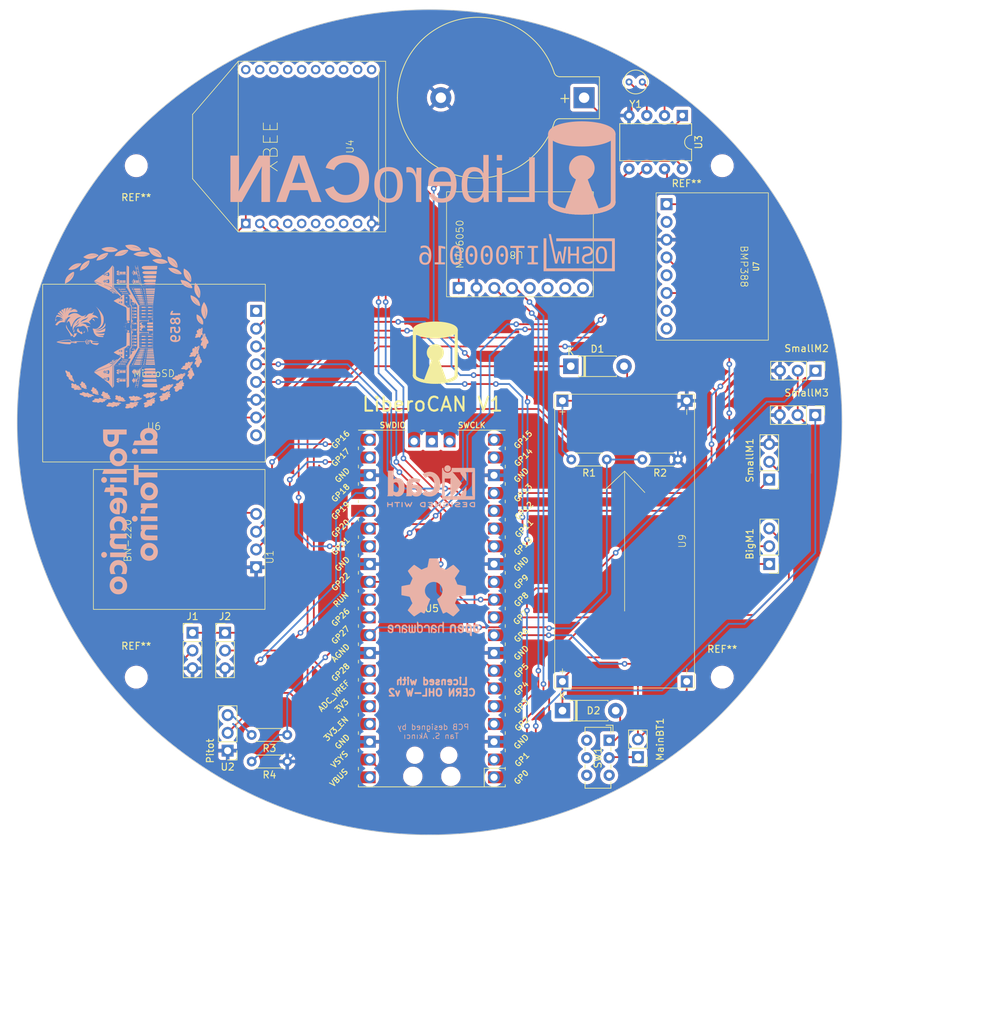
<source format=kicad_pcb>
(kicad_pcb (version 20240108) (generator "pcbnew") (generator_version "8.0")
  (title_block (title "LIBEROCAN PICO PCB") (date "2024-01-16") (rev "v1.2") (comment 3 "                                                                    License: CC BY-SA 4.0") (comment 4 "                                                                    Author: Tan Siret Akıncı"))
  (layers (0 "F.Cu" signal) (31 "B.Cu" signal) (34 "B.Paste" user) (35 "F.Paste" user) (36 "B.SilkS" user "B.Silkscreen") (37 "F.SilkS" user "F.Silkscreen") (38 "B.Mask" user) (39 "F.Mask" user) (44 "Edge.Cuts" user))
  (net 0 "")
  (net 1 "Net-(CellBT1-+)")
  (net 2 "Net-(U3-X1)")
  (net 3 "Net-(U3-X2)")
  (net 4 "/GPIO22")
  (net 5 "/GPIO20")
  (net 6 "/GPIO21")
  (net 7 "VSYS")
  (net 8 "/GPIO0")
  (net 9 "/GPIO1")
  (net 10 "GND1")
  (net 11 "/GPIO2")
  (net 12 "/GPIO3")
  (net 13 "/GPIO5")
  (net 14 "/GPIO4")
  (net 15 "/GPIO6")
  (net 16 "/GPIO7")
  (net 17 "/GPIO8")
  (net 18 "/GPIO9")
  (net 19 "/GPIO10")
  (net 20 "/GPIO11")
  (net 21 "/GPIO12")
  (net 22 "/GPIO13")
  (net 25 "/GPIO16")
  (net 26 "/GPIO17")
  (net 28 "/GPIO26")
  (net 29 "/GPIO27")
  (net 30 "Net-(U2-A)")
  (net 33 "3V3")
  (net 39 "Net-(D1-A)")
  (net 40 "Net-(BigM1-+)")
  (net 41 "Net-(D2-A)")
  (net 42 "GND2")
  (net 43 "Net-(MainBT1-+)")
  (net 71 "/GPIO18")
  (net 72 "/GPIO19")
  (footprint "Connector_PinHeader_2.54mm:PinHeader_1x03_P2.54mm_Vertical" (layer "F.Cu") (at 122.555 124.46)
    (property "Reference" "J2")
    (property "Value" "CAM2")
  )
  (footprint "Connector_PinHeader_2.54mm:PinHeader_1x03_P2.54mm_Vertical" (layer "F.Cu") (at 122.925 141.315 180)
    (property "Reference" "U2")
    (property "Value" "~")
  )
  (footprint "CansatFootprints:Adafruit MicroSD Breakout" (layer "F.Cu") (at 112.395 87.34)
    (property "Reference" "U6")
    (property "Value" "~")
  )
  (footprint "CansatFootprints:BN-220" (layer "F.Cu") (at 128.27 111.285 90)
    (property "Reference" "U1")
    (property "Value" "~")
  )
  (footprint "Resistor_THT:R_Axial_DIN0204_L3.6mm_D1.6mm_P5.08mm_Horizontal" (layer "F.Cu") (at 131.445 139.065 180)
    (property "Reference" "R3")
    (property "Value" "1K")
  )
  (footprint "Connector_PinHeader_2.54mm:PinHeader_1x02_P2.54mm_Vertical" (layer "F.Cu") (at 181.61 142.24 180)
    (property "Reference" "MainBT1")
    (property "Value" "Battery_Cell")
  )
  (footprint "Diode_THT:D_DO-41_SOD81_P7.62mm_Horizontal" (layer "F.Cu") (at 170.815 135.6)
    (property "Reference" "D2")
    (property "Value" "1N5817")
  )
  (footprint "Connector_PinHeader_2.54mm:PinHeader_1x03_P2.54mm_Vertical" (layer "F.Cu") (at 206.98 93.345 -90)
    (property "Reference" "SmallM3")
    (property "Value" "Motor_Servo")
  )
  (footprint "MountingHole:MountingHole_3mm" (layer "F.Cu") (at 193.675 130.81)
    (property "Reference" "REF**")
    (property "Value" "MountingHole_3mm")
  )
  (footprint "CansatFootprints:LM2596 Voltage Regulator board" (layer "F.Cu") (at 179.705 111.36 90)
    (property "Reference" "U9")
    (property "Value" "~")
  )
  (footprint "Connector_PinHeader_2.54mm:PinHeader_1x03_P2.54mm_Vertical" (layer "F.Cu") (at 117.905 124.46)
    (property "Reference" "J1")
    (property "Value" "CAM1")
  )
  (footprint "MCU_RaspberryPi_and_Boards:RPi_Pico_SMD_TH" (layer "F.Cu") (at 152.135 120.995 180)
    (property "Reference" "U5")
    (property "Value" "Pico")
  )
  (footprint "Battery:BatteryHolder_Keystone_103_1x20mm" (layer "F.Cu") (at 173.91 47.970001 180)
    (property "Reference" "CellBT1")
    (property "Value" "Battery_Cell")
  )
  (footprint "Package_DIP:DIP-8_W7.62mm" (layer "F.Cu") (at 187.96 50.52 -90)
    (property "Reference" "U3")
    (property "Value" "DS1302+")
  )
  (footprint "Connector_PinHeader_2.54mm:PinHeader_1x03_P2.54mm_Vertical" (layer "F.Cu") (at 200.395 114.63 180)
    (property "Reference" "BigM1")
    (property "Value" "Motor_Servo")
  )
  (footprint "MountingHole:MountingHole_3mm" (layer "F.Cu") (at 109.855 57.69)
    (property "Reference" "REF**")
    (property "Value" "MountingHole_3mm")
  )
  (footprint "MountingHole:MountingHole_3mm" (layer "F.Cu") (at 193.675 57.69)
    (property "Reference" "REF**")
    (property "Value" "MountingHole_3mm")
  )
  (footprint "Connector_PinHeader_2.54mm:PinHeader_1x03_P2.54mm_Vertical" (layer "F.Cu") (at 207.01 86.995 -90)
    (property "Reference" "SmallM2")
    (property "Value" "Motor_Servo")
  )
  (footprint "CansatFootprints:XBee S2C" (layer "F.Cu") (at 145.52 54.955 90)
    (property "Reference" "U4")
    (property "Value" "~")
  )
  (footprint "Crystal:Crystal_C38-LF_D3.0mm_L8.0mm_Vertical" (layer "F.Cu") (at 180.34 45.72)
    (property "Reference" "Y1")
    (property "Value" "Crystal")
  )
  (footprint "Resistor_THT:R_Axial_DIN0204_L3.6mm_D1.6mm_P5.08mm_Horizontal" (layer "F.Cu") (at 187.325 99.695 180)
    (property "Reference" "R2")
    (property "Value" "5K6")
  )
  (footprint "Resistor_THT:R_Axial_DIN0204_L3.6mm_D1.6mm_P5.08mm_Horizontal" (layer "F.Cu") (at 126.365 142.875)
    (property "Reference" "R4")
    (property "Value" "2K")
  )
  (footprint "Connector_PinHeader_2.54mm:PinHeader_1x03_P2.54mm_Vertical" (layer "F.Cu") (at 200.395 102.565 180)
    (property "Reference" "SmallM1")
    (property "Value" "Motor_Servo")
  )
  (footprint "Button_Switch_THT:SW_E-Switch_EG1271_SPDT" (layer "F.Cu") (at 177.495 139.8325 -90)
    (property "Reference" "SW1")
    (property "Value" "SW_SPDT")
  )
  (footprint "CansatFootprints:Adafruit BMP388 Blue" (layer "F.Cu") (at 184.21 72.1 -90)
    (property "Reference" "U7")
    (property "Value" "~")
  )
  (footprint "Resistor_THT:R_Axial_DIN0204_L3.6mm_D1.6mm_P5.08mm_Horizontal" (layer "F.Cu") (at 177.165 99.695 180)
    (property "Reference" "R1")
    (property "Value" "10K")
  )
  (footprint "CansatFootprints:MPU6050 Module" (layer "F.Cu") (at 175.235 68.925 90)
    (property "Reference" "U8")
    (property "Value" "~")
  )
  (footprint "Diode_THT:D_DO-41_SOD81_P7.62mm_Horizontal" (layer "F.Cu") (at 172.005 86.36)
    (property "Reference" "D1")
    (property "Value" "1N5817")
  )
  (footprint "MountingHole:MountingHole_3mm" (layer "F.Cu") (at 109.855 130.81)
    (property "Reference" "REF**")
    (property "Value" "MountingHole_3mm")
  )
  (footprint "Symbol:OSHW-Logo2_14.6x12mm_SilkScreen" (layer "B.Cu") (at 152.4 119.38 180)
    (property "Reference" "REF**" (hide yes))
    (property "Value" "OSHW-Logo2_14.6x12mm_SilkScreen" (hide yes))
  )
  (footprint "CansatFootprints:POLITOLogo" (layer "B.Cu") (at 109.22 93.98 -90)
    (property "Reference" "G***" (hide yes))
    (property "Value" "LOGO" (hide yes))
  )
  (footprint "Symbol:KiCad-Logo2_5mm_SilkScreen" (layer "B.Cu") (at 152.040617 103.505 180)
    (property "Reference" "REF**" (hide yes))
    (property "Value" "KiCad-Logo2_5mm_SilkScreen" (hide yes))
  )
  (gr_poly (pts (xy 161.423288 62.882056) (xy 162.183038 62.882056) (xy 162.183038 57.972942) (xy 161.423288 57.972942)) (stroke (width -0.000001)) (fill solid) (layer "B.SilkS"))
  (gr_line (start 172.685305 64.331746) (end 172.255858 64.295798) (stroke (width 0.680099) (color 255 255 255 1)) (layer "B.SilkS"))
  (gr_line (start 169.158908 63.124698) (end 169.130411 63.051689) (stroke (width 0.680099) (color 255 255 255 1)) (layer "B.SilkS"))
  (gr_line (start 170.907276 64.071562) (end 170.737992 64.028253) (stroke (width 0.680099) (color 255 255 255 1)) (layer "B.SilkS"))
  (gr_poly (pts (xy 162.182121 69.094675) (xy 162.129738 69.096039) (xy 162.078982 69.100128) (xy 162.029855 69.106945) (xy 161.982355 69.116488) (xy 161.936482 69.128758) (xy 161.892237 69.143754) (xy 161.84962 69.161477) (xy 161.80863 69.181927) (xy 161.769268 69.205103) (xy 161.731534 69.231006) (xy 161.695428 69.259635) (xy 161.660948 69.290991) (xy 161.628097 69.325073) (xy 161.596873 69.361883) (xy 161.567277 69.401418) (xy 161.539309 69.443681) (xy 161.512787 69.488607) (xy 161.487976 69.536135) (xy 161.464877 69.586264) (xy 161.443488 69.638995) (xy 161.42381 69.694327) (xy 161.405844 69.75226) (xy 161.389588 69.812795) (xy 161.375044 69.875931) (xy 161.362211 69.941669) (xy 161.351089 70.010008) (xy 161.341678 70.080948) (xy 161.333978 70.15449) (xy 161.327989 70.230633) (xy 161.323711 70.309378) (xy 161.321144 70.390724) (xy 161.320289 70.474671) (xy 161.321144 70.558403) (xy 161.323711 70.639548) (xy 161.327989 70.718105) (xy 161.333978 70.794074) (xy 161.341678 70.867456) (xy 161.351089 70.93825) (xy 161.362211 71.006457) (xy 161.375044 71.072076) (xy 161.389588 71.135108) (xy 161.405844 71.195553) (xy 161.42381 71.253409) (xy 161.443488 71.308679) (xy 161.464877 71.361361) (xy 161.487976 71.411455) (xy 161.512787 71.458962) (xy 161.539309 71.503882) (xy 161.567277 71.546144) (xy 161.581872 71.566253) (xy 161.596873 71.58568) (xy 161.612282 71.604425) (xy 161.628097 71.622489) (xy 161.644319 71.639871) (xy 161.660948 71.656571) (xy 161.677985 71.67259) (xy 161.695428 71.687927) (xy 161.713277 71.702583) (xy 161.731534 71.716557) (xy 161.750198 71.729849) (xy 161.769268 71.74246) (xy 161.788746 71.754388) (xy 161.80863 71.765636) (xy 161.828922 71.776201) (xy 161.84962 71.786085) (xy 161.870725 71.795288) (xy 161.892237 71.803808) (xy 161.914156 71.811647) (xy 161.936482 71.818805) (xy 161.959215 71.82528) (xy 161.982355 71.831074) (xy 162.005901 71.836187) (xy 162.029855 71.840617) (xy 162.054215 71.844366) (xy 162.078982 71.847434) (xy 162.129738 71.851524) (xy 162.182121 71.852887) (xy 162.234503 71.851524) (xy 162.285258 71.847434) (xy 162.334386 71.840617) (xy 162.381886 71.831074) (xy 162.427758 71.818805) (xy 162.472003 71.803808) (xy 162.51462 71.786085) (xy 162.555609 71.765636) (xy 162.594971 71.74246) (xy 162.632706 71.716557) (xy 162.668812 71.687927) (xy 162.703291 71.656571) (xy 162.736143 71.622489) (xy 162.767366 71.58568) (xy 162.796962 71.546144) (xy 162.824931 71.503882) (xy 162.851237 71.458962) (xy 162.875846 71.411455) (xy 162.898758 71.361361) (xy 162.919972 71.308679) (xy 162.93949 71.253409) (xy 162.95731 71.195552) (xy 162.973433 71.135108) (xy 162.987859 71.072076) (xy 163.000588 71.006457) (xy 163.01162 70.93825) (xy 163.020954 70.867456) (xy 163.028591 70.794074) (xy 163.034531 70.718104) (xy 163.038774 70.639548) (xy 163.04132 70.558403) (xy 163.042168 70.474671) (xy 162.680698 70.474671) (xy 162.678779 70.608275) (xy 162.673019 70.733087) (xy 162.663421 70.849107) (xy 162.649983 70.956335) (xy 162.641824 71.006652) (xy 162.632705 71.054771) (xy 162.622626 71.100692) (xy 162.611588 71.144415) (xy 162.599589 71.18594) (xy 162.586631 71.225267) (xy 162.572713 71.262396) (xy 162.557835 71.297327) (xy 162.54176 71.330102) (xy 162.524698 71.360763) (xy 162.506648 71.389308) (xy 162.487611 71.41574) (xy 162.467586 71.440057) (xy 162.457203 71.451422) (xy 162.446573 71.462259) (xy 162.435696 71.472567) (xy 162.424572 71.482347) (xy 162.413202 71.491598) (xy 162.401584 71.50032) (xy 162.389719 71.508514) (xy 162.377608 71.516179) (xy 162.36525 71.523316) (xy 162.352644 71.529924) (xy 162.339792 71.536003) (xy 162.326693 71.541553) (xy 162.313347 71.546575) (xy 162.299754 71.551069) (xy 162.285914 71.555033) (xy 162.271827 71.55847) (xy 162.257493 71.561377) (xy 162.242913 71.563756) (xy 162.228085 71.565606) (xy 162.21301 71.566928) (xy 162.182121 71.567985) (xy 162.151022 71.566928) (xy 162.120939 71.563756) (xy 162.091871 71.55847) (xy 162.063819 71.551069) (xy 162.036783 71.541553) (xy 162.010762 71.529924) (xy 161.985756 71.516179) (xy 161.961766 71.50032) (xy 161.938792 71.482347) (xy 161.916833 71.462259) (xy 161.895889 71.440057) (xy 161.875961 71.41574) (xy 161.857049 71.389308) (xy 161.839152 71.360763) (xy 161.822271 71.330102) (xy 161.806405 71.297327) (xy 161.791311 71.262396) (xy 161.777191 71.225267) (xy 161.764045 71.18594) (xy 161.751872 71.144415) (xy 161.740673 71.100692) (xy 161.730449 71.054771) (xy 161.721198 71.006652) (xy 161.71292 70.956335) (xy 161.705617 70.90382) (xy 161.699287 70.849107) (xy 161.693931 70.792196) (xy 161.689549 70.733087) (xy 161.686141 70.67178) (xy 161.683707 70.608275) (xy 161.682246 70.542572) (xy 161.681759 70.474671) (xy 161.683707 70.34065) (xy 161.689549 70.215477) (xy 161.699287 70.099151) (xy 161.71292 69.991673) (xy 161.721198 69.941251) (xy 161.730449 69.893042) (xy 161.740673 69.847045) (xy 161.751872 69.803259) (xy 161.764045 69.761685) (xy 161.777191 69.722323) (xy 161.791311 69.685173) (xy 161.806405 69.650235) (xy 161.822271 69.61746) (xy 161.839152 69.5868) (xy 161.857049 69.558254) (xy 161.875961 69.531822) (xy 161.895889 69.507506) (xy 161.906234 69.49614) (xy 161.916833 69.485303) (xy 161.927685 69.474995) (xy 161.938792 69.465215) (xy 161.950152 69.455964) (xy 161.961766 69.447242) (xy 161.973634 69.439048) (xy 161.985756 69.431383) (xy 161.998132 69.424247) (xy 162.010762 69.417639) (xy 162.023645 69.41156) (xy 162.036783 69.406009) (xy 162.050174 69.400987) (xy 162.063819 69.396494) (xy 162.077718 69.392529) (xy 162.091871 69.389093) (xy 162.106278 69.386186) (xy 162.120939 69.383807) (xy 162.135854 69.381957) (xy 162.151022 69.380635) (xy 162.182121 69.379578) (xy 162.21301 69.380635) (xy 162.242913 69.383807) (xy 162.271827 69.389093) (xy 162.299754 69.396494) (xy 162.326693 69.406009) (xy 162.352644 69.417639) (xy 162.377608 69.431383) (xy 162.401584 69.447242) (xy 162.424572 69.465215) (xy 162.446573 69.485303) (xy 162.467586 69.507506) (xy 162.487611 69.531822) (xy 162.506648 69.558254) (xy 162.524698 69.5868) (xy 162.54176 69.61746) (xy 162.557835 69.650235) (xy 162.572713 69.685173) (xy 162.586631 69.722323) (xy 162.599589 69.761685) (xy 162.611588 69.803259) (xy 162.622626 69.847045) (xy 162.632705 69.893042) (xy 162.641824 69.941251) (xy 162.649983 69.991673) (xy 162.657182 70.044306) (xy 162.663421 70.099151) (xy 162.6687 70.156208) (xy 162.673019 70.215477) (xy 162.676379 70.276958) (xy 162.678779 70.34065) (xy 162.680219 70.406555) (xy 162.680698 70.474671) (xy 163.042168 70.474671) (xy 163.04132 70.390724) (xy 163.038774 70.309378) (xy 163.034531 70.230633) (xy 163.028591 70.15449) (xy 163.020954 70.080948) (xy 163.01162 70.010008) (xy 163.000588 69.941669) (xy 162.987859 69.875931) (xy 162.973433 69.812795) (xy 162.95731 69.75226) (xy 162.93949 69.694327) (xy 162.919972 69.638995) (xy 162.898758 69.586264) (xy 162.875846 69.536135) (xy 162.851237 69.488607) (xy 162.824931 69.443681) (xy 162.796962 69.401418) (xy 162.782368 69.38131) (xy 162.767366 69.361883) (xy 162.751958 69.343137) (xy 162.736143 69.325073) (xy 162.71992 69.307691) (xy 162.703291 69.290991) (xy 162.686255 69.274972) (xy 162.668812 69.259635) (xy 162.650962 69.244979) (xy 162.632706 69.231005) (xy 162.614042 69.217713) (xy 162.594971 69.205103) (xy 162.575494 69.193174) (xy 162.555609 69.181926) (xy 162.535318 69.171361) (xy 162.51462 69.161477) (xy 162.493515 69.152275) (xy 162.472003 69.143754) (xy 162.450084 69.135915) (xy 162.427758 69.128758) (xy 162.405025 69.122282) (xy 162.381886 69.116488) (xy 162.358339 69.111375) (xy 162.334386 69.106945) (xy 162.310025 69.103196) (xy 162.285258 69.100128) (xy 162.234503 69.096038) (xy 162.182121 69.094675)) (stroke (width -0.000001)) (fill solid) (layer "B.SilkS"))
  (gr_poly (pts (xy 161.423288 56.929413) (xy 162.183038 56.929413) (xy 162.183038 56.149035) (xy 161.423288 56.149035)) (stroke (width -0.000001)) (fill solid) (layer "B.SilkS"))
  (gr_line (start 169.248353 63.26712) (end 169.198316 63.196539) (stroke (width 0.680099) (color 255 255 255 1)) (layer "B.SilkS"))
  (gr_poly (pts (xy 139.730229 56.150839) (xy 139.589415 56.156354) (xy 139.451983 56.165545) (xy 139.317933 56.178414) (xy 139.187266 56.194959) (xy 139.059982 56.21518) (xy 138.93608 56.239078) (xy 138.81556 56.266653) (xy 138.698423 56.297904) (xy 138.584669 56.332832) (xy 138.474297 56.371437) (xy 138.367307 56.413718) (xy 138.2637 56.459676) (xy 138.163476 56.509311) (xy 138.066634 56.562622) (xy 137.973174 56.61961) (xy 137.883115 56.679575) (xy 137.796475 56.742996) (xy 137.713255 56.809874) (xy 137.633454 56.880207) (xy 137.557072 56.953996) (xy 137.48411 57.031242) (xy 137.414566 57.111943) (xy 137.348442 57.196101) (xy 137.285738 57.283715) (xy 137.226452 57.374785) (xy 137.170586 57.469311) (xy 137.118139 57.567293) (xy 137.069112 57.668731) (xy 137.023503 57.773625) (xy 136.981314 57.881976) (xy 136.942545 57.993782) (xy 138.166124 58.32791) (xy 138.186713 58.266363) (xy 138.209655 58.206435) (xy 138.23495 58.148124) (xy 138.262598 58.091431) (xy 138.292599 58.036356) (xy 138.324953 57.982898) (xy 138.35966 57.931058) (xy 138.396721 57.880835) (xy 138.436134 57.832231) (xy 138.477901 57.785244) (xy 138.52202 57.739875) (xy 138.568493 57.696123) (xy 138.617319 57.653989) (xy 138.668497 57.613473) (xy 138.722029 57.574575) (xy 138.777914 57.537294) (xy 138.83503 57.501392) (xy 138.893433 57.467806) (xy 138.953123 57.436536) (xy 139.0141 57.407582) (xy 139.076363 57.380944) (xy 139.139913 57.356623) (xy 139.20475 57.334618) (xy 139.270874 57.314929) (xy 139.338285 57.297557) (xy 139.406982 57.282501) (xy 139.476967 57.269761) (xy 139.548238 57.259337) (xy 139.620796 57.25123) (xy 139.694641 57.245439) (xy 139.769773 57.241965) (xy 139.846191 57.240807) (xy 139.962078 57.243086) (xy 140.074436 57.249925) (xy 140.183263 57.261322) (xy 140.288562 57.277278) (xy 140.39033 57.297794) (xy 140.488569 57.322868) (xy 140.583279 57.352502) (xy 140.674458 57.386695) (xy 140.762109 57.425446) (xy 140.846229 57.468757) (xy 140.926821 57.516627) (xy 141.003882 57.569056) (xy 141.077415 57.626044) (xy 141.147417 57.687591) (xy 141.21389 57.753698) (xy 141.276834 57.824364) (xy 141.335531 57.899422) (xy 141.390442 57.978709) (xy 141.441565 58.062223) (xy 141.488901 58.149966) (xy 141.532451 58.241936) (xy 141.572214 58.338135) (xy 141.608189 58.438562) (xy 141.640378 58.543217) (xy 141.66878 58.6521) (xy 141.693395 58.765212) (xy 141.714223 58.882551) (xy 141.731265 59.004118) (xy 141.744519 59.129914) (xy 141.753986 59.259938) (xy 141.759667 59.394189) (xy 141.76156 59.532669) (xy 141.759612 59.673502) (xy 141.753766 59.810106) (xy 141.744023 59.942483) (xy 141.730382 60.070631) (xy 141.712845 60.194551) (xy 141.69141 60.314243) (xy 141.666078 60.429707) (xy 141.636849 60.540943) (xy 141.603722 60.647951) (xy 141.566698 60.750731) (xy 141.525778 60.849282) (xy 141.480959 60.943606) (xy 141.432244 61.033701) (xy 141.379632 61.119569) (xy 141.323122 61.201208) (xy 141.262715 61.278619) (xy 141.198043 61.351562) (xy 141.129915 61.4198) (xy 141.058332 61.483331) (xy 140.983292 61.542157) (xy 140.904796 61.596276) (xy 140.822845 61.64569) (xy 140.737437 61.690398) (xy 140.648574 61.7304) (xy 140.556255 61.765696) (xy 140.460479 61.796285) (xy 140.361248 61.822169) (xy 140.25856 61.843347) (xy 140.152416 61.859818) (xy 140.042817 61.871584) (xy 139.929761 61.878643) (xy 139.813249 61.880996) (xy 139.65918 61.876069) (xy 139.511105 61.86129) (xy 139.369021 61.836656) (xy 139.232931 61.80217) (xy 139.102834 61.75783) (xy 139.040033 61.731965) (xy 138.97873 61.703637) (xy 138.918925 61.672845) (xy 138.860618 61.639591) (xy 138.80381 61.603872) (xy 138.7485 61.565691) (xy 138.694688 61.525046) (xy 138.642374 61.481937) (xy 138.542242 61.38833) (xy 138.448102 61.28487) (xy 138.359955 61.171556) (xy 138.277801 61.048389) (xy 138.20164 60.915368) (xy 138.131471 60.772494) (xy 138.067296 60.619766) (xy 136.857836 61.076259) (xy 136.908095 61.194351) (xy 136.961222 61.30862) (xy 137.017217 61.419065) (xy 137.07608 61.525687) (xy 137.13781 61.628485) (xy 137.202408 61.727459) (xy 137.269874 61.822609) (xy 137.340208 61.913936) (xy 137.413409 62.00144) (xy 137.489478 62.08512) (xy 137.568415 62.164976) (xy 137.650219 62.241008) (xy 137.734891 62.313217) (xy 137.822432 62.381602) (xy 137.91284 62.446164) (xy 138.006116 62.506902) (xy 138.101414 62.56332) (xy 138.199065 62.616098) (xy 138.299069 62.665236) (xy 138.401426 62.710735) (xy 138.506136 62.752593) (xy 138.613199 62.790811) (xy 138.722615 62.82539) (xy 138.834384 62.856328) (xy 138.948507 62.883627) (xy 139.064982 62.907286) (xy 139.183811 62.927304) (xy 139.304992 62.943684) (xy 139.428527 62.956423) (xy 139.554415 62.965522) (xy 139.682655 62.970982) (xy 139.813249 62.972802) (xy 140.010425 62.969272) (xy 140.20194 62.958684) (xy 140.387792 62.941036) (xy 140.567983 62.916329) (xy 140.742511 62.884564) (xy 140.911378 62.845739) (xy 141.074583 62.799855) (xy 141.232126 62.746912) (xy 141.384007 62.68691) (xy 141.530226 62.619849) (xy 141.670783 62.545728) (xy 141.805678 62.464549) (xy 141.934911 62.37631) (xy 142.058482 62.281013) (xy 142.176391 62.178656) (xy 142.288638 62.06924) (xy 142.394065 61.952893) (xy 142.492691 61.830921) (xy 142.584515 61.703323) (xy 142.669537 61.570101) (xy 142.747757 61.431254) (xy 142.819175 61.286781) (xy 142.883792 61.136683) (xy 142.941607 60.980961) (xy 142.99262 60.819613) (xy 143.036831 60.652639) (xy 143.07424 60.480041) (xy 143.104848 60.301817) (xy 143.128654 60.117968) (xy 143.145658 59.928494) (xy 143.155861 59.733394) (xy 143.159261 59.532669) (xy 143.155971 59.331503) (xy 143.146099 59.136256) (xy 143.129647 58.946928) (xy 143.106613 58.76352) (xy 143.076998 58.586031) (xy 143.040802 58.414461) (xy 142.998025 58.248811) (xy 142.948666 58.08908) (xy 142.892727 57.935268) (xy 142.830206 57.787376) (xy 142.761104 57.645403) (xy 142.685421 57.50935) (xy 142.603157 57.379216) (xy 142.514311 57.255001) (xy 142.418884 57.136706) (xy 142.316876 57.02433) (xy 142.208618 56.918334) (xy 142.09444 56.819175) (xy 141.974343 56.726856) (xy 141.848327 56.641374) (xy 141.716391 56.562732) (xy 141.578537 56.490927) (xy 141.434762 56.425961) (xy 141.285069 56.367834) (xy 141.129456 56.316545) (xy 140.967924 56.272094) (xy 140.800473 56.234482) (xy 140.627102 56.203709) (xy 140.447812 56.179774) (xy 140.262603 56.162678) (xy 140.071474 56.15242) (xy 139.874427 56.149001)) (stroke (width -0.000001)) (fill solid) (layer "B.SilkS"))
  (gr_line (start 169.130411 63.051689) (end 169.113106 62.977602) (stroke (width 0.680099) (color 255 255 255 1)) (layer "B.SilkS"))
  (gr_poly (pts (xy 155.58674 70.225661) (xy 155.574609 70.226495) (xy 155.562701 70.227886) (xy 155.551016 70.229834) (xy 155.539553 70.232338) (xy 155.528313 70.235398) (xy 155.517295 70.239015) (xy 155.5065 70.243189) (xy 155.495928 70.247918) (xy 155.485578 70.253205) (xy 155.475451 70.259047) (xy 155.465546 70.265447) (xy 155.455864 70.272402) (xy 155.446404 70.279914) (xy 155.437168 70.287983) (xy 155.428153 70.296608) (xy 155.419528 70.305615) (xy 155.411459 70.314831) (xy 155.403947 70.324256) (xy 155.396991 70.33389) (xy 155.390592 70.343732) (xy 155.384749 70.353783) (xy 155.379463 70.364042) (xy 155.374733 70.374511) (xy 155.37056 70.385188) (xy 155.366943 70.396073) (xy 155.363882 70.407167) (xy 155.361378 70.41847) (xy 155.359431 70.429982) (xy 155.35804 70.441702) (xy 155.357205 70.453631) (xy 155.356927 70.465769) (xy 155.357205 70.478115) (xy 155.35804 70.490225) (xy 155.359431 70.502098) (xy 155.361378 70.513735) (xy 155.363882 70.525135) (xy 155.366943 70.536299) (xy 155.37056 70.547226) (xy 155.374733 70.557917) (xy 155.379463 70.568371) (xy 155.384749 70.578589) (xy 155.390592 70.58857) (xy 155.396991 70.598315) (xy 155.403947 70.607823) (xy 155.411459 70.617095) (xy 155.419528 70.62613) (xy 155.428153 70.634929) (xy 155.436959 70.643339) (xy 155.446015 70.651206) (xy 155.455322 70.65853) (xy 155.464879 70.665312) (xy 155.474686 70.671551) (xy 155.484744 70.677247) (xy 155.495052 70.682402) (xy 155.505611 70.687013) (xy 155.516419 70.691082) (xy 155.527479 70.694609) (xy 155.538788 70.697593) (xy 155.550349 70.700034) (xy 155.562159 70.701933) (xy 155.57422 70.703289) (xy 155.586531 70.704103) (xy 155.599093 70.704374) (xy 155.611432 70.70411) (xy 155.623521 70.703317) (xy 155.63536 70.701996) (xy 155.646948 70.700145) (xy 155.658286 70.697767) (xy 155.669373 70.694859) (xy 155.68021 70.691423) (xy 155.690797 70.687458) (xy 155.701133 70.682965) (xy 155.711218 70.677943) (xy 155.721053 70.672392) (xy 155.730638 70.666313) (xy 155.739972 70.659705) (xy 155.749056 70.652569) (xy 155.75789 70.644904) (xy 155.766473 70.63671) (xy 155.774451 70.628113) (xy 155.781914 70.619238) (xy 155.788863 70.610084) (xy 155.795297 70.600652) (xy 155.801216 70.590942) (xy 155.80662 70.580954) (xy 155.81151 70.570687) (xy 155.815885 70.560143) (xy 155.819745 70.54932) (xy 155.823091 70.538218) (xy 155.825922 70.526839) (xy 155.828238 70.515181) (xy 155.830039 70.503246) (xy 155.831326 70.491031) (xy 155.832098 70.478539) (xy 155.832356 70.465769) (xy 155.832091 70.453631) (xy 155.831298 70.441702) (xy 155.829977 70.429982) (xy 155.828127 70.41847) (xy 155.825748 70.407167) (xy 155.822841 70.396073) (xy 155.819404 70.385188) (xy 155.81544 70.374511) (xy 155.810947 70.364042) (xy 155.805925 70.353783) (xy 155.800374 70.343732) (xy 155.794295 70.33389) (xy 155.787687 70.324256) (xy 155.780551 70.314831) (xy 155.772886 70.305615) (xy 155.764692 70.296608) (xy 155.755907 70.287983) (xy 155.746913 70.279914) (xy 155.737711 70.272402) (xy 155.7283 70.265447) (xy 155.718681 70.259047) (xy 155.708853 70.253205) (xy 155.698816 70.247918) (xy 155.68857 70.243189) (xy 155.678116 70.239015) (xy 155.667453 70.235398) (xy 155.656581 70.232338) (xy 155.645501 70.229834) (xy 155.634212 70.227886) (xy 155.622714 70.226495) (xy 155.611008 70.225661) (xy 155.599093 70.225382)) (stroke (width -0.000001)) (fill solid) (layer "B.SilkS"))
  (gr_line (start 169.308738 63.336348) (end 169.248353 63.26712) (stroke (width 0.680099) (color 255 255 255 1)) (layer "B.SilkS"))
  (gr_line (start 169.648124 63.597906) (end 169.549164 63.535003) (stroke (width 0.680099) (color 255 255 255 1)) (layer "B.SilkS"))
  (gr_poly (pts (xy 163.362685 69.445461) (xy 164.194245 69.445461) (xy 164.194245 71.801249) (xy 164.555715 71.801249) (xy 164.555715 69.445461) (xy 165.390835 69.445461) (xy 165.390835 69.142753) (xy 163.362685 69.142753)) (stroke (width -0.000001)) (fill solid) (layer "B.SilkS"))
  (gr_line (start 169.10462 62.854989) (end 169.10462 53.193904) (stroke (width 0.680099) (color 255 255 255 1)) (layer "B.SilkS"))
  (gr_poly (pts (xy 173.497705 56.197426) (xy 173.407613 56.204129) (xy 173.318285 56.215225) (xy 173.229874 56.230651) (xy 173.142527 56.250347) (xy 173.056396 56.274248) (xy 172.971631 56.302294) (xy 172.88838 56.334423) (xy 172.806795 56.370571) (xy 172.727025 56.410678) (xy 172.64922 56.45468) (xy 172.57353 56.502517) (xy 172.500105 56.554125) (xy 172.429096 56.609442) (xy 172.360651 56.668408) (xy 172.294921 56.730958) (xy 172.23237 56.796688) (xy 172.173405 56.865133) (xy 172.118087 56.936142) (xy 172.066479 57.009567) (xy 172.018643 57.085256) (xy 171.97464 57.163061) (xy 171.934534 57.242831) (xy 171.898385 57.324415) (xy 171.866257 57.407665) (xy 171.838211 57.492431) (xy 171.814309 57.578561) (xy 171.794614 57.665907) (xy 171.779187 57.754319) (xy 171.768091 57.843646) (xy 171.761388 57.933738) (xy 171.75914 58.024447) (xy 171.759143 58.024447) (xy 171.76139 58.115155) (xy 171.768093 58.205248) (xy 171.779188 58.294575) (xy 171.794615 58.382987) (xy 171.81431 58.470333) (xy 171.838211 58.556464) (xy 171.866257 58.641229) (xy 171.898385 58.724479) (xy 171.934534 58.806064) (xy 171.97464 58.885834) (xy 172.018643 58.963638) (xy 172.066479 59.039328) (xy 172.118087 59.112752) (xy 172.173405 59.183762) (xy 172.23237 59.252207) (xy 172.294921 59.317937) (xy 172.360651 59.380487) (xy 172.429096 59.439452) (xy 172.500105 59.49477) (xy 172.57353 59.546378) (xy 172.64922 59.594214) (xy 172.727025 59.638217) (xy 172.806795 59.678324) (xy 172.88838 59.714472) (xy 172.971631 59.746601) (xy 173.056396 59.774647) (xy 173.142527 59.798548) (xy 173.229874 59.818244) (xy 173.318285 59.83367) (xy 173.407613 59.844766) (xy 173.497705 59.851469) (xy 173.588413 59.853717) (xy 173.682548 59.851337) (xy 173.775446 59.844273) (xy 173.866994 59.83264) (xy 173.957076 59.816553) (xy 174.045577 59.796127) (xy 174.132383 59.771477) (xy 174.217379 59.742717) (xy 174.300449 59.709964) (xy 174.381478 59.673331) (xy 174.460353 59.632934) (xy 174.536957 59.588887) (xy 174.611176 59.541306) (xy 174.682895 59.490306) (xy 174.752 59.436) (xy 174.818374 59.378506) (xy 174.881903 59.317936) (xy 174.942473 59.254407) (xy 174.999967 59.188032) (xy 175.054272 59.118928) (xy 175.105273 59.047209) (xy 175.152854 58.97299) (xy 175.1969 58.896386) (xy 175.237297 58.817511) (xy 175.27393 58.736481) (xy 175.306683 58.653411) (xy 175.335442 58.568416) (xy 175.360092 58.48161) (xy 175.380518 58.393108) (xy 175.396605 58.303027) (xy 175.408238 58.211479) (xy 175.415302 58.118581) (xy 175.417683 58.024447) (xy 175.415302 57.930313) (xy 175.408238 57.837414) (xy 175.396605 57.745867) (xy 175.380518 57.655785) (xy 175.360092 57.567284) (xy 175.335442 57.480478) (xy 175.306683 57.395483) (xy 175.273929 57.312413) (xy 175.237297 57.231383) (xy 175.1969 57.152508) (xy 175.152853 57.075904) (xy 175.105272 57.001685) (xy 175.054272 56.929966) (xy 174.999966 56.860862) (xy 174.942472 56.794487) (xy 174.881902 56.730958) (xy 174.818373 56.670389) (xy 174.751998 56.612894) (xy 174.682894 56.558589) (xy 174.611175 56.507588) (xy 174.536956 56.460007) (xy 174.460352 56.41596) (xy 174.381477 56.375563) (xy 174.300447 56.338931) (xy 174.217377 56.306177) (xy 174.132382 56.277418) (xy 174.045576 56.252768) (xy 173.957075 56.232342) (xy 173.866993 56.216255) (xy 173.775446 56.204622) (xy 173.682547 56.197558) (xy 173.588413 56.195178)) (stroke (width -0.000001)) (fill solid) (layer "B.SilkS"))
  (gr_poly (pts (xy 157.791061 69.094675) (xy 157.738678 69.096039) (xy 157.687923 69.100128) (xy 157.638795 69.106945) (xy 157.591296 69.116488) (xy 157.545423 69.128758) (xy 157.501178 69.143754) (xy 157.458561 69.161477) (xy 157.417572 69.181927) (xy 157.37821 69.205103) (xy 157.340475 69.231006) (xy 157.304369 69.259635) (xy 157.269889 69.290991) (xy 157.237038 69.325073) (xy 157.205814 69.361883) (xy 157.176218 69.401418) (xy 157.148249 69.443681) (xy 157.121727 69.488607) (xy 157.096916 69.536135) (xy 157.073817 69.586264) (xy 157.052428 69.638995) (xy 157.032751 69.694327) (xy 157.014784 69.75226) (xy 156.998529 69.812795) (xy 156.983985 69.875931) (xy 156.971152 69.941669) (xy 156.96003 70.010008) (xy 156.950619 70.080948) (xy 156.942919 70.15449) (xy 156.93693 70.230633) (xy 156.932653 70.309378) (xy 156.930086 70.390724) (xy 156.929231 70.474671) (xy 156.930086 70.558403) (xy 156.932653 70.639548) (xy 156.93693 70.718105) (xy 156.942919 70.794074) (xy 156.950619 70.867456) (xy 156.96003 70.93825) (xy 156.971152 71.006457) (xy 156.983985 71.072076) (xy 156.998529 71.135108) (xy 157.014784 71.195553) (xy 157.032751 71.253409) (xy 157.052428 71.308679) (xy 157.073817 71.361361) (xy 157.096916 71.411455) (xy 157.121727 71.458962) (xy 157.148249 71.503882) (xy 157.176218 71.546144) (xy 157.190812 71.566253) (xy 157.205814 71.58568) (xy 157.221223 71.604425) (xy 157.237038 71.622489) (xy 157.25326 71.639871) (xy 157.269889 71.656571) (xy 157.286926 71.67259) (xy 157.304369 71.687927) (xy 157.322219 71.702583) (xy 157.340475 71.716557) (xy 157.359139 71.729849) (xy 157.37821 71.74246) (xy 157.397687 71.754388) (xy 157.417572 71.765636) (xy 157.437863 71.776201) (xy 157.458561 71.786085) (xy 157.479666 71.795288) (xy 157.501178 71.803808) (xy 157.523097 71.811647) (xy 157.545423 71.818805) (xy 157.568156 71.82528) (xy 157.591296 71.831074) (xy 157.614842 71.836187) (xy 157.638795 71.840617) (xy 157.663156 71.844366) (xy 157.687923 71.847434) (xy 157.738678 71.851524) (xy 157.791061 71.852887) (xy 157.843443 71.851524) (xy 157.894198 71.847434) (xy 157.943326 71.840617) (xy 157.990826 71.831074) (xy 158.036698 71.818805) (xy 158.080943 71.803808) (xy 158.12356 71.786085) (xy 158.16455 71.765636) (xy 158.203912 71.74246) (xy 158.241646 71.716557) (xy 158.277753 71.687927) (xy 158.312232 71.656571) (xy 158.345083 71.622489) (xy 158.376307 71.58568) (xy 158.405904 71.546144) (xy 158.433872 71.503882) (xy 158.460178 71.458962) (xy 158.484787 71.411455) (xy 158.507699 71.361361) (xy 158.528913 71.308679) (xy 158.548431 71.253409) (xy 158.566251 71.195552) (xy 158.582374 71.135108) (xy 158.5968 71.072076) (xy 158.609529 71.006457) (xy 158.620561 70.93825) (xy 158.629895 70.867456) (xy 158.637533 70.794074) (xy 158.643473 70.718104) (xy 158.647716 70.639548) (xy 158.650262 70.558403) (xy 158.65111 70.474671) (xy 158.28964 70.474671) (xy 158.28772 70.608275) (xy 158.281961 70.733087) (xy 158.272362 70.849107) (xy 158.258924 70.956335) (xy 158.250765 71.006652) (xy 158.241646 71.054771) (xy 158.231567 71.100692) (xy 158.220529 71.144415) (xy 158.20853 71.18594) (xy 158.195572 71.225267) (xy 158.181654 71.262396) (xy 158.166776 71.297327) (xy 158.150702 71.330102) (xy 158.133639 71.360763) (xy 158.115589 71.389308) (xy 158.096552 71.41574) (xy 158.076526 71.440057) (xy 158.066143 71.451422) (xy 158.055513 71.462259) (xy 158.044636 71.472567) (xy 158.033513 71.482347) (xy 158.022142 71.491598) (xy 158.010524 71.50032) (xy 157.99866 71.508514) (xy 157.986548 71.516179) (xy 157.97419 71.523316) (xy 157.961584 71.529924) (xy 157.948732 71.536003) (xy 157.935633 71.541553) (xy 157.922287 71.546575) (xy 157.908694 71.551069) (xy 157.894854 71.555033) (xy 157.880767 71.55847) (xy 157.866433 71.561377) (xy 157.851853 71.563756) (xy 157.837025 71.565606) (xy 157.821951 71.566928) (xy 157.791061 71.567985) (xy 157.759962 71.566928) (xy 157.729879 71.563756) (xy 157.700812 71.55847) (xy 157.672759 71.551069) (xy 157.645723 71.541553) (xy 157.619702 71.529924) (xy 157.594696 71.516179) (xy 157.570706 71.50032) (xy 157.547732 71.482347) (xy 157.525773 71.462259) (xy 157.504829 71.440057) (xy 157.484901 71.41574) (xy 157.465989 71.389308) (xy 157.448092 71.360763) (xy 157.431211 71.330102) (xy 157.415345 71.297327) (xy 157.400251 71.262396) (xy 157.386132 71.225267) (xy 157.372985 71.18594) (xy 157.360813 71.144415) (xy 157.349615 71.100692) (xy 157.33939 71.054771) (xy 157.330139 71.006652) (xy 157.321862 70.956335) (xy 157.314558 70.90382) (xy 157.308229 70.849107) (xy 157.302873 70.792196) (xy 157.298491 70.733087) (xy 157.295083 70.67178) (xy 157.292648 70.608275) (xy 157.291187 70.542572) (xy 157.290701 70.474671) (xy 157.292648 70.34065) (xy 157.298491 70.215477) (xy 157.308229 70.099151) (xy 157.321862 69.991673) (xy 157.330139 69.941251) (xy 157.33939 69.893042) (xy 157.349615 69.847045) (xy 157.360813 69.803259) (xy 157.372985 69.761685) (xy 157.386132 69.722323) (xy 157.400251 69.685173) (xy 157.415345 69.650235) (xy 157.431211 69.61746) (xy 157.448092 69.5868) (xy 157.465989 69.558254) (xy 157.484901 69.531822) (xy 157.504829 69.507506) (xy 157.515174 69.49614) (xy 157.525773 69.485303) (xy 157.536625 69.474995) (xy 157.547732 69.465215) (xy 157.559092 69.455964) (xy 157.570706 69.447242) (xy 157.582574 69.439048) (xy 157.594696 69.431383) (xy 157.607072 69.424247) (xy 157.619702 69.417639) (xy 157.632585 69.41156) (xy 157.645723 69.406009) (xy 157.659114 69.400987) (xy 157.672759 69.396494) (xy 157.686659 69.392529) (xy 157.700812 69.389093) (xy 157.715218 69.386186) (xy 157.729879 69.383807) (xy 157.744794 69.381957) (xy 157.759962 69.380635) (xy 157.791061 69.379578) (xy 157.821951 69.380635) (xy 157.851853 69.383807) (xy 157.880767 69.389093) (xy 157.908694 69.396494) (xy 157.935633 69.406009) (xy 157.961584 69.417639) (xy 157.986548 69.431383) (xy 158.010524 69.447242) (xy 158.033513 69.465215) (xy 158.055513 69.485303) (xy 158.076526 69.507506) (xy 158.096552 69.531822) (xy 158.115589 69.558254) (xy 158.133639 69.5868) (xy 158.150702 69.61746) (xy 158.166776 69.650235) (xy 158.181654 69.685173) (xy 158.195572 69.722323) (xy 158.20853 69.761685) (xy 158.220529 69.803259) (xy 158.231567 69.847045) (xy 158.241646 69.893042) (xy 158.250765 69.941251) (xy 158.258924 69.991673) (xy 158.266123 70.044306) (xy 158.272362 70.099151) (xy 158.277641 70.156208) (xy 158.281961 70.215477) (xy 158.285321 70.276958) (xy 158.28772 70.34065) (xy 158.28916 70.406555) (xy 158.28964 70.474671) (xy 158.65111 70.474671) (xy 158.650262 70.390724) (xy 158.647716 70.309378) (xy 158.643473 70.230633) (xy 158.637533 70.15449) (xy 158.629895 70.080948) (xy 158.620561 70.010008) (xy 158.609529 69.941669) (xy 158.5968 69.875931) (xy 158.582374 69.812795) (xy 158.566251 69.75226) (xy 158.548431 69.694327) (xy 158.528913 69.638995) (xy 158.507699 69.586264) (xy 158.484787 69.536135) (xy 158.460178 69.488607) (xy 158.433872 69.443681) (xy 158.405904 69.401418) (xy 158.391309 69.38131) (xy 158.376307 69.361883) (xy 158.360899 69.343137) (xy 158.345083 69.325073) (xy 158.328861 69.307691) (xy 158.312232 69.290991) (xy 158.295196 69.274972) (xy 158.277753 69.259635) (xy 158.259903 69.244979) (xy 158.241646 69.231005) (xy 158.222982 69.217713) (xy 158.203912 69.205103) (xy 158.184434 69.193174) (xy 158.16455 69.181926) (xy 158.144258 69.171361) (xy 158.12356 69.161477) (xy 158.102455 69.152275) (xy 158.080943 69.143754) (xy 158.059024 69.135915) (xy 158.036698 69.128758) (xy 158.013965 69.122282) (xy 157.990826 69.116488) (xy 157.967279 69.111375) (xy 157.943326 69.106945) (xy 157.918966 69.103196) (xy 157.894198 69.100128) (xy 157.843443 69.096038) (xy 157.791061 69.094675)) (stroke (width -0.000001)) (fill solid) (layer "B.SilkS"))
  (gr_line (start 169.872583 63.718189) (end 169.756024 63.658999) (stroke (width 0.680099) (color 255 255 255 1)) (layer "B.SilkS"))
  (gr_line (start 170.130549 63.830497) (end 169.997518 63.775385) (stroke (width 0.680099) (color 255 255 255 1)) (layer "B.SilkS"))
  (gr_poly (pts (xy 159.98659 69.094675) (xy 159.934207 69.096039) (xy 159.883452 69.100128) (xy 159.834325 69.106945) (xy 159.786825 69.116488) (xy 159.740952 69.128758) (xy 159.696708 69.143754) (xy 159.654091 69.161477) (xy 159.613101 69.181927) (xy 159.573739 69.205103) (xy 159.536005 69.231006) (xy 159.499898 69.259635) (xy 159.465419 69.290991) (xy 159.432568 69.325073) (xy 159.401344 69.361883) (xy 159.371748 69.401418) (xy 159.34378 69.443681) (xy 159.317258 69.488607) (xy 159.292447 69.536135) (xy 159.269347 69.586264) (xy 159.247958 69.638995) (xy 159.228281 69.694327) (xy 159.210314 69.75226) (xy 159.194059 69.812795) (xy 159.179514 69.875931) (xy 159.166681 69.941669) (xy 159.155559 70.010008) (xy 159.146148 70.080948) (xy 159.138448 70.15449) (xy 159.13246 70.230633) (xy 159.128182 70.309378) (xy 159.125615 70.390724) (xy 159.12476 70.474671) (xy 159.125615 70.558403) (xy 159.128182 70.639548) (xy 159.13246 70.718105) (xy 159.138448 70.794074) (xy 159.146148 70.867456) (xy 159.155559 70.93825) (xy 159.166681 71.006457) (xy 159.179514 71.072076) (xy 159.194059 71.135108) (xy 159.210314 71.195553) (xy 159.228281 71.253409) (xy 159.247958 71.308679) (xy 159.269347 71.361361) (xy 159.292447 71.411455) (xy 159.317258 71.458962) (xy 159.34378 71.503882) (xy 159.371748 71.546144) (xy 159.386343 71.566253) (xy 159.401344 71.58568) (xy 159.416753 71.604425) (xy 159.432568 71.622489) (xy 159.44879 71.639871) (xy 159.465419 71.656571) (xy 159.482455 71.67259) (xy 159.499898 71.687927) (xy 159.517748 71.702583) (xy 159.536005 71.716557) (xy 159.554669 71.729849) (xy 159.573739 71.74246) (xy 159.593217 71.754388) (xy 159.613101 71.765636) (xy 159.633392 71.776201) (xy 159.654091 71.786085) (xy 159.675196 71.795288) (xy 159.696708 71.803808) (xy 159.718627 71.811647) (xy 159.740952 71.818805) (xy 159.763685 71.82528) (xy 159.786825 71.831074) (xy 159.810371 71.836187) (xy 159.834325 71.840617) (xy 159.858685 71.844366) (xy 159.883452 71.847434) (xy 159.934207 71.851524) (xy 159.98659 71.852887) (xy 160.038973 71.851524) (xy 160.089728 71.847434) (xy 160.138856 71.840617) (xy 160.186356 71.831074) (xy 160.232228 71.818805) (xy 160.276473 71.803808) (xy 160.31909 71.786085) (xy 160.36008 71.765636) (xy 160.399442 71.74246) (xy 160.437176 71.716557) (xy 160.473283 71.687927) (xy 160.507762 71.656571) (xy 160.540613 71.622489) (xy 160.571837 71.58568) (xy 160.601433 71.546144) (xy 160.629401 71.503882) (xy 160.655707 71.458962) (xy 160.680316 71.411455) (xy 160.703228 71.361361) (xy 160.724443 71.308679) (xy 160.74396 71.253409) (xy 160.76178 71.195552) (xy 160.777903 71.135108) (xy 160.792329 71.072076) (xy 160.805058 71.006457) (xy 160.81609 70.93825) (xy 160.825424 70.867456) (xy 160.833062 70.794074) (xy 160.839002 70.718104) (xy 160.843245 70.639548) (xy 160.845791 70.558403) (xy 160.846639 70.474671) (xy 160.485169 70.474671) (xy 160.48325 70.608275) (xy 160.47749 70.733087) (xy 160.467892 70.849107) (xy 160.454453 70.956335) (xy 160.446294 71.006652) (xy 160.437176 71.054771) (xy 160.427097 71.100692) (xy 160.416058 71.144415) (xy 160.40406 71.18594) (xy 160.391102 71.225267) (xy 160.377184 71.262396) (xy 160.362306 71.297327) (xy 160.346231 71.330102) (xy 160.329169 71.360763) (xy 160.311119 71.389308) (xy 160.292081 71.41574) (xy 160.272055 71.440057) (xy 160.261672 71.451422) (xy 160.251042 71.462259) (xy 160.240166 71.472567) (xy 160.229042 71.482347) (xy 160.217671 71.491598) (xy 160.206053 71.50032) (xy 160.194189 71.508514) (xy 160.182077 71.516179) (xy 160.169719 71.523316) (xy 160.157114 71.529924) (xy 160.144261 71.536003) (xy 160.131162 71.541553) (xy 160.117816 71.546575) (xy 160.104223 71.551069) (xy 160.090383 71.555033) (xy 160.076296 71.55847) (xy 160.061963 71.561377) (xy 160.047382 71.563756) (xy 160.032554 71.565606) (xy 160.01748 71.566928) (xy 159.98659 71.567985) (xy 159.955491 71.566928) (xy 159.925408 71.563756) (xy 159.896341 71.55847) (xy 159.868289 71.551069) (xy 159.841252 71.541553) (xy 159.815231 71.529924) (xy 159.790226 71.516179) (xy 159.766236 71.50032) (xy 159.743261 71.482347) (xy 159.721302 71.462259) (xy 159.700359 71.440057) (xy 159.680431 71.41574) (xy 159.661519 71.389308) (xy 159.643622 71.360763) (xy 159.626741 71.330102) (xy 159.610876 71.297327) (xy 159.595782 71.262396) (xy 159.581662 71.225267) (xy 159.568515 71.18594) (xy 159.556343 71.144415) (xy 159.545144 71.100692) (xy 159.534919 71.054771) (xy 159.525668 71.006652) (xy 159.517391 70.956335) (xy 159.510088 70.90382) (xy 159.503758 70.849107) (xy 159.498402 70.792196) (xy 159.49402 70.733087) (xy 159.490612 70.67178) (xy 159.488177 70.608275) (xy 159.486717 70.542572) (xy 159.48623 70.474671) (xy 159.488177 70.34065) (xy 159.49402 70.215477) (xy 159.503758 70.099151) (xy 159.517391 69.991673) (xy 159.525668 69.941251) (xy 159.534919 69.893042) (xy 159.545144 69.847045) (xy 159.556343 69.803259) (xy 159.568515 69.761685) (xy 159.581662 69.722323) (xy 159.595782 69.685173) (xy 159.610876 69.650235) (xy 159.626741 69.61746) (xy 159.643622 69.5868) (xy 159.661519 69.558254) (xy 159.680431 69.531822) (xy 159.700359 69.507506) (xy 159.710704 69.49614) (xy 159.721302 69.485303) (xy 159.732155 69.474995) (xy 159.743261 69.465215) (xy 159.754621 69.455964) (xy 159.766236 69.447242) (xy 159.778104 69.439048) (xy 159.790226 69.431383) (xy 159.802601 69.424247) (xy 159.815231 69.417639) (xy 159.828115 69.41156) (xy 159.841252 69.406009) (xy 159.854643 69.400987) (xy 159.868289 69.396494) (xy 159.882188 69.392529) (xy 159.896341 69.389093) (xy 159.910748 69.386186) (xy 159.925408 69.383807) (xy 159.940323 69.381957) (xy 159.955491 69.380635) (xy 159.98659 69.379578) (xy 160.01748 69.380635) (xy 160.047382 69.383807) (xy 160.076296 69.389093) (xy 160.104223 69.396494) (xy 160.131162 69.406009) (xy 160.157114 69.417639) (xy 160.182077 69.431383) (xy 160.206053 69.447242) (xy 160.229042 69.465215) (xy 160.251042 69.485303) (xy 160.272055 69.507506) (xy 160.292081 69.531822) (xy 160.311119 69.558254) (xy 160.329169 69.5868) (xy 160.346231 69.61746) (xy 160.362306 69.650235) (xy 160.377184 69.685173) (xy 160.391102 69.722323) (xy 160.40406 69.761685) (xy 160.416058 69.803259) (xy 160.427097 69.847045) (xy 160.437176 69.893042) (xy 160.446294 69.941251) (xy 160.454453 69.991673) (xy 160.461652 70.044306) (xy 160.467892 70.099151) (xy 160.473171 70.156208) (xy 160.47749 70.215477) (xy 160.48085 70.276958) (xy 160.48325 70.34065) (xy 160.484689 70.406555) (xy 160.485169 70.474671) (xy 160.846639 70.474671) (xy 160.845791 70.390724) (xy 160.843245 70.309378) (xy 160.839002 70.230633) (xy 160.833062 70.15449) (xy 160.825424 70.080948) (xy 160.81609 70.010008) (xy 160.805058 69.941669) (xy 160.792329 69.875931) (xy 160.777903 69.812795) (xy 160.76178 69.75226) (xy 160.74396 69.694327) (xy 160.724443 69.638995) (xy 160.703228 69.586264) (xy 160.680316 69.536135) (xy 160.655707 69.488607) (xy 160.629401 69.443681) (xy 160.601433 69.401418) (xy 160.586839 69.38131) (xy 160.571837 69.361883) (xy 160.556429 69.343137) (xy 160.540613 69.325073) (xy 160.524391 69.307691) (xy 160.507762 69.290991) (xy 160.490726 69.274972) (xy 160.473283 69.259635) (xy 160.455433 69.244979) (xy 160.437176 69.231005) (xy 160.418513 69.217713) (xy 160.399442 69.205103) (xy 160.379964 69.193174) (xy 160.36008 69.181926) (xy 160.339789 69.171361) (xy 160.31909 69.161477) (xy 160.297985 69.152275) (xy 160.276473 69.143754) (xy 160.254554 69.135915) (xy 160.232228 69.128758) (xy 160.209496 69.122282) (xy 160.186356 69.116488) (xy 160.162809 69.111375) (xy 160.138856 69.106945) (xy 160.114495 69.103196) (xy 160.089728 69.100128) (xy 160.038973 69.096038) (xy 159.98659 69.094675)) (stroke (width -0.000001)) (fill solid) (layer "B.SilkS"))
  (gr_line (start 171.082965 64.112235) (end 170.907276 64.071562) (stroke (width 0.680099) (color 255 255 255 1)) (layer "B.SilkS"))
  (gr_line (start 171.452435 64.185309) (end 171.082965 64.112235) (stroke (width 0.680099) (color 255 255 255 1)) (layer "B.SilkS"))
  (gr_line (start 175.724387 64.185309) (end 175.332672 64.246741) (stroke (width 0.680099) (color 255 255 255 1)) (layer "B.SilkS"))
  (gr_line (start 170.271393 63.88343) (end 170.130549 63.830497) (stroke (width 0.680099) (color 255 255 255 1)) (layer "B.SilkS"))
  (gr_poly (pts (xy 159.9778 70.225661) (xy 159.965669 70.226495) (xy 159.953761 70.227886) (xy 159.942076 70.229834) (xy 159.930613 70.232338) (xy 159.919372 70.235398) (xy 159.908355 70.239015) (xy 159.897559 70.243189) (xy 159.886987 70.247918) (xy 159.876637 70.253205) (xy 159.866509 70.259047) (xy 159.856605 70.265447) (xy 159.846922 70.272402) (xy 159.837463 70.279914) (xy 159.828226 70.287983) (xy 159.819212 70.296608) (xy 159.810587 70.305615) (xy 159.802518 70.314831) (xy 159.795006 70.324256) (xy 159.78805 70.33389) (xy 159.781651 70.343732) (xy 159.775808 70.353783) (xy 159.770522 70.364042) (xy 159.765792 70.374511) (xy 159.761618 70.385188) (xy 159.758001 70.396073) (xy 159.754941 70.407167) (xy 159.752437 70.41847) (xy 159.750489 70.429982) (xy 159.749098 70.441702) (xy 159.748263 70.453631) (xy 159.747985 70.465769) (xy 159.748263 70.478115) (xy 159.749098 70.490225) (xy 159.750489 70.502098) (xy 159.752437 70.513735) (xy 159.754941 70.525135) (xy 159.758001 70.536299) (xy 159.761618 70.547226) (xy 159.765792 70.557917) (xy 159.770522 70.568371) (xy 159.775808 70.578589) (xy 159.781651 70.58857) (xy 159.78805 70.598315) (xy 159.795006 70.607823) (xy 159.802518 70.617095) (xy 159.810587 70.62613) (xy 159.819212 70.634929) (xy 159.828018 70.643339) (xy 159.837074 70.651206) (xy 159.846381 70.65853) (xy 159.855938 70.665312) (xy 159.865746 70.671551) (xy 159.875803 70.677247) (xy 159.886112 70.682402) (xy 159.89667 70.687013) (xy 159.907479 70.691082) (xy 159.918539 70.694609) (xy 159.929848 70.697593) (xy 159.941408 70.700034) (xy 159.953219 70.701933) (xy 159.96528 70.703289) (xy 159.977591 70.704103) (xy 159.990153 70.704374) (xy 160.002492 70.70411) (xy 160.014581 70.703317) (xy 160.026419 70.701996) (xy 160.038007 70.700145) (xy 160.049345 70.697767) (xy 160.060432 70.694859) (xy 160.071269 70.691423) (xy 160.081856 70.687458) (xy 160.092192 70.682965) (xy 160.102278 70.677943) (xy 160.112113 70.672392) (xy 160.121698 70.666313) (xy 160.131032 70.659705) (xy 160.140116 70.652569) (xy 160.14895 70.644904) (xy 160.157533 70.63671) (xy 160.165511 70.628113) (xy 160.172974 70.619238) (xy 160.179923 70.610084) (xy 160.186357 70.600652) (xy 160.192276 70.590942) (xy 160.19768 70.580954) (xy 160.20257 70.570687) (xy 160.206945 70.560143) (xy 160.210805 70.54932) (xy 160.214151 70.538218) (xy 160.216982 70.526839) (xy 160.219298 70.515181) (xy 160.221099 70.503246) (xy 160.222386 70.491031) (xy 160.223158 70.478539) (xy 160.223415 70.465769) (xy 160.223151 70.453631) (xy 160.222358 70.441702) (xy 160.221037 70.429982) (xy 160.219186 70.41847) (xy 160.216807 70.407167) (xy 160.2139 70.396073) (xy 160.210464 70.385188) (xy 160.206499 70.374511) (xy 160.202006 70.364042) (xy 160.196984 70.353783) (xy 160.191433 70.343732) (xy 160.185354 70.33389) (xy 160.178747 70.324256) (xy 160.17161 70.314831) (xy 160.163945 70.305615) (xy 160.155752 70.296608) (xy 160.146967 70.287983) (xy 160.137973 70.279914) (xy 160.128771 70.272402) (xy 160.11936 70.265447) (xy 160.10974 70.259047) (xy 160.099912 70.253205) (xy 160.089875 70.247918) (xy 160.079629 70.243189) (xy 160.069175 70.239015) (xy 160.058512 70.235398) (xy 160.047641 70.232338) (xy 160.036561 70.229834) (xy 160.025272 70.227886) (xy 160.013774 70.226495) (xy 160.002068 70.225661) (xy 159.990153 70.225382)) (stroke (width -0.000001)) (fill solid) (layer "B.SilkS"))
  (gr_line (start 178.046413 63.051689) (end 178.017916 63.124698) (stroke (width 0.680099) (color 255 255 255 1)) (layer "B.SilkS"))
  (gr_line (start 177.717398 63.470381) (end 177.528699 63.597906) (stroke (width 0.680099) (color 255 255 255 1)) (layer "B.SilkS"))
  (gr_line (start 177.868085 63.336348) (end 177.717398 63.470381) (stroke (width 0.680099) (color 255 255 255 1)) (layer "B.SilkS"))
  (gr_line (start 169.459425 63.470381) (end 169.379189 63.404132) (stroke (width 0.680099) (color 255 255 255 1)) (layer "B.SilkS"))
  (gr_poly (pts (xy 148.760744 57.882905) (xy 148.722558 57.885032) (xy 148.684241 57.888577) (xy 148.645792 57.89354) (xy 148.607211 57.899921) (xy 148.568498 57.90772) (xy 148.529654 57.916937) (xy 148.490678 57.927572) (xy 148.490678 58.676188) (xy 148.510067 58.670693) (xy 148.530247 58.665552) (xy 148.551219 58.660767) (xy 148.572983 58.656336) (xy 148.595538 58.652259) (xy 148.618884 58.648538) (xy 148.667952 58.642158) (xy 148.720185 58.637196) (xy 148.775584 58.633652) (xy 148.834148 58.631526) (xy 148.895879 58.630817) (xy 148.954096 58.632537) (xy 149.010566 58.637694) (xy 149.065288 58.646289) (xy 149.118263 58.658323) (xy 149.169489 58.673795) (xy 149.218969 58.692705) (xy 149.266701 58.715054) (xy 149.312685 58.74084) (xy 149.356921 58.770065) (xy 149.39941 58.802728) (xy 149.440151 58.83883) (xy 149.479144 58.87837) (xy 149.51639 58.921348) (xy 149.551888 58.967764) (xy 149.585638 59.017619) (xy 149.61764 59.070911) (xy 149.647796 59.126845) (xy 149.676006 59.185756) (xy 149.702271 59.247644) (xy 149.72659 59.31251) (xy 149.748964 59.380353) (xy 149.769392 59.451174) (xy 149.787875 59.524973) (xy 149.804412 59.601749) (xy 149.819004 59.681502) (xy 149.83165 59.764233) (xy 149.84235 59.849942) (xy 149.851105 59.938628) (xy 149.857914 60.030291) (xy 149.862778 60.124932) (xy 149.865697 60.222551) (xy 149.866669 60.323147) (xy 149.866669 62.882056) (xy 150.626414 62.882056) (xy 150.626414 59.116282) (xy 150.627997 58.850863) (xy 150.632745 58.571833) (xy 150.640659 58.279193) (xy 150.65174 57.972942) (xy 149.934195 57.972942) (xy 149.908871 58.641025) (xy 149.90254 58.850013) (xy 149.900429 58.975634) (xy 149.883549 58.975634) (xy 149.837318 58.824208) (xy 149.813559 58.753174) (xy 149.789372 58.68526) (xy 149.764756 58.620465) (xy 149.739711 58.558789) (xy 149.714237 58.500232) (xy 149.688335 58.444795) (xy 149.662005 58.392477) (xy 149.635245 58.343279) (xy 149.608057 58.297199) (xy 149.58044 58.254239) (xy 149.552395 58.214398) (xy 149.52392 58.177676) (xy 149.495017 58.144074) (xy 149.465686 58.11359) (xy 149.435382 58.08557) (xy 149.403561 58.059358) (xy 149.370224 58.034953) (xy 149.335369 58.012356) (xy 149.298998 57.991567) (xy 149.261109 57.972586) (xy 149.221704 57.955412) (xy 149.180781 57.940046) (xy 149.138342 57.926487) (xy 149.094386 57.914737) (xy 149.048913 57.904794) (xy 149.001924 57.896659) (xy 148.953418 57.890332) (xy 148.903395 57.885812) (xy 148.851855 57.8831) (xy 148.798798 57.882196)) (stroke (width -0.000001)) (fill solid) (layer "B.SilkS"))
  (gr_poly (pts (xy 153.499334 57.884744) (xy 153.379399 57.892387) (xy 153.263396 57.905126) (xy 153.151326 57.922959) (xy 153.043188 57.945888) (xy 152.938982 57.973913) (xy 152.838709 58.007033) (xy 152.742367 58.045248) (xy 152.649959 58.088558) (xy 152.561482 58.136964) (xy 152.476938 58.190465) (xy 152.396326 58.249062) (xy 152.319646 58.312754) (xy 152.246899 58.381541) (xy 152.178084 58.455424) (xy 152.113201 58.534402) (xy 152.05225 58.618475) (xy 151.995232 58.707644) (xy 151.942146 58.801908) (xy 151.892993 58.901267) (xy 151.847771 59.005722) (xy 151.806482 59.115272) (xy 151.769125 59.229917) (xy 151.735701 59.349657) (xy 151.706209 59.474493) (xy 151.680649 59.604425) (xy 151.659021 59.739451) (xy 151.641326 59.879573) (xy 151.627563 60.024791) (xy 151.617732 60.175103) (xy 151.611834 60.330511) (xy 151.609868 60.491015) (xy 151.609868 60.599904) (xy 154.868344 60.599904) (xy 154.867075 60.703885) (xy 154.863266 60.804853) (xy 154.856918 60.902808) (xy 154.848031 60.99775) (xy 154.836605 61.089679) (xy 154.82264 61.178595) (xy 154.806136 61.264499) (xy 154.787093 61.34739) (xy 154.765511 61.427267) (xy 154.74139 61.504132) (xy 154.71473 61.577984) (xy 154.68553 61.648822) (xy 154.653792 61.716648) (xy 154.619515 61.781461) (xy 154.582699 61.843261) (xy 154.543343 61.902047) (xy 154.501547 61.957538) (xy 154.457409 62.009448) (xy 154.410931 62.057778) (xy 154.362111 62.102529) (xy 154.310949 62.143699) (xy 154.284491 62.162942) (xy 154.257447 62.181289) (xy 154.229818 62.198742) (xy 154.201604 62.2153) (xy 154.143419 62.24573) (xy 154.082893 62.27258) (xy 154.020025 62.295851) (xy 153.954817 62.315541) (xy 153.887267 62.331651) (xy 153.817376 62.344181) (xy 153.745144 62.353132) (xy 153.67057 62.358502) (xy 153.593655 62.360292) (xy 153.532701 62.359459) (xy 153.473296 62.35696) (xy 153.415441 62.352795) (xy 153.359136 62.346964) (xy 153.304381 62.339466) (xy 153.251175 62.330303) (xy 153.199519 62.319474) (xy 153.149413 62.30698) (xy 153.100857 62.292819) (xy 153.053851 62.276992) (xy 153.008394 62.259499) (xy 152.964488 62.240341) (xy 152.922131 62.219516) (xy 152.881324 62.197026) (xy 152.842067 62.17287) (xy 152.804359 62.147048) (xy 152.767657 62.11995) (xy 152.732473 62.091966) (xy 152.698805 62.063096) (xy 152.666654 62.033339) (xy 152.63602 62.002696) (xy 152.606903 61.971167) (xy 152.579303 61.938751) (xy 152.55322 61.90545) (xy 152.528653 61.871262) (xy 152.505604 61.836189) (xy 152.484071 61.800229) (xy 152.464056 61.763383) (xy 152.445557 61.725651) (xy 152.428575 61.687033) (xy 152.41311 61.647529) (xy 152.399161 61.607139) (xy 151.732268 61.811307) (xy 151.758875 61.882766) (xy 151.787518 61.951956) (xy 151.818198 62.018878) (xy 151.850913 62.083531) (xy 151.885665 62.145915) (xy 151.922453 62.206031) (xy 151.961277 62.263879) (xy 152.002138 62.319458) (xy 152.045035 62.372768) (xy 152.089968 62.42381) (xy 152.136937 62.472584) (xy 152.185942 62.519089) (xy 152.236984 62.563325) (xy 152.290062 62.605293) (xy 152.345176 62.644992) (xy 152.402326 62.682423) (xy 152.461513 62.717585) (xy 152.522735 62.750479) (xy 152.585994 62.781104) (xy 152.651289 62.809461) (xy 152.718621 62.835549) (xy 152.787988 62.859369) (xy 152.859392 62.88092) (xy 152.932832 62.900203) (xy 153.008308 62.917217) (xy 153.085821 62.931962) (xy 153.165369 62.944439) (xy 153.246954 62.954648) (xy 153.330575 62.962588) (xy 153.416232 62.968259) (xy 153.593655 62.972796) (xy 153.718401 62.970262) (xy 153.839387 62.962658) (xy 153.956614 62.949986) (xy 154.070081 62.932246) (xy 154.17979 62.909436) (xy 154.285739 62.881558) (xy 154.387929 62.848611) (xy 154.48636 62.810595) (xy 154.581031 62.76751) (xy 154.671944 62.719357) (xy 154.759097 62.666135) (xy 154.842491 62.607845) (xy 154.922126 62.544486) (xy 154.998002 62.476058) (xy 155.070119 62.402562) (xy 155.138476 62.323997) (xy 155.202366 62.240433) (xy 155.262134 62.151942) (xy 155.31778 62.058525) (xy 155.369304 61.96018) (xy 155.416706 61.856908) (xy 155.459986 61.748709) (xy 155.499145 61.635584) (xy 155.534181 61.517531) (xy 155.565096 61.394551) (xy 155.591888 61.266645) (xy 155.614559 61.133811) (xy 155.633108 60.99605) (xy 155.647534 60.853362) (xy 155.657839 60.705748) (xy 155.664022 60.553206) (xy 155.666083 60.395737) (xy 155.664022 60.24596) (xy 155.657839 60.100614) (xy 155.648565 59.973793) (xy 154.859904 59.973793) (xy 152.394938 59.973793) (xy 152.403792 59.878461) (xy 152.414525 59.786426) (xy 152.427138 59.697687) (xy 152.44163 59.612244) (xy 152.458002 59.530098) (xy 152.476254 59.451249) (xy 152.496385 59.375696) (xy 152.518396 59.303439) (xy 152.542287 59.234479) (xy 152.568057 59.168815) (xy 152.595707 59.106448) (xy 152.625237 59.047378) (xy 152.656646 58.991604) (xy 152.689934 58.939126) (xy 152.725103 58.889945) (xy 152.762151 58.844061) (xy 152.801177 58.800657) (xy 152.84228 58.760053) (xy 152.885461 58.722249) (xy 152.93072 58.687246) (xy 152.978056 58.655043) (xy 153.027469 58.625641) (xy 153.07896 58.599039) (xy 153.132528 58.575237) (xy 153.188173 58.554236) (xy 153.245896 58.536035) (xy 153.305697 58.520634) (xy 153.367575 58.508033) (xy 153.43153 58.498233) (xy 153.497563 58.491232) (xy 153.565673 58.487032) (xy 153.635861 58.485632) (xy 153.704087 58.487192) (xy 153.770532 58.49187) (xy 153.835197 58.499668) (xy 153.89808 58.510585) (xy 153.959184 58.524622) (xy 154.018506 58.541777) (xy 154.076048 58.562052) (xy 154.131809 58.585446) (xy 154.185789 58.611959) (xy 154.237989 58.641592) (xy 154.288408 58.674344) (xy 154.337047 58.710215) (xy 154.383905 58.749206) (xy 154.428982 58.791316) (xy 154.472279 58.836545) (xy 154.513795 58.884894) (xy 154.552738 58.935404) (xy 154.589373 58.988254) (xy 154.6237 59.043443) (xy 154.655719 59.100972) (xy 154.685429 59.160841) (xy 154.712832 59.223048) (xy 154.737926 59.287595) (xy 154.760712 59.354482) (xy 154.78119 59.423708) (xy 154.799359 59.495273) (xy 154.815221 59.569178) (xy 154.828774 59.645422) (xy 154.840019 59.724006) (xy 154.848955 59.804929) (xy 154.855584 59.888191) (xy 154.859904 59.973793) (xy 155.648565 59.973793) (xy 155.647534 59.959699) (xy 155.633108 59.823214) (xy 155.614559 59.69116) (xy 155.591888 59.563537) (xy 155.565096 59.440345) (xy 155.534181 59.321584) (xy 155.499145 59.207253) (xy 155.459986 59.097353) (xy 155.416706 58.991884) (xy 155.369304 58.890846) (xy 155.31778 58.794239) (xy 155.262134 58.702062) (xy 155.202366 58.614317) (xy 155.138476 58.531002) (xy 155.070234 58.452436) (xy 154.998463 58.378939) (xy 154.923165 58.31051) (xy 154.844338 58.24715) (xy 154.761982 58.188859) (xy 154.676098 58.135637) (xy 154.586686 58.087483) (xy 154.493746 58.044399) (xy 154.397277 58.006383) (xy 154.29728 57.973435) (xy 154.193754 57.945557) (xy 154.0867 57.922747) (xy 153.976118 57.905006) (xy 153.862007 57.892334) (xy 153.744368 57.884731) (xy 153.623201 57.882196)) (stroke (width -0.000001)) (fill solid) (layer "B.SilkS"))
  (gr_line (start 174.491516 64.331746) (end 174.046581 64.353853) (stroke (width 0.680099) (color 255 255 255 1)) (layer "B.SilkS"))
  (gr_poly (pts (xy 178.313078 68.072) (xy 178.313079 68.072) (xy 178.313078 68.072)) (stroke (width -0.000001)) (fill solid) (layer "B.SilkS"))
  (gr_line (start 169.10462 62.854989) (end 169.107275 62.902529) (stroke (width 0.680099)) (layer "B.SilkS"))
  (gr_poly (pts (xy 171.043335 64.195766) (xy 176.133492 64.195766) (xy 173.588413 57.393907)) (stroke (width -0.000001)) (fill solid) (layer "B.SilkS"))
  (gr_poly (pts (xy 129.888146 62.87868) (xy 131.262318 62.87868) (xy 131.850579 61.184497) (xy 134.377735 61.184497) (xy 134.965996 62.87868) (xy 136.354287 62.87868) (xy 135.355131 60.13975) (xy 134.067134 60.13975) (xy 132.161177 60.13975) (xy 132.815322 58.233793) (xy 133.017682 57.593765) (xy 133.116507 57.269045) (xy 133.144746 57.37258) (xy 133.169451 57.46023) (xy 133.19651 57.553763) (xy 133.225923 57.653178) (xy 133.25769 57.75848) (xy 133.332988 57.98849) (xy 133.492994 58.462036) (xy 134.067134 60.13975) (xy 135.355131 60.13975) (xy 133.935366 56.247826) (xy 132.297654 56.247826)) (stroke (width -0.000001)) (fill solid) (layer "B.SilkS"))
  (gr_line (start 169.549164 63.535003) (end 169.459425 63.470381) (stroke (width 0.680099) (color 255 255 255 1)) (layer "B.SilkS"))
  (gr_line (start 174.046581 64.353853) (end 173.588411 64.361385) (stroke (width 0.680099) (color 255 255 255 1)) (layer "B.SilkS"))
  (gr_line (start 178.017916 63.124698) (end 177.978508 63.196539) (stroke (width 0.680099) (color 255 255 255 1)) (layer "B.SilkS"))
  (gr_line (start 178.069548 62.902529) (end 178.063718 62.977602) (stroke (width 0.680099) (color 255 255 255 1)) (layer "B.SilkS"))
  (gr_line (start 176.43883 64.028253) (end 176.093857 64.112235) (stroke (width 0.680099) (color 255 255 255 1)) (layer "B.SilkS"))
  (gr_poly (pts (xy 124.471457 61.39627) (xy 124.49131 61.220601) (xy 124.508517 61.048904) (xy 124.523076 60.881177) (xy 124.534988 60.717421) (xy 124.544254 60.557635) (xy 124.550872 60.401819) (xy 124.554843 60.249974) (xy 124.556166 60.102099) (xy 124.556166 56.247826) (xy 123.323174 56.247826) (xy 123.323174 62.87868) (xy 124.95148 62.87868) (xy 127.841004 57.772596) (xy 127.803945 58.126138) (xy 127.789385 58.289233) (xy 127.777473 58.44321) (xy 127.768208 58.58807) (xy 127.76159 58.723811) (xy 127.757619 58.850434) (xy 127.756295 58.967938) (xy 127.756295 62.87868) (xy 128.989287 62.87868) (xy 128.989287 56.247826) (xy 127.403342 56.247826)) (stroke (width -0.000001)) (fill solid) (layer "B.SilkS"))
  (gr_line (start 177.978508 63.196539) (end 177.868085 63.336348) (stroke (width 0.680099) (color 255 255 255 1)) (layer "B.SilkS"))
  (gr_line (start 173.588411 64.361385) (end 173.13024 64.353853) (stroke (width 0.680099) (color 255 255 255 1)) (layer "B.SilkS"))
  (gr_line (start 169.113106 62.977602) (end 169.107275 62.902529) (stroke (width 0.680099) (color 255 255 255 1)) (layer "B.SilkS"))
  (gr_line (start 177.528699 63.597906) (end 177.30424 63.718189) (stroke (width 0.680099) (color 255 255 255 1)) (layer "B.SilkS"))
  (gr_line (start 169.379189 63.404132) (end 169.308738 63.336348) (stroke (width 0.680099) (color 255 255 255 1)) (layer "B.SilkS"))
  (gr_poly (pts (xy 145.808386 57.884625) (xy 145.68402 57.891909) (xy 145.563974 57.904049) (xy 145.448247 57.921046) (xy 145.336841 57.942898) (xy 145.229754 57.969607) (xy 145.126987 58.001171) (xy 145.028539 58.037592) (xy 144.934412 58.078869) (xy 144.844604 58.125002) (xy 144.759115 58.175991) (xy 144.677947 58.231836) (xy 144.601098 58.292537) (xy 144.528568 58.358094) (xy 144.460358 58.428507) (xy 144.396468 58.503777) (xy 144.336668 58.583583) (xy 144.280725 58.668743) (xy 144.228641 58.759254) (xy 144.180415 58.855118) (xy 144.136047 58.956334) (xy 144.095537 59.062903) (xy 144.058885 59.174823) (xy 144.026091 59.292096) (xy 143.997156 59.414722) (xy 143.972078 59.542699) (xy 143.950859 59.676029) (xy 143.933497 59.814711) (xy 143.919994 59.958746) (xy 143.910349 60.108132) (xy 143.904561 60.262871) (xy 143.902632 60.422962) (xy 143.904693 60.581458) (xy 143.910876 60.734814) (xy 143.921181 60.88303) (xy 143.935608 61.026107) (xy 143.954156 61.164044) (xy 143.976827 61.296842) (xy 144.003619 61.4245) (xy 144.034533 61.547018) (xy 144.06957 61.664397) (xy 144.108728 61.776636) (xy 144.152008 61.883736) (xy 144.199411 61.985696) (xy 144.250935 62.082517) (xy 144.306581 62.174198) (xy 144.366349 62.260739) (xy 144.430239 62.342141) (xy 144.498053 62.41851) (xy 144.569592 62.489952) (xy 144.644858 62.556466) (xy 144.72385 62.618054) (xy 144.806568 62.674714) (xy 144.893013 62.726447) (xy 144.983183 62.773254) (xy 145.07708 62.815133) (xy 145.174703 62.852085) (xy 145.276053 62.884111) (xy 145.381128 62.911209) (xy 145.48993 62.93338) (xy 145.602457 62.950625) (xy 145.718711 62.962942) (xy 145.838691 62.970333) (xy 145.962397 62.972796) (xy 146.085527 62.970244) (xy 146.204832 62.962588) (xy 146.320311 62.949827) (xy 146.431965 62.931962) (xy 146.539794 62.908993) (xy 146.643798 62.88092) (xy 146.743977 62.847743) (xy 146.84033 62.809461) (xy 146.932858 62.766075) (xy 147.021561 62.717585) (xy 147.106439 62.663991) (xy 147.187492 62.605293) (xy 147.26472 62.541491) (xy 147.338123 62.472584) (xy 147.4077 62.398574) (xy 147.473452 62.319459) (xy 147.535297 62.234955) (xy 147.593152 62.145915) (xy 147.647017 62.052337) (xy 147.696892 61.954223) (xy 147.742777 61.851571) (xy 147.784672 61.744383) (xy 147.822577 61.632658) (xy 147.856493 61.516395) (xy 147.886418 61.395596) (xy 147.912353 61.27026) (xy 147.934298 61.140386) (xy 147.952253 61.005976) (xy 147.966218 60.867028) (xy 147.976193 60.723543) (xy 147.982178 60.575521) (xy 147.984174 60.422962) (xy 147.18644 60.422962) (xy 147.185303 60.54245) (xy 147.18189 60.658181) (xy 147.176201 60.770155) (xy 147.168238 60.878371) (xy 147.157999 60.98283) (xy 147.145484 61.083532) (xy 147.130695 61.180476) (xy 147.11363 61.273663) (xy 147.09429 61.363093) (xy 147.072674 61.448766) (xy 147.048783 61.530681) (xy 147.022617 61.608839) (xy 146.994176 61.683239) (xy 146.963459 61.753883) (xy 146.930467 61.820769) (xy 146.8952 61.883897) (xy 146.876408 61.913765) (xy 146.856965 61.942684) (xy 146.836871 61.970655) (xy 146.816126 61.997679) (xy 146.794729 62.023754) (xy 146.772681 62.04888) (xy 146.749982 62.073059) (xy 146.726631 62.096289) (xy 146.70263 62.118572) (xy 146.677976 62.139906) (xy 146.652672 62.160292) (xy 146.626717 62.179729) (xy 146.60011 62.198219) (xy 146.572852 62.21576) (xy 146.544942 62.232354) (xy 146.516381 62.247999) (xy 146.48717 62.262696) (xy 146.457306 62.276444) (xy 146.426792 62.289245) (xy 146.395626 62.301097) (xy 146.363809 62.312001) (xy 146.331341 62.321957) (xy 146.298221 62.330965) (xy 146.26445 62.339025) (xy 146.230028 62.346136) (xy 146.194955 62.3523) (xy 146.15923 62.357515) (xy 146.122854 62.361781) (xy 146.048148 62.367471) (xy 145.970837 62.369367) (xy 145.886899 62.367524) (xy 145.806028 62.361994) (xy 145.728223 62.352778) (xy 145.653485 62.339876) (xy 145.581813 62.323287) (xy 145.513209 62.303012) (xy 145.44767 62.27905) (xy 145.385199 62.251402) (xy 145.325794 62.220068) (xy 145.269456 62.185047) (xy 145.216185 62.14634) (xy 145.16598 62.103947) (xy 145.118842 62.057867) (xy 145.074771 62.008101) (xy 145.033767 61.954649) (xy 144.995829 61.89751) (xy 144.960052 61.836455) (xy 144.926582 61.771252) (xy 144.895421 61.701902) (xy 144.866567 61.628405) (xy 144.840022 61.550761) (xy 144.815786 61.468969) (xy 144.793857 61.383031) (xy 144.774237 61.292945) (xy 144.756925 61.198712) (xy 144.741921 61.100332) (xy 144.729225 60.997805) (xy 144.718838 60.891131) (xy 144.710759 60.780309) (xy 144.704988 60.665341) (xy 144.701526 60.546225) (xy 144.700371 60.422962) (xy 144.70479 60.177606) (xy 144.710314 60.061467) (xy 144.718046 59.949689) (xy 144.727988 59.84227) (xy 144.74014 59.739211) (xy 144.7545 59.640512) (xy 144.77107 59.546172) (xy 144.78985 59.456193) (xy 144.810838 59.370573) (xy 144.834036 59.289314) (xy 144.859444 59.212414) (xy 144.88706 59.139874) (xy 144.916886 59.071694) (xy 144.948922 59.007874) (xy 144.983166 58.948414) (xy 145.000952 58.919942) (xy 145.019488 58.892374) (xy 145.038775 58.86571) (xy 145.058811 58.839949) (xy 145.079598 58.815093) (xy 145.101135 58.79114) (xy 145.123422 58.768092) (xy 145.146459 58.745947) (xy 145.170247 58.724706) (xy 145.194784 58.704369) (xy 145.220072 58.684936) (xy 145.24611 58.666406) (xy 145.272899 58.648781) (xy 145.300437 58.632059) (xy 145.328726 58.616241) (xy 145.357764 58.601328) (xy 145.387553 58.587318) (xy 145.418093 58.574211) (xy 145.449382 58.562009) (xy 145.481422 58.550711) (xy 145.514211 58.540316) (xy 145.547751 58.530826) (xy 145.582041 58.522239) (xy 145.617081 58.514556) (xy 145.652872 58.507777) (xy 145.689412 58.501902) (xy 145.764744 58.492863) (xy 145.843076 58.48744) (xy 145.924409 58.485632) (xy 146.006336 58.487475) (xy 146.085395 58.493005) (xy 146.161584 58.502221) (xy 146.234905 58.515123) (xy 146.305356 58.531712) (xy 146.372939 58.551987) (xy 146.437653 58.575949) (xy 146.499498 58.603596) (xy 146.558474 58.63493) (xy 146.614581 58.669951) (xy 146.66782 58.708657) (xy 146.71819 58.75105) (xy 146.765691 58.797129) (xy 146.810323 58.846894) (xy 146.852087 58.900346) (xy 146.890982 58.957483) (xy 146.92676 59.017972) (xy 146.96023 59.082608) (xy 146.991391 59.151391) (xy 147.020244 59.224321) (xy 147.046789 59.301399) (xy 147.071026 59.382623) (xy 147.092955 59.467995) (xy 147.112575 59.557514) (xy 147.129887 59.651179) (xy 147.144891 59.748993) (xy 147.157587 59.850953) (xy 147.167974 59.95706) (xy 147.176053 60.067315) (xy 147.181824 60.181717) (xy 147.185286 60.300266) (xy 147.18644 60.422962) (xy 147.984174 60.422962) (xy 147.976177 60.115292) (xy 147.952188 59.827471) (xy 147.912205 59.5595) (xy 147.85623 59.311379) (xy 147.822245 59.194762) (xy 147.784262 59.083107) (xy 147.74228 58.976415) (xy 147.6963 58.874685) (xy 147.646322 58.777917) (xy 147.592346 58.686112) (xy 147.534372 58.59927) (xy 147.472399 58.517389) (xy 147.406428 58.440472) (xy 147.336458 58.368516) (xy 147.262491 58.301523) (xy 147.184525 58.239493) (xy 147.102561 58.182425) (xy 147.016599 58.130319) (xy 146.926638 58.083176) (xy 146.832679 58.040995) (xy 146.734722 58.003777) (xy 146.632767 57.971521) (xy 146.526813 57.944227) (xy 146.416862 57.921896) (xy 146.302912 57.904528) (xy 146.184963 57.892121) (xy 146.063016 57.884678) (xy 145.937072 57.882196)) (stroke (width -0.000001)) (fill solid) (layer "B.SilkS"))
  (gr_poly (pts (xy 168.113709 72.77645) (xy 178.313078 72.77645) (xy 178.313078 68.072) (xy 169.926 68.072) (xy 169.926 68.486708) (xy 177.898371 68.486708) (xy 177.898371 72.361743) (xy 168.528417 72.361743) (xy 168.519527 68.072) (xy 168.113709 68.072)) (stroke (width -0.000001)) (fill solid) (layer "B.SilkS"))
  (gr_poly (pts (xy 153.100854 71.49854) (xy 152.548855 71.49854) (xy 152.548855 71.801249) (xy 154.0161 71.801249) (xy 154.016103 71.49854) (xy 153.456982 71.49854) (xy 153.456982 69.466829) (xy 154.058837 69.602158) (xy 154.058837 69.27452) (xy 153.460543 69.142753) (xy 153.100854 69.142753)) (stroke (width -0.000001)) (fill solid) (layer "B.SilkS"))
  (gr_poly (pts (xy 166.053538 62.174268) (xy 163.048308 62.174268) (xy 163.048308 62.882056) (xy 166.859715 62.882056) (xy 166.859715 56.489319) (xy 166.053538 56.489319)) (stroke (width -0.000001)) (fill solid) (layer "B.SilkS"))
  (gr_poly (pts (xy 165.835996 69.445461) (xy 166.393336 69.445461) (xy 166.393336 71.49854) (xy 165.835996 71.49854) (xy 165.835996 71.801249) (xy 167.312147 71.801249) (xy 167.312147 71.49854) (xy 166.754806 71.49854) (xy 166.754806 69.445461) (xy 167.312147 69.445461) (xy 167.312147 69.142753) (xy 165.835996 69.142753)) (stroke (width -0.000001)) (fill solid) (layer "B.SilkS"))
  (gr_line (start 175.332672 64.246741) (end 174.920964 64.295798) (stroke (width 0.680099) (color 255 255 255 1)) (layer "B.SilkS"))
  (gr_line (start 170.737992 64.028253) (end 170.575396 63.9824) (stroke (width 0.680099) (color 255 255 255 1)) (layer "B.SilkS"))
  (gr_poly (pts (xy 159.498594 58.06822) (xy 159.499649 58.222195) (xy 159.502815 58.389215) (xy 159.508092 58.56928) (xy 159.515479 58.76239) (xy 159.498594 58.76239) (xy 159.471686 58.704454) (xy 159.443723 58.648609) (xy 159.414705 58.594856) (xy 159.384632 58.543194) (xy 159.353503 58.493623) (xy 159.321319 58.446143) (xy 159.28808 58.400755) (xy 159.253786 58.357457) (xy 159.218437 58.316252) (xy 159.182032 58.277137) (xy 159.144572 58.240114) (xy 159.106057 58.205181) (xy 159.066487 58.17234) (xy 159.025862 58.141591) (xy 158.984181 58.112932) (xy 158.941445 58.086365) (xy 158.897011 58.061642) (xy 158.851291 58.038513) (xy 158.804285 58.01698) (xy 158.755992 57.997042) (xy 158.706414 57.978699) (xy 158.65555 57.961951) (xy 158.603399 57.946797) (xy 158.549963 57.933239) (xy 158.49524 57.921276) (xy 158.439232 57.910908) (xy 158.381937 57.902135) (xy 158.323357 57.894957) (xy 158.26349 57.889374) (xy 158.202338 57.885387) (xy 158.139899 57.882994) (xy 158.076174 57.882196) (xy 157.969813 57.884642) (xy 157.867046 57.89198) (xy 157.767873 57.904208) (xy 157.672294 57.921329) (xy 157.58031 57.943341) (xy 157.49192 57.970244) (xy 157.407124 58.002039) (xy 157.325923 58.038726) (xy 157.248316 58.080304) (xy 157.174303 58.126774) (xy 157.103885 58.178135) (xy 157.037061 58.234388) (xy 156.973832 58.295532) (xy 156.914196 58.361568) (xy 156.858155 58.432495) (xy 156.805709 58.508314) (xy 156.75613 58.589096) (xy 156.70975 58.67491) (xy 156.666569 58.765758) (xy 156.626587 58.861639) (xy 156.589802 58.962554) (xy 156.556217 59.068502) (xy 156.52583 59.179483) (xy 156.498641 59.295498) (xy 156.474652 59.416545) (xy 156.453861 59.542626) (xy 156.436268 59.673741) (xy 156.421874 59.809888) (xy 156.410679 59.951069) (xy 156.402682 60.097284) (xy 156.397884 60.248531) (xy 156.396285 60.404812) (xy 156.402847 60.715778) (xy 156.422533 61.006682) (xy 156.455343 61.277523) (xy 156.501278 61.528303) (xy 156.560336 61.75902) (xy 156.632519 61.969675) (xy 156.717826 62.160268) (xy 156.765401 62.248041) (xy 156.816257 62.330798) (xy 156.870394 62.40854) (xy 156.927812 62.481266) (xy 156.988511 62.548977) (xy 157.052491 62.611672) (xy 157.119752 62.669351) (xy 157.190294 62.722015) (xy 157.264117 62.769664) (xy 157.341222 62.812296) (xy 157.421607 62.849913) (xy 157.505273 62.882515) (xy 157.592221 62.910101) (xy 157.682449 62.932671) (xy 157.775959 62.950226) (xy 157.872749 62.962765) (xy 157.972821 62.970288) (xy 158.076173 62.972796) (xy 158.140392 62.972016) (xy 158.20326 62.969677) (xy 158.264775 62.965777) (xy 158.324938 62.960319) (xy 158.383749 62.9533) (xy 158.441209 62.944722) (xy 158.497316 62.934584) (xy 158.552071 62.922887) (xy 158.605475 62.90963) (xy 158.657526 62.894814) (xy 158.708226 62.878438) (xy 158.757573 62.860502) (xy 158.805569 62.841007) (xy 158.852212 62.819953) (xy 158.897504 62.797339) (xy 158.941444 62.773165) (xy 158.983685 62.746687) (xy 159.024937 62.718294) (xy 159.0652 62.687988) (xy 159.104473 62.655767) (xy 159.142757 62.621633) (xy 159.180052 62.585584) (xy 159.216358 62.547622) (xy 159.251674 62.507746) (xy 159.286002 62.465955) (xy 159.319339 62.422251) (xy 159.351688 62.376632) (xy 159.383047 62.3291) (xy 159.413417 62.279653) (xy 159.442798 62.228293) (xy 159.47119 62.175018) (xy 159.498592 62.119829) (xy 159.507034 62.119829) (xy 159.508089 62.199511) (xy 159.511255 62.297907) (xy 159.516532 62.415019) (xy 159.523919 62.550847) (xy 159.531833 62.678734) (xy 159.538692 62.776565) (xy 159.544496 62.844339) (xy 159.547002 62.866954) (xy 159.549244 62.882056) (xy 160.283668 62.882056) (xy 160.277733 62.812652) (xy 160.272589 62.726944) (xy 160.268236 62.62493) (xy 160.264674 62.506611) (xy 160.261904 62.371987) (xy 160.259925 62.221058) (xy 160.258342 61.870284) (xy 160.258342 60.481945) (xy 159.498592 60.481945) (xy 159.497471 60.600777) (xy 159.494107 60.715674) (xy 159.488502 60.826638) (xy 159.480654 60.933666) (xy 159.470563 61.03676) (xy 159.45823 61.13592) (xy 159.443655 61.231146) (xy 159.426838 61.322436) (xy 159.407778 61.409793) (xy 159.386476 61.493215) (xy 159.362932 61.572702) (xy 159.337145 61.648256) (xy 159.309116 61.719874) (xy 159.278845 61.787558) (xy 159.246332 61.851308) (xy 159.211576 61.911123) (xy 159.193287 61.939315) (xy 159.174297 61.966613) (xy 159.154607 61.993015) (xy 159.134216 62.018523) (xy 159.113124 62.043136) (xy 159.091332 62.066853) (xy 159.068839 62.089676) (xy 159.045645 62.111604) (xy 159.02175 62.132636) (xy 158.997155 62.152774) (xy 158.971859 62.172017) (xy 158.945862 62.190364) (xy 158.919164 62.207817) (xy 158.891766 62.224375) (xy 158.863667 62.240037) (xy 158.834867 62.254805) (xy 158.805367 62.268678) (xy 158.775166 62.281656) (xy 158.744264 62.293738) (xy 158.712661 62.304926) (xy 158.680358 62.315219) (xy 158.647354 62.324616) (xy 158.613649 62.333119) (xy 158.579243 62.340726) (xy 158.50833 62.353257) (xy 158.434614 62.362207) (xy 158.358095 62.367577) (xy 158.278774 62.369367) (xy 158.208272 62.367595) (xy 158.140277 62.362278) (xy 158.074789 62.353416) (xy 158.011806 62.341011) (xy 157.951329 62.32506) (xy 157.893359 62.305565) (xy 157.837894 62.282525) (xy 157.784936 62.255941) (xy 157.734484 62.225812) (xy 157.686538 62.192139) (xy 157.641098 62.15492) (xy 157.598164 62.114158) (xy 157.557736 62.06985) (xy 157.519815 62.021998) (xy 157.484399 61.970602) (xy 157.45149 61.91566) (xy 157.420312 61.856165) (xy 157.391145 61.792238) (xy 157.36399 61.723881) (xy 157.338847 61.651093) (xy 157.315715 61.573874) (xy 157.294594 61.492224) (xy 157.275485 61.406144) (xy 157.258387 61.315632) (xy 157.243301 61.22069) (xy 157.230226 61.121318) (xy 157.219163 61.017514) (xy 157.210111 60.90928) (xy 157.203071 60.796615) (xy 157.198043 60.67952) (xy 157.195025 60.557994) (xy 157.19402 60.432037) (xy 157.197977 60.183703) (xy 157.209848 59.953659) (xy 157.218751 59.845496) (xy 157.229633 59.741905) (xy 157.242493 59.642886) (xy 157.257332 59.548441) (xy 157.27415 59.458567) (xy 157.292946 59.373266) (xy 157.31372 59.292538) (xy 157.336473 59.216382) (xy 157.361205 59.144799) (xy 157.387915 59.077788) (xy 157.416603 59.015349) (xy 157.44727 58.957483) (xy 157.463407 58.930128) (xy 157.480163 58.903642) (xy 157.497537 58.878023) (xy 157.515529 58.853273) (xy 157.534139 58.829392) (xy 157.553368 58.806379) (xy 157.573215 58.784234) (xy 157.59368 58.762958) (xy 157.614764 58.74255) (xy 157.636465 58.723011) (xy 157.658786 58.704339) (xy 157.681724 58.686537) (xy 157.705281 58.669603) (xy 157.729456 58.653537) (xy 157.754249 58.638339) (xy 157.77966 58.62401) (xy 157.80569 58.61055) (xy 157.832338 58.597958) (xy 157.859605 58.586234) (xy 157.887489 58.575379) (xy 157.915992 58.565392) (xy 157.945114 58.556273) (xy 157.974853 58.548023) (xy 158.005211 58.540642) (xy 158.036187 58.534128) (xy 158.067782 58.528484) (xy 158.099994 58.523707) (xy 158.132825 58.519799) (xy 158.166274 58.51676) (xy 158.200342 58.514589) (xy 158.270332 58.512852) (xy 158.349176 58.514695) (xy 158.425315 58.520225) (xy 158.498751 58.529441) (xy 158.569482 58.542343) (xy 158.63751 58.558932) (xy 158.702834 58.579207) (xy 158.765454 58.603169) (xy 158.82537 58.630817) (xy 158.882582 58.662151) (xy 158.93709 58.697172) (xy 158.988894 58.735879) (xy 159.037994 58.778272) (xy 159.084391 58.824352) (xy 159.128083 58.874118) (xy 159.169071 58.92757) (xy 159.207356 58.984709) (xy 159.242623 59.045853) (xy 159.275614 59.111321) (xy 159.306331 59.181114) (xy 159.334772 59.255231) (xy 159.360937 59.333673) (xy 159.384828 59.416439) (xy 159.406443 59.503529) (xy 159.425783 59.594944) (xy 159.442848 59.690684) (xy 159.457637 59.790748) (xy 159.470151 59.895136) (xy 159.48039 60.003849) (xy 159.488353 60.116886) (xy 159.494042 60.234248) (xy 159.497454 60.355934) (xy 159.498592 60.481945) (xy 160.258342 60.481945) (xy 160.258342 56.149035) (xy 159.498594 56.149035)) (stroke (width -0.000001)) (fill solid) (layer "B.SilkS"))
  (gr_line (start 169.756024 63.658999) (end 169.648124 63.597906) (stroke (width 0.680099) (color 255 255 255 1)) (layer "B.SilkS"))
  (gr_line (start 177.30424 63.718189) (end 177.046274 63.830497) (stroke (width 0.680099) (color 255 255 255 1)) (layer "B.SilkS"))
  (gr_line (start 176.757054 63.934096) (end 176.43883 64.028253) (stroke (width 0.680099) (color 255 255 255 1)) (layer "B.SilkS"))
  (gr_line (start 173.13024 64.353853) (end 172.685305 64.331746) (stroke (width 0.680099) (color 255 255 255 1)) (layer "B.SilkS"))
  (gr_line (start 169.198316 63.196539) (end 169.158908 63.124698) (stroke (width 0.680099) (color 255 255 255 1)) (layer "B.SilkS"))
  (gr_line (start 177.046274 63.830497) (end 176.757054 63.934096) (stroke (width 0.680099) (color 255 255 255 1)) (layer "B.SilkS"))
  (gr_line (start 178.072199 62.854989) (end 178.069548 62.902529) (stroke (width 0.680099)) (layer "B.SilkS"))
  (gr_line (start 170.419769 63.934096) (end 170.271393 63.88343) (stroke (width 0.680099) (color 255 255 255 1)) (layer "B.SilkS"))
  (gr_poly (pts (xy 174.33261 69.220007) (xy 174.2971 69.221531) (xy 174.261133 69.22407) (xy 174.22471 69.227621) (xy 174.18783 69.232185) (xy 174.150494 69.23776) (xy 174.112702 69.244344) (xy 174.074453 69.251936) (xy 174.035723 69.26014) (xy 173.996487 69.269351) (xy 173.956745 69.279572) (xy 173.916497 69.290804) (xy 173.875742 69.303047) (xy 173.834482 69.316305) (xy 173.792716 69.330576) (xy 173.750444 69.345863) (xy 173.750444 69.677968) (xy 173.787735 69.654811) (xy 173.825076 69.633121) (xy 173.862467 69.612901) (xy 173.899907 69.594148) (xy 173.937397 69.576864) (xy 173.974937 69.561049) (xy 174.012526 69.546702) (xy 174.050164 69.533823) (xy 174.087463 69.52242) (xy 174.124866 69.51254) (xy 174.162373 69.504182) (xy 174.199985 69.497344) (xy 174.2377 69.492027) (xy 174.27552 69.48823) (xy 174.313444 69.485952) (xy 174.351472 69.485193) (xy 174.380045 69.485617) (xy 174.40786 69.48689) (xy 174.434917 69.48901) (xy 174.461216 69.491979) (xy 174.486756 69.495795) (xy 174.511538 69.50046) (xy 174.535562 69.505972) (xy 174.558826 69.512333) (xy 174.581331 69.519541) (xy 174.603077 69.527596) (xy 174.624064 69.536499) (xy 174.644291 69.54625) (xy 174.663759 69.556848) (xy 174.682467 69.568293) (xy 174.700414 69.580586) (xy 174.717602 69.593725) (xy 174.733885 69.607388) (xy 174.749117 69.621645) (xy 174.763298 69.636498) (xy 174.776429 69.651946) (xy 174.78851 69.667989) (xy 174.79954 69.684627) (xy 174.809519 69.70186) (xy 174.818448 69.719687) (xy 174.826327 69.738109) (xy 174.833155 69.757126) (xy 174.838932 69.776737) (xy 174.84366 69.796943) (xy 174.847336 69.817743) (xy 174.849962 69.839137) (xy 174.851538 69.861126) (xy 174.852063 69.883709) (xy 174.851722 69.903463) (xy 174.850697 69.922622) (xy 174.848988 69.941186) (xy 174.846596 69.959154) (xy 174.843521 69.976528) (xy 174.839763 69.993306) (xy 174.835321 70.009488) (xy 174.830196 70.025075) (xy 174.824387 70.040067) (xy 174.817895 70.054464) (xy 174.810719 70.068265) (xy 174.802861 70.081471) (xy 174.794319 70.094082) (xy 174.785093 70.106098) (xy 174.775184 70.117518) (xy 174.764592 70.128343) (xy 174.752855 70.138762) (xy 174.739929 70.148968) (xy 174.725813 70.158958) (xy 174.710508 70.168734) (xy 174.694013 70.178296) (xy 174.67633 70.187643) (xy 174.657456 70.196775) (xy 174.637394 70.205693) (xy 174.616142 70.214397) (xy 174.5937 70.222886) (xy 174.570069 70.23116) (xy 174.545249 70.239219) (xy 174.51924 70.247065) (xy 174.492041 70.254695) (xy 174.463652 70.262111) (xy 174.434074 70.269312) (xy 174.26236 70.308153) (xy 174.220556 70.31843) (xy 174.180196 70.329416) (xy 174.14128 70.341111) (xy 174.103806 70.353515) (xy 174.067776 70.366629) (xy 174.033189 70.380451) (xy 174.000044 70.394983) (xy 173.968342 70.410223) (xy 173.938082 70.426172) (xy 173.909264 70.44283) (xy 173.881889 70.460197) (xy 173.855955 70.478272) (xy 173.831463 70.497055) (xy 173.808413 70.516547) (xy 173.786804 70.536747) (xy 173.766637 70.557656) (xy 173.747807 70.579399) (xy 173.730191 70.602104) (xy 173.71379 70.62577) (xy 173.698603 70.650397) (xy 173.684631 70.675987) (xy 173.671873 70.702538) (xy 173.66033 70.730052) (xy 173.650002 70.758527) (xy 173.640888 70.787965) (xy 173.63299 70.818366) (xy 173.626306 70.84973) (xy 173.620837 70.882056) (xy 173.616584 70.915346) (xy 173.613545 70.949598) (xy 173.611722 70.984814) (xy 173.611115 71.020994) (xy 173.61195 71.063485) (xy 173.614456 71.104697) (xy 173.618632 71.144631) (xy 173.624479 71.183287) (xy 173.631997 71.220664) (xy 173.641185 71.256763) (xy 173.652044 71.291583) (xy 173.664574 71.325126) (xy 173.678774 71.35739) (xy 173.694644 71.388377) (xy 173.712186 71.418085) (xy 173.731397 71.446516) (xy 173.75228 71.473669) (xy 173.774833 71.499544) (xy 173.799057 71.524141) (xy 173.824951 71.547461) (xy 173.85244 71.569434) (xy 173.881448 71.589989) (xy 173.911976 71.609127) (xy 173.944022 71.626847) (xy 173.977588 71.643149) (xy 174.012672 71.658034) (xy 174.049276 71.671501) (xy 174.087398 71.68355) (xy 174.127038 71.694182) (xy 174.168197 71.703396) (xy 174.210875 71.711193) (xy 174.255071 71.717572) (xy 174.300786 71.722534) (xy 174.348019 71.726078) (xy 174.39677 71.728204) (xy 174.447039 71.728913) (xy 174.489589 71.72833) (xy 174.532189 71.726582) (xy 174.57484 71.723669) (xy 174.617543 71.719593) (xy 174.660298 71.714353) (xy 174.703105 71.70795) (xy 174.745966 71.700386) (xy 174.788881 71.691659) (xy 174.83183 71.682167) (xy 174.874833 71.671509) (xy 174.917889 71.659686) (xy 174.960999 71.6467) (xy 175.00416 71.63255) (xy 175.047372 71.617238) (xy 175.090636 71.600763) (xy 175.13395 71.583127) (xy 175.13395 71.23483) (xy 175.087704 71.263392) (xy 175.042114 71.289985) (xy 174.99718 71.314606) (xy 174.952902 71.337257) (xy 174.909282 71.357935) (xy 174.86632 71.376641) (xy 174.824016 71.393373) (xy 174.782372 71.408132) (xy 174.740635 71.421043) (xy 174.698849 71.432232) (xy 174.657011 71.4417) (xy 174.615122 71.449447) (xy 174.573181 71.455472) (xy 174.531187 71.459775) (xy 174.48914 71.462357) (xy 174.447039 71.463218) (xy 174.416492 71.462788) (xy 174.386806 71.461497) (xy 174.357978 71.459345) (xy 174.330011 71.456332) (xy 174.302903 71.452459) (xy 174.276656 71.447725) (xy 174.251268 71.44213) (xy 174.22674 71.435675) (xy 174.203072 71.428359) (xy 174.180265 71.420182) (xy 174.158318 71.411144) (xy 174.137231 71.401246) (xy 174.117004 71.390487) (xy 174.097638 71.378867) (xy 174.079133 71.366387) (xy 174.061488 71.353045) (xy 174.044812 71.338734) (xy 174.029212 71.323739) (xy 174.014689 71.30806) (xy 174.001241 71.291698) (xy 173.988871 71.274652) (xy 173.977576 71.256922) (xy 173.967357 71.238509) (xy 173.958214 71.219411) (xy 173.950148 71.19963) (xy 173.943157 71.179164) (xy 173.937241 71.158015) (xy 173.932402 71.136181) (xy 173.928638 71.113663) (xy 173.925949 71.09046) (xy 173.924336 71.066573) (xy 173.923799 71.042001) (xy 173.924172 71.019665) (xy 173.925292 70.997998) (xy 173.927159 70.977001) (xy 173.929772 70.956673) (xy 173.933132 70.937016) (xy 173.937238 70.918028) (xy 173.942091 70.899709) (xy 173.947691 70.882061) (xy 173.954037 70.865082) (xy 173.96113 70.848773) (xy 173.968969 70.833134) (xy 173.977556 70.818164) (xy 173.986888 70.803864) (xy 173.996968 70.790234) (xy 174.007794 70.777273) (xy 174.019367 70.764983) (xy 174.031664 70.753208) (xy 174.045062 70.741775) (xy 174.05956 70.730685) (xy 174.075159 70.719937) (xy 174.091858 70.70953) (xy 174.109658 70.699466) (xy 174.12856 70.689743) (xy 174.148562 70.680362) (xy 174.169666 70.671323) (xy 174.191872 70.662626) (xy 174.215179 70.65427) (xy 174.239587 70.646255) (xy 174.265098 70.638582) (xy 174.291711 70.63125) (xy 174.319426 70.624259) (xy 174.348244 70.61761) (xy 174.523186 70.577076) (xy 174.564583 70.567257) (xy 174.604538 70.55683) (xy 174.64305 70.545796) (xy 174.68012 70.534154) (xy 174.715747 70.521904) (xy 174.749931 70.509046) (xy 174.782672 70.495581) (xy 174.81397 70.481508) (xy 174.843825 70.466827) (xy 174.872237 70.451539) (xy 174.899206 70.435643) (xy 174.924732 70.419139) (xy 174.948814 70.402028) (xy 174.971453 70.384308) (xy 174.992649 70.365981) (xy 175.012401 70.347047) (xy 175.030846 70.327397) (xy 175.0481 70.306925) (xy 175.064164 70.285631) (xy 175.079037 70.263514) (xy 175.09272 70.240574) (xy 175.105213 70.216812) (xy 175.116515 70.192227) (xy 175.126628 70.166819) (xy 175.135551 70.140589) (xy 175.143283 70.113535) (xy 175.149826 70.085658) (xy 175.155179 70.056958) (xy 175.159342 70.027436) (xy 175.162316 69.997089) (xy 175.1641 69.96592) (xy 175.164695 69.933927) (xy 175.163847 69.893932) (xy 175.161304 69.854951) (xy 175.157065 69.816983) (xy 175.151131 69.780027) (xy 175.143501 69.744085) (xy 175.134175 69.709156) (xy 175.123153 69.67524) (xy 175.110436 69.642336) (xy 175.096022 69.610445) (xy 175.079912 69.579566) (xy 175.062106 69.5497) (xy 175.042604 69.520847) (xy 175.021405 69.493005) (xy 174.99851 69.466176) (xy 174.973919 69.44036) (xy 174.947631 69.415555) (xy 174.919739 69.391814) (xy 174.890732 69.369604) (xy 174.86061 69.348926) (xy 174.829374 69.32978) (xy 174.797023 69.312166) (xy 174.763558 69.296083) (xy 174.72898 69.281532) (xy 174.693287 69.268513) (xy 174.656481 69.257025) (xy 174.618561 69.247069) (xy 174.579527 69.238645) (xy 174.539381 69.231752) (xy 174.498121 69.226391) (xy 174.455748 69.222562) (xy 174.412263 69.220264) (xy 174.367664 69.219499)) (stroke (width -0.000001)) (fill solid) (layer "B.SilkS"))
  (gr_poly (pts (xy 171.398298 69.262943) (xy 171.398299 69.262943) (xy 171.398298 69.262942)) (stroke (width -0.000001)) (fill solid) (layer "B.SilkS"))
  (gr_poly (pts (xy 172.843717 70.254389) (xy 171.947891 70.254389) (xy 171.947891 69.262943) (xy 171.619014 69.262943) (xy 171.619014 71.681605) (xy 171.947891 71.681605) (xy 171.947891 70.529768) (xy 172.843717 70.529768) (xy 172.843717 71.681605) (xy 173.172595 71.681605) (xy 173.172595 69.262943) (xy 172.843717 69.262943)) (stroke (width -0.000001)) (fill solid) (layer "B.SilkS"))
  (gr_poly (pts (xy 176.337883 69.220342) (xy 176.289123 69.223987) (xy 176.242007 69.230061) (xy 176.196537 69.238564) (xy 176.152711 69.249498) (xy 176.110529 69.262861) (xy 176.069992 69.278653) (xy 176.031099 69.296875) (xy 175.993851 69.317527) (xy 175.958248 69.340609) (xy 175.924289 69.36612) (xy 175.891975 69.39406) (xy 175.861305 69.42443) (xy 175.83228 69.45723) (xy 175.804899 69.49246) (xy 175.779163 69.530119) (xy 175.754845 69.570261) (xy 175.732094 69.612922) (xy 175.710911 69.6581) (xy 175.691297 69.705796) (xy 175.67325 69.75601) (xy 175.656773 69.808743) (xy 175.641863 69.863993) (xy 175.628523 69.921762) (xy 175.616751 69.982049) (xy 175.606549 70.044854) (xy 175.597915 70.110177) (xy 175.590851 70.17802) (xy 175.585357 70.248381) (xy 175.581432 70.32126) (xy 175.579077 70.396658) (xy 175.578292 70.474575) (xy 175.579077 70.5523) (xy 175.581432 70.627519) (xy 175.585357 70.700231) (xy 175.590851 70.770437) (xy 175.597915 70.838136) (xy 175.606549 70.90333) (xy 175.616751 70.966017) (xy 175.628523 71.026199) (xy 175.641863 71.083874) (xy 175.656773 71.139044) (xy 175.67325 71.191708) (xy 175.691297 71.241866) (xy 175.710911 71.289519) (xy 175.732094 71.334666) (xy 175.754845 71.377308) (xy 175.779163 71.417444) (xy 175.791826 71.436582) (xy 175.804899 71.455113) (xy 175.818384 71.473036) (xy 175.83228 71.49035) (xy 175.846587 71.507058) (xy 175.861305 71.523157) (xy 175.876434 71.538649) (xy 175.891975 71.553534) (xy 175.907926 71.56781) (xy 175.924289 71.58148) (xy 175.941063 71.594541) (xy 175.958248 71.606995) (xy 175.975844 71.618841) (xy 175.993851 71.63008) (xy 176.01227 71.640711) (xy 176.031099 71.650734) (xy 176.05034 71.66015) (xy 176.069992 71.668959) (xy 176.090055 71.677159) (xy 176.110529 71.684753) (xy 176.131414 71.691739) (xy 176.152711 71.698117) (xy 176.174418 71.703888) (xy 176.196537 71.709051) (xy 176.219067 71.713607) (xy 176.242007 71.717555) (xy 176.289123 71.723629) (xy 176.337883 71.727274) (xy 176.388287 71.728489) (xy 176.438701 71.72728) (xy 176.487469 71.723654) (xy 176.534591 71.717611) (xy 176.580067 71.709151) (xy 176.623897 71.698273) (xy 176.666082 71.684979) (xy 176.706621 71.669267) (xy 176.745514 71.651138) (xy 176.782761 71.630591) (xy 176.818363 71.607628) (xy 176.852319 71.582247) (xy 176.884629 71.554449) (xy 176.915293 71.524234) (xy 176.944311 71.491601) (xy 176.971684 71.456552) (xy 176.997411 71.419085) (xy 177.021546 71.379128) (xy 177.044123 71.336629) (xy 177.065143 71.291587) (xy 177.084605 71.244002) (xy 177.10251 71.193874) (xy 177.118857 71.141202) (xy 177.133647 71.085987) (xy 177.14688 71.028229) (xy 177.158556 70.967927) (xy 177.168675 70.905081) (xy 177.177237 70.839691) (xy 177.184242 70.771757) (xy 177.18969 70.701278) (xy 177.193582 70.628255) (xy 177.195917 70.552688) (xy 177.196694 70.474628) (xy 176.854853 70.474628) (xy 176.853159 70.60273) (xy 176.848075 70.721365) (xy 176.8396 70.830533) (xy 176.827733 70.930234) (xy 176.820528 70.976534) (xy 176.812473 71.020468) (xy 176.80357 71.062033) (xy 176.793819 71.101232) (xy 176.783218 71.138063) (xy 176.771768 71.172527) (xy 176.759469 71.204624) (xy 176.746321 71.234353) (xy 176.732012 71.262016) (xy 176.724454 71.275178) (xy 176.716627 71.287894) (xy 176.708532 71.300164) (xy 176.700167 71.311987) (xy 176.691534 71.323365) (xy 176.682632 71.334296) (xy 176.67346 71.344781) (xy 176.66402 71.35482) (xy 176.654312 71.364413) (xy 176.644334 71.373559) (xy 176.634087 71.38226) (xy 176.623571 71.390514) (xy 176.612786 71.398322) (xy 176.601733 71.405684) (xy 176.59041 71.4126) (xy 176.578819 71.419069) (xy 176.566958 71.425093) (xy 176.554828 71.43067) (xy 176.54243 71.435801) (xy 176.529762 71.440486) (xy 176.516825 71.444724) (xy 176.50362 71.448517) (xy 176.490145 71.451863) (xy 176.476401 71.454763) (xy 176.462388 71.457217) (xy 176.448106 71.459225) (xy 176.433555 71.460786) (xy 176.418735 71.461902) (xy 176.388287 71.462794) (xy 176.357653 71.461908) (xy 176.328121 71.45925) (xy 176.29969 71.454819) (xy 176.27236 71.448617) (xy 176.246131 71.440642) (xy 176.221004 71.430896) (xy 176.196978 71.419377) (xy 176.174054 71.406087) (xy 176.152231 71.391026) (xy 176.131509 71.374192) (xy 176.111888 71.355588) (xy 176.093369 71.335211) (xy 176.075951 71.313064) (xy 176.059635 71.289145) (xy 176.04442 71.263455) (xy 176.030306 71.235993) (xy 176.016965 71.206249) (xy 176.004484 71.174125) (xy 175.992864 71.139623) (xy 175.982105 71.102742) (xy 175.972207 71.063481) (xy 175.963169 71.021842) (xy 175.954993 70.977823) (xy 175.947676 70.931425) (xy 175.941221 70.882647) (xy 175.935626 70.83149) (xy 175.930892 70.777954) (xy 175.927019 70.722037) (xy 175.924007 70.663742) (xy 175.921855 70.603066) (xy 175.920564 70.540011) (xy 175.920134 70.474611) (xy 175.921855 70.346137) (xy 175.927019 70.227165) (xy 175.935626 70.11771) (xy 175.947676 70.017772) (xy 175.954993 69.971371) (xy 175.963169 69.927349) (xy 175.972207 69.885705) (xy 175.982105 69.84644) (xy 175.992864 69.809552) (xy 176.004484 69.775043) (xy 176.016965 69.742911) (xy 176.030306 69.713157) (xy 176.04442 69.685504) (xy 176.05189 69.672346) (xy 176.059635 69.659634) (xy 176.067655 69.647368) (xy 176.075951 69.635548) (xy 176.084523 69.624173) (xy 176.093369 69.613245) (xy 176.102491 69.602763) (xy 176.111888 69.592726) (xy 176.121561 69.583136) (xy 176.131509 69.573991) (xy 176.141732 69.565293) (xy 176.152231 69.55704) (xy 176.163005 69.549233) (xy 176.174054 69.541873) (xy 176.185378 69.534958) (xy 176.196978 69.52849) (xy 176.208854 69.522467) (xy 176.221004 69.516891) (xy 176.23343 69.511761) (xy 176.246131 69.507076) (xy 176.259108 69.502838) (xy 176.27236 69.499046) (xy 176.285887 69.4957) (xy 176.29969 69.4928) (xy 176.313768 69.490346) (xy 176.328121 69.488338) (xy 176.342749 69.486777) (xy 176.357653 69.485662) (xy 176.388287 69.484769) (xy 176.418735 69.485662) (xy 176.448106 69.488338) (xy 176.476401 69.4928) (xy 176.50362 69.499046) (xy 176.529762 69.507076) (xy 176.554828 69.516891) (xy 176.578819 69.52849) (xy 176.601733 69.541873) (xy 176.623571 69.55704) (xy 176.644334 69.573991) (xy 176.664021 69.592726) (xy 176.682632 69.613245) (xy 176.700167 69.635548) (xy 176.716627 69.659634) (xy 176.732012 69.685504) (xy 176.746321 69.713157) (xy 176.759469 69.742902) (xy 176.771768 69.775025) (xy 176.783218 69.809528) (xy 176.793819 69.84641) (xy 176.80357 69.885671) (xy 176.812473 69.927312) (xy 176.820528 69.971332) (xy 176.827733 70.017733) (xy 176.834091 70.066513) (xy 176.8396 70.117673) (xy 176.844261 70.171214) (xy 176.848075 70.227136) (xy 176.851041 70.285437) (xy 176.853159 70.34612) (xy 176.85443 70.409184) (xy 176.854853 70.474628) (xy 177.196694 70.474628) (xy 177.196695 70.474575) (xy 177.195917 70.396658) (xy 177.193582 70.32126) (xy 177.18969 70.24838) (xy 177.184242 70.17802) (xy 177.177237 70.110177) (xy 177.168675 70.044854) (xy 177.158556 69.982048) (xy 177.14688 69.921762) (xy 177.133647 69.863993) (xy 177.118857 69.808743) (xy 177.10251 69.75601) (xy 177.084605 69.705796) (xy 177.065143 69.6581) (xy 177.044123 69.612922) (xy 177.021546 69.570261) (xy 176.997411 69.530119) (xy 176.984657 69.510985) (xy 176.971498 69.49246) (xy 176.957934 69.474541) (xy 176.943964 69.45723) (xy 176.929589 69.440527) (xy 176.914809 69.42443) (xy 176.899624 69.408942) (xy 176.884034 69.39406) (xy 176.868038 69.379786) (xy 176.851637 69.36612) (xy 176.834831 69.35306) (xy 176.817619 69.340609) (xy 176.800002 69.328764) (xy 176.78198 69.317527) (xy 176.763553 69.306898) (xy 176.744721 69.296875) (xy 176.725483 69.287461) (xy 176.70584 69.278653) (xy 176.685792 69.270453) (xy 176.665338 69.262861) (xy 176.644479 69.255875) (xy 176.623215 69.249498) (xy 176.601546 69.243727) (xy 176.579472 69.238564) (xy 176.534107 69.230061) (xy 176.487121 69.223987) (xy 176.438515 69.220342) (xy 176.388287 69.219127)) (stroke (width -0.000001)) (fill solid) (layer "B.SilkS"))
  (gr_poly (pts (xy 173.13024 51.69504) (xy 172.685305 51.717147) (xy 172.255858 51.753095) (xy 171.84415 51.802152) (xy 171.452435 51.863584) (xy 171.082965 51.936658) (xy 170.737992 52.02064) (xy 170.419769 52.114797) (xy 170.130549 52.218396) (xy 169.872583 52.330704) (xy 169.648124 52.450987) (xy 169.459425 52.578511) (xy 169.308738 52.712545) (xy 169.198316 52.852354) (xy 169.158908 52.924195) (xy 169.130411 52.997204) (xy 169.113106 53.071291) (xy 169.107275 53.146364) (xy 169.113106 53.221436) (xy 169.130411 53.295523) (xy 169.158908 53.368533) (xy 169.198316 53.440374) (xy 169.248353 53.510955) (xy 169.308738 53.580183) (xy 169.379189 53.647967) (xy 169.459425 53.714216) (xy 169.549164 53.778838) (xy 169.648124 53.841741) (xy 169.756024 53.902834) (xy 169.872583 53.962024) (xy 169.997518 54.019221) (xy 170.130549 54.074332) (xy 170.271393 54.127266) (xy 170.419769 54.177931) (xy 170.575396 54.226235) (xy 170.737992 54.272088) (xy 170.907276 54.315397) (xy 171.082965 54.35607) (xy 171.452435 54.429144) (xy 171.84415 54.490576) (xy 172.255858 54.539633) (xy 172.685305 54.575581) (xy 173.13024 54.597688) (xy 173.588411 54.60522) (xy 174.046581 54.597688) (xy 174.491516 54.575581) (xy 174.920963 54.539633) (xy 175.332671 54.490576) (xy 175.724386 54.429144) (xy 176.093856 54.35607) (xy 176.438829 54.272088) (xy 176.757052 54.177931) (xy 177.046273 54.074332) (xy 177.304239 53.962024) (xy 177.528698 53.841741) (xy 177.717397 53.714216) (xy 177.868084 53.580183) (xy 177.978506 53.440374) (xy 178.017914 53.368533) (xy 178.046411 53.295523) (xy 178.063716 53.221436) (xy 178.069547 53.146364) (xy 178.063716 53.071291) (xy 178.046411 52.997204) (xy 178.017914 52.924195) (xy 177.978506 52.852354) (xy 177.928469 52.781773) (xy 177.868084 52.712545) (xy 177.797633 52.64476) (xy 177.717397 52.578511) (xy 177.627658 52.51389) (xy 177.528698 52.450987) (xy 177.420798 52.389894) (xy 177.304239 52.330704) (xy 177.179304 52.273507) (xy 177.046273 52.218396) (xy 176.905429 52.165462) (xy 176.757052 52.114797) (xy 176.601425 52.066492) (xy 176.438829 52.02064) (xy 176.269546 51.977331) (xy 176.093856 51.936658) (xy 175.724386 51.863584) (xy 175.332671 51.802152) (xy 174.920963 51.753095) (xy 174.491516 51.717147) (xy 174.046581 51.69504) (xy 173.588411 51.687508)) (stroke (width 0.680099) (color 255 255 255 1)) (fill solid) (layer "B.SilkS"))
  (gr_poly (pts (xy 155.595532 69.094675) (xy 155.543149 69.096039) (xy 155.492393 69.100128) (xy 155.443266 69.106945) (xy 155.395766 69.116488) (xy 155.349893 69.128758) (xy 155.305648 69.143754) (xy 155.263031 69.161477) (xy 155.222041 69.181927) (xy 155.182679 69.205103) (xy 155.144945 69.231006) (xy 155.108838 69.259635) (xy 155.074359 69.290991) (xy 155.041508 69.325073) (xy 155.010284 69.361883) (xy 154.980688 69.401418) (xy 154.95272 69.443681) (xy 154.926198 69.488607) (xy 154.901387 69.536135) (xy 154.878288 69.586264) (xy 154.856899 69.638995) (xy 154.837222 69.694327) (xy 154.819255 69.75226) (xy 154.803 69.812795) (xy 154.788456 69.875931) (xy 154.775623 69.941669) (xy 154.764501 70.010008) (xy 154.75509 70.080948) (xy 154.74739 70.15449) (xy 154.741401 70.230633) (xy 154.737124 70.309378) (xy 154.734557 70.390724) (xy 154.733701 70.474671) (xy 154.734557 70.558403) (xy 154.737124 70.639548) (xy 154.741401 70.718105) (xy 154.74739 70.794074) (xy 154.75509 70.867456) (xy 154.764501 70.93825) (xy 154.775623 71.006457) (xy 154.788456 71.072076) (xy 154.803 71.135108) (xy 154.819255 71.195553) (xy 154.837222 71.253409) (xy 154.856899 71.308679) (xy 154.878288 71.361361) (xy 154.901387 71.411455) (xy 154.926198 71.458962) (xy 154.95272 71.503882) (xy 154.980688 71.546144) (xy 154.995283 71.566253) (xy 155.010284 71.58568) (xy 155.025693 71.604425) (xy 155.041508 71.622489) (xy 155.05773 71.639871) (xy 155.074359 71.656571) (xy 155.091395 71.67259) (xy 155.108838 71.687927) (xy 155.126688 71.702583) (xy 155.144945 71.716557) (xy 155.163609 71.729849) (xy 155.182679 71.74246) (xy 155.202157 71.754388) (xy 155.222041 71.765636) (xy 155.242333 71.776201) (xy 155.263031 71.786085) (xy 155.284136 71.795288) (xy 155.305648 71.803808) (xy 155.327567 71.811647) (xy 155.349893 71.818805) (xy 155.372626 71.82528) (xy 155.395766 71.831074) (xy 155.419312 71.836187) (xy 155.443266 71.840617) (xy 155.467626 71.844366) (xy 155.492393 71.847434) (xy 155.543149 71.851524) (xy 155.595532 71.852887) (xy 155.647914 71.851524) (xy 155.698669 71.847434) (xy 155.747797 71.840617) (xy 155.795297 71.831074) (xy 155.841169 71.818805) (xy 155.885414 71.803808) (xy 155.928031 71.786085) (xy 155.96902 71.765636) (xy 156.008382 71.74246) (xy 156.046116 71.716557) (xy 156.082223 71.687927) (xy 156.116702 71.656571) (xy 156.149553 71.622489) (xy 156.180777 71.58568) (xy 156.210373 71.546144) (xy 156.238342 71.503882) (xy 156.264648 71.458962) (xy 156.289257 71.411455) (xy 156.312169 71.361361) (xy 156.333384 71.308679) (xy 156.352901 71.253409) (xy 156.370722 71.195552) (xy 156.386845 71.135108) (xy 156.401271 71.072076) (xy 156.414 71.006457) (xy 156.425032 70.93825) (xy 156.434366 70.867456) (xy 156.442003 70.794074) (xy 156.447944 70.718104) (xy 156.452187 70.639548) (xy 156.454732 70.558403) (xy 156.455581 70.474671) (xy 156.094109 70.474671) (xy 156.09219 70.608275) (xy 156.08643 70.733087) (xy 156.076832 70.849107) (xy 156.063393 70.956335) (xy 156.055235 71.006652) (xy 156.046116 71.054771) (xy 156.036037 71.100692) (xy 156.024999 71.144415) (xy 156.013 71.18594) (xy 156.000042 71.225267) (xy 155.986124 71.262396) (xy 155.971246 71.297327) (xy 155.955171 71.330102) (xy 155.938109 71.360763) (xy 155.920059 71.389308) (xy 155.901022 71.41574) (xy 155.880997 71.440057) (xy 155.870614 71.451422) (xy 155.859984 71.462259) (xy 155.849107 71.472567) (xy 155.837983 71.482347) (xy 155.826612 71.491598) (xy 155.814995 71.50032) (xy 155.80313 71.508514) (xy 155.791019 71.516179) (xy 155.778661 71.523316) (xy 155.766055 71.529924) (xy 155.753203 71.536003) (xy 155.740104 71.541553) (xy 155.726758 71.546575) (xy 155.713165 71.551069) (xy 155.699325 71.555033) (xy 155.685238 71.55847) (xy 155.670904 71.561377) (xy 155.656324 71.563756) (xy 155.641496 71.565606) (xy 155.626421 71.566928) (xy 155.595532 71.567985) (xy 155.564433 71.566928) (xy 155.53435 71.563756) (xy 155.505282 71.55847) (xy 155.47723 71.551069) (xy 155.450194 71.541553) (xy 155.424173 71.529924) (xy 155.399167 71.516179) (xy 155.375177 71.50032) (xy 155.352203 71.482347) (xy 155.330244 71.462259) (xy 155.3093 71.440057) (xy 155.289372 71.41574) (xy 155.27046 71.389308) (xy 155.252563 71.360763) (xy 155.235682 71.330102) (xy 155.219816 71.297327) (xy 155.204722 71.262396) (xy 155.190602 71.225267) (xy 155.177456 71.18594) (xy 155.165283 71.144415) (xy 155.154085 71.100692) (xy 155.14386 71.054771) (xy 155.134609 71.006652) (xy 155.126332 70.956335) (xy 155.119029 70.90382) (xy 155.112699 70.849107) (xy 155.107343 70.792196) (xy 155.102961 70.733087) (xy 155.099553 70.67178) (xy 155.097119 70.608275) (xy 155.095658 70.542572) (xy 155.095171 70.474671) (xy 155.097119 70.34065) (xy 155.102961 70.215477) (xy 155.112699 70.099151) (xy 155.126332 69.991673) (xy 155.134609 69.941251) (xy 155.14386 69.893042) (xy 155.154085 69.847045) (xy 155.165283 69.803259) (xy 155.177456 69.761685) (xy 155.190602 69.722323) (xy 155.204722 69.685173) (xy 155.219816 69.650235) (xy 155.235682 69.61746) (xy 155.252563 69.5868) (xy 155.27046 69.558254) (xy 155.289372 69.531822) (xy 155.3093 69.507506) (xy 155.319645 69.49614) (xy 155.330244 69.485303) (xy 155.341096 69.474995) (xy 155.352203 69.465215) (xy 155.363563 69.455964) (xy 155.375177 69.447242) (xy 155.387045 69.439048) (xy 155.399167 69.431383) (xy 155.411543 69.424247) (xy 155.424173 69.417639) (xy 155.437056 69.41156) (xy 155.450194 69.406009) (xy 155.463585 69.400987) (xy 155.47723 69.396494) (xy 155.491129 69.392529) (xy 155.505282 69.389093) (xy 155.519689 69.386186) (xy 155.53435 69.383807) (xy 155.549265 69.381957) (xy 155.564433 69.380635) (xy 155.595532 69.379578) (xy 155.626421 69.380635) (xy 155.656324 69.383807) (xy 155.685238 69.389093) (xy 155.713165 69.396494) (xy 155.740104 69.406009) (xy 155.766055 69.417639) (xy 155.791019 69.431383) (xy 155.814995 69.447242) (xy 155.837983 69.465215) (xy 155.859984 69.485303) (xy 155.880997 69.507506) (xy 155.901022 69.531822) (xy 155.920059 69.558254) (xy 155.938109 69.5868) (xy 155.955171 69.61746) (xy 155.971246 69.650235) (xy 155.986124 69.685173) (xy 156.000042 69.722323) (xy 156.013 69.761685) (xy 156.024999 69.803259) (xy 156.036037 69.847045) (xy 156.046116 69.893042) (xy 156.055235 69.941251) (xy 156.063393 69.991673) (xy 156.070593 70.044306) (xy 156.076832 70.099151) (xy 156.082111 70.156208) (xy 156.08643 70.215477) (xy 156.08979 70.276958) (xy 156.09219 70.34065) (xy 156.093629 70.406555) (xy 156.094109 70.474671) (xy 156.455581 70.474671) (xy 156.454732 70.390724) (xy 156.452187 70.309378) (xy 156.447944 70.230633) (xy 156.442003 70.15449) (xy 156.434366 70.080948) (xy 156.425032 70.010008) (xy 156.414 69.941669) (xy 156.401271 69.875931) (xy 156.386845 69.812795) (xy 156.370722 69.75226) (xy 156.352901 69.694327) (xy 156.333384 69.638995) (xy 156.312169 69.586264) (xy 156.289257 69.536135) (xy 156.264648 69.488607) (xy 156.238342 69.443681) (xy 156.210373 69.401418) (xy 156.195779 69.38131) (xy 156.180777 69.361883) (xy 156.165369 69.343137) (xy 156.149553 69.325073) (xy 156.133331 69.307691) (xy 156.116702 69.290991) (xy 156.099666 69.274972) (xy 156.082223 69.259635) (xy 156.064373 69.244979) (xy 156.046116 69.231005) (xy 156.027453 69.217713) (xy 156.008382 69.205103) (xy 155.988905 69.193174) (xy 155.96902 69.181926) (xy 155.948729 69.171361) (xy 155.928031 69.161477) (xy 155.906926 69.152275) (xy 155.885414 69.143754) (xy 155.863495 69.135915) (xy 155.841169 69.128758) (xy 155.818436 69.122282) (xy 155.795297 69.116488) (xy 155.77175 69.111375) (xy 155.747797 69.106945) (xy 155.723436 69.103196) (xy 155.698669 69.100128) (xy 155.647914 69.096038) (xy 155.595532 69.094675)) (stroke (width -0.000001)) (fill solid) (layer "B.SilkS"))
  (gr_line (start 170.575396 63.9824) (end 170.419769 63.934096) (stroke (width 0.680099) (color 255 255 255 1)) (layer "B.SilkS"))
  (gr_line (start 172.255858 64.295798) (end 171.84415 64.246741) (stroke (width 0.680099) (color 255 255 255 1)) (layer "B.SilkS"))
  (gr_poly (pts (xy 151.021959 69.09512) (xy 150.989017 69.096456) (xy 150.956075 69.098682) (xy 150.923133 69.101798) (xy 150.890191 69.105804) (xy 150.85725 69.110701) (xy 150.824308 69.116488) (xy 150.791366 69.123166) (xy 150.758563 69.130233) (xy 150.726039 69.138078) (xy 150.693793 69.146703) (xy 150.661825 69.156107) (xy 150.630135 69.16629) (xy 150.598723 69.177252) (xy 150.567589 69.188993) (xy 150.536733 69.201513) (xy 150.53673 69.201513) (xy 150.53673 69.532713) (xy 150.564998 69.516743) (xy 150.593711 69.501774) (xy 150.622869 69.487807) (xy 150.652473 69.474842) (xy 150.682521 69.462878) (xy 150.713015 69.451916) (xy 150.743954 69.441956) (xy 150.775338 69.432997) (xy 150.807111 69.42465) (xy 150.839218 69.417416) (xy 150.871659 69.411296) (xy 150.904434 69.406288) (xy 150.937543 69.402392) (xy 150.970986 69.39961) (xy 151.004762 69.397941) (xy 151.038873 69.397384) (xy 151.080961 69.398393) (xy 151.121755 69.401419) (xy 151.161256 69.406461) (xy 151.199463 69.413521) (xy 151.236377 69.422599) (xy 151.271997 69.433693) (xy 151.306323 69.446804) (xy 151.339355 69.461933) (xy 151.371093 69.479078) (xy 151.401538 69.498241) (xy 151.430689 69.519421) (xy 151.458546 69.542618) (xy 151.485109 69.567832) (xy 151.510379 69.595063) (xy 151.534355 69.624311) (xy 151.557037 69.655577) (xy 151.578384 69.688581) (xy 151.598353 69.723492) (xy 151.616946 69.760308) (xy 151.634161 69.79903) (xy 151.649999 69.839658) (xy 151.66446 69.882191) (xy 151.677544 69.926631) (xy 151.68925 69.972976) (xy 151.699579 70.021228) (xy 151.708531 70.071385) (xy 151.716106 70.123447) (xy 151.722304 70.177416) (xy 151.727124 70.233291) (xy 151.730567 70.291071) (xy 151.732633 70.350757) (xy 151.733321 70.412349) (xy 151.72238 70.390418) (xy 151.710925 70.369141) (xy 151.698954 70.348518) (xy 151.686469 70.328548) (xy 151.673469 70.309232) (xy 151.659954 70.29057) (xy 151.645924 70.272562) (xy 151.63138 70.255208) (xy 151.616321 70.238507) (xy 151.600747 70.222461) (xy 151.584659 70.207068) (xy 151.568056 70.192329) (xy 151.550938 70.178244) (xy 151.533305 70.164812) (xy 151.515158 70.152035) (xy 151.496496 70.139911) (xy 151.477403 70.128267) (xy 151.457962 70.117375) (xy 151.438173 70.107234) (xy 151.418036 70.097843) (xy 151.397552 70.089205) (xy 151.37672 70.081317) (xy 151.35554 70.07418) (xy 151.334013 70.067795) (xy 151.312137 70.062161) (xy 151.289914 70.057278) (xy 151.267343 70.053147) (xy 151.244425 70.049766) (xy 151.221159 70.047137) (xy 151.197544 70.045259) (xy 151.173583 70.044132) (xy 151.149273 70.043757) (xy 151.101877 70.044682) (xy 151.055844 70.047457) (xy 151.011175 70.052083) (xy 150.967869 70.058558) (xy 150.925927 70.066884) (xy 150.885347 70.07706) (xy 150.846132 70.089086) (xy 150.808279 70.102963) (xy 150.77179 70.11869) (xy 150.736664 70.136267) (xy 150.702901 70.155694) (xy 150.670502 70.176971) (xy 150.639466 70.200098) (xy 150.609793 70.225076) (xy 150.581484 70.251904) (xy 150.554537 70.280582) (xy 150.528878 70.310735) (xy 150.504874 70.342432) (xy 150.482526 70.375672) (xy 150.461833 70.410457) (xy 150.442796 70.446787) (xy 150.425414 70.48466) (xy 150.409687 70.524078) (xy 150.395616 70.565039) (xy 150.3832 70.607545) (xy 150.37244 70.651595) (xy 150.363335 70.697189) (xy 150.355885 70.744328) (xy 150.350091 70.79301) (xy 150.345952 70.843237) (xy 150.343469 70.895008) (xy 150.342642 70.948322) (xy 150.34349 71.001429) (xy 150.346036 71.053019) (xy 150.350279 71.103092) (xy 150.356219 71.151649) (xy 150.363856 71.19869) (xy 150.373191 71.244215) (xy 150.384222 71.288223) (xy 150.396951 71.330715) (xy 150.411377 71.371691) (xy 150.4275 71.41115) (xy 150.445321 71.449093) (xy 150.464838 71.485519) (xy 150.486053 71.52043) (xy 150.508965 71.553823) (xy 150.533574 71.585701) (xy 150.559881 71.616062) (xy 150.587724 71.64474) (xy 150.616944 71.671568) (xy 150.647542 71.696546) (xy 150.679517 71.719673) (xy 150.712869 71.740951) (xy 150.747598 71.760378) (xy 150.783705 71.777955) (xy 150.821189 71.793681) (xy 150.86005 71.807558) (xy 150.900288 71.819584) (xy 150.941904 71.82976) (xy 150.984897 71.838086) (xy 151.029267 71.844562) (xy 151.075015 71.849187) (xy 151.122139 71.851962) (xy 151.170641 71.852887) (xy 151.227545 71.851594) (xy 151.282515 71.847712) (xy 151.335552 71.841244) (xy 151.386654 71.832188) (xy 151.435824 71.820544) (xy 151.483059 71.806313) (xy 151.528361 71.789494) (xy 151.571729 71.770088) (xy 151.613164 71.748094) (xy 151.652665 71.723513) (xy 151.690233 71.696344) (xy 151.725866 71.666588) (xy 151.759567 71.634244) (xy 151.791333 71.599313) (xy 151.821166 71.561794) (xy 151.849065 71.521688) (xy 151.875156 71.478577) (xy 151.899563 71.432489) (xy 151.922287 71.383425) (xy 151.943328 71.331383) (xy 151.962685 71.276364) (xy 151.980359 71.218368) (xy 151.99635 71.157395) (xy 152.010658 71.093445) (xy 152.023282 71.026518) (xy 152.034224 70.956613) (xy 152.035277 70.948322) (xy 151.671001 70.948322) (xy 151.670487 70.984332) (xy 151.668943 71.019353) (xy 151.666369 71.053387) (xy 151.662766 71.086433) (xy 151.658133 71.118492) (xy 151.652471 71.149562) (xy 151.64578 71.179646) (xy 151.638059 71.208741) (xy 151.629309 71.236849) (xy 151.619529 71.263969) (xy 151.60872 71.290101) (xy 151.596881 71.315246) (xy 151.584013 71.339402) (xy 151.570116 71.362572) (xy 151.555189 71.384753) (xy 151.539233 71.405947) (xy 151.522379 71.426) (xy 151.50476 71.444759) (xy 151.486376 71.462225) (xy 151.467226 71.478397) (xy 151.447312 71.493275) (xy 151.426633 71.506859) (xy 151.405189 71.51915) (xy 151.382979 71.530147) (xy 151.360005 71.53985) (xy 151.336265 71.548259) (xy 151.311761 71.555375) (xy 151.286491 71.561196) (xy 151.260456 71.565724) (xy 151.233656 71.568959) (xy 151.206091 71.570899) (xy 151.177761 71.571546) (xy 151.148395 71.570934) (xy 151.119946 71.569098) (xy 151.092416 71.566037) (xy 151.065804 71.561753) (xy 151.04011 71.556244) (xy 151.015334 71.549511) (xy 150.991476 71.541554) (xy 150.968536 71.532372) (xy 150.946514 71.521967) (xy 150.925411 71.510337) (xy 150.905226 71.497483) (xy 150.885959 71.483405) (xy 150.86761 71.468103) (xy 150.850179 71.451576) (xy 150.833666 71.433825) (xy 150.818072 71.41485) (xy 150.803409 71.394456) (xy 150.789693 71.372894) (xy 150.776922 71.350163) (xy 150.765098 71.326263) (xy 150.754219 71.301195) (xy 150.744286 71.274959) (xy 150.7353 71.247554) (xy 150.727259 71.21898) (xy 150.720164 71.189238) (xy 150.714015 71.158327) (xy 150.708812 71.126247) (xy 150.704555 71.093) (xy 150.701244 71.058583) (xy 150.698879 71.022998) (xy 150.69746 70.986245) (xy 150.696987 70.948322) (xy 150.69746 70.910192) (xy 150.698879 70.873257) (xy 150.701244 70.837519) (xy 150.704555 70.802978) (xy 150.708812 70.769632) (xy 150.714015 70.737483) (xy 150.720164 70.706531) (xy 150.727259 70.676775) (xy 150.7353 70.648215) (xy 150.744286 70.620851) (xy 150.754219 70.594684) (xy 150.765098 70.569714) (xy 150.776922 70.545939) (xy 150.789693 70.523361) (xy 150.803409 70.50198) (xy 150.818072 70.481795) (xy 150.833666 70.46282) (xy 150.850179 70.445069) (xy 150.86761 70.428542) (xy 150.885959 70.41324) (xy 150.905226 70.399162) (xy 150.925411 70.386308) (xy 150.946514 70.374678) (xy 150.968536 70.364272) (xy 150.991476 70.355091) (xy 151.015334 70.347134) (xy 151.04011 70.340401) (xy 151.065804 70.334892) (xy 151.092416 70.330607) (xy 151.119946 70.327547) (xy 151.148395 70.32571) (xy 151.177761 70.325098) (xy 151.206091 70.325745) (xy 151.233656 70.327686) (xy 151.260456 70.33092) (xy 151.286491 70.335448) (xy 151.311761 70.34127) (xy 151.336265 70.348386) (xy 151.360005 70.356795) (xy 151.382979 70.366498) (xy 151.405189 70.377495) (xy 151.426633 70.389785) (xy 151.447312 70.40337) (xy 151.467226 70.418248) (xy 151.486376 70.43442) (xy 151.50476 70.451885) (xy 151.522379 70.470645) (xy 151.539233 70.490698) (xy 151.555189 70.511891) (xy 151.570116 70.534073) (xy 151.584013 70.557242) (xy 151.596881 70.581399) (xy 151.60872 70.606544) (xy 151.619529 70.632676) (xy 151.629309 70.659796) (xy 151.638059 70.687904) (xy 151.64578 70.716999) (xy 151.652471 70.747082) (xy 151.658133 70.778153) (xy 151.662766 70.810211) (xy 151.666369 70.843258) (xy 151.668943 70.877292) (xy 151.670487 70.912313) (xy 151.671001 70.948322) (xy 152.035277 70.948322) (xy 152.043482 70.883732) (xy 152.051056 70.807874) (xy 152.056948 70.729039) (xy 152.061156 70.647227) (xy 152.063681 70.562438) (xy 152.064523 70.474672) (xy 152.063514 70.391788) (xy 152.060488 70.311409) (xy 152.055446 70.233534) (xy 152.048386 70.158163) (xy 152.039309 70.085296) (xy 152.028215 70.014933) (xy 152.015104 69.947074) (xy 151.999975 69.881718) (xy 151.98283 69.818867) (xy 151.963667 69.75852) (xy 151.942488 69.700677) (xy 151.919291 69.645338) (xy 151.894077 69.592503) (xy 151.866845 69.542173) (xy 151.837597 69.494346) (xy 151.806332 69.449023) (xy 151.77293 69.406114) (xy 151.737721 69.365973) (xy 151.700703 69.3286) (xy 151.661876 69.293996) (xy 151.621241 69.26216) (xy 151.578798 69.233092) (xy 151.534547 69.206793) (xy 151.488487 69.183262) (xy 151.440618 69.1625) (xy 151.390941 69.144505) (xy 151.339456 69.12928) (xy 151.286162 69.116822) (xy 151.231059 69.107133) (xy 151.174148 69.100212) (xy 151.115429 69.096059) (xy 151.0549 69.094675)) (stroke (width -0.000001)) (fill solid) (layer "B.SilkS"))
  (gr_line (start 171.84415 64.246741) (end 171.452435 64.185309) (stroke (width 0.680099) (color 255 255 255 1)) (layer "B.SilkS"))
  (gr_poly (pts (xy 157.78227 70.225661) (xy 157.77014 70.226495) (xy 157.758231 70.227886) (xy 157.746546 70.229834) (xy 157.735083 70.232338) (xy 157.723843 70.235398) (xy 157.712825 70.239015) (xy 157.70203 70.243189) (xy 157.691457 70.247918) (xy 157.681107 70.253205) (xy 157.67098 70.259047) (xy 157.661075 70.265447) (xy 157.651393 70.272402) (xy 157.641934 70.279914) (xy 157.632697 70.287983) (xy 157.623682 70.296608) (xy 157.615057 70.305615) (xy 157.606989 70.314831) (xy 157.599477 70.324256) (xy 157.592521 70.33389) (xy 157.586122 70.343732) (xy 157.580279 70.353783) (xy 157.574993 70.364042) (xy 157.570263 70.374511) (xy 157.566089 70.385188) (xy 157.562472 70.396073) (xy 157.559412 70.407167) (xy 157.556908 70.41847) (xy 157.55496 70.429982) (xy 157.553569 70.441702) (xy 157.552734 70.453631) (xy 157.552456 70.465769) (xy 157.552734 70.478115) (xy 157.553569 70.490225) (xy 157.55496 70.502098) (xy 157.556908 70.513735) (xy 157.559412 70.525135) (xy 157.562472 70.536299) (xy 157.566089 70.547226) (xy 157.570263 70.557917) (xy 157.574993 70.568371) (xy 157.580279 70.578589) (xy 157.586122 70.58857) (xy 157.592521 70.598315) (xy 157.599477 70.607823) (xy 157.606989 70.617095) (xy 157.615057 70.62613) (xy 157.623682 70.634929) (xy 157.632488 70.643339) (xy 157.641545 70.651206) (xy 157.650851 70.65853) (xy 157.660408 70.665312) (xy 157.670216 70.671551) (xy 157.680274 70.677247) (xy 157.690582 70.682402) (xy 157.70114 70.687013) (xy 157.71195 70.691082) (xy 157.723009 70.694609) (xy 157.734319 70.697593) (xy 157.745879 70.700034) (xy 157.75769 70.701933) (xy 157.769751 70.703289) (xy 157.782062 70.704103) (xy 157.794624 70.704374) (xy 157.806963 70.70411) (xy 157.819052 70.703317) (xy 157.83089 70.701996) (xy 157.842478 70.700145) (xy 157.853816 70.697767) (xy 157.864903 70.694859) (xy 157.87574 70.691423) (xy 157.886326 70.687458) (xy 157.896662 70.682965) (xy 157.906748 70.677943) (xy 157.916583 70.672392) (xy 157.926168 70.666313) (xy 157.935502 70.659705) (xy 157.944586 70.652569) (xy 157.95342 70.644904) (xy 157.962003 70.63671) (xy 157.969981 70.628113) (xy 157.977445 70.619238) (xy 157.984394 70.610084) (xy 157.990828 70.600652) (xy 157.996747 70.590942) (xy 158.002151 70.580954) (xy 158.007041 70.570687) (xy 158.011417 70.560143) (xy 158.015277 70.54932) (xy 158.018623 70.538218) (xy 158.021454 70.526839) (xy 158.02377 70.515181) (xy 158.025572 70.503246) (xy 158.026858 70.491031) (xy 158.02763 70.478539) (xy 158.027888 70.465769) (xy 158.027886 70.465769) (xy 158.027622 70.453631) (xy 158.026829 70.441702) (xy 158.025507 70.429982) (xy 158.023657 70.41847) (xy 158.021278 70.407167) (xy 158.018371 70.396073) (xy 158.014935 70.385188) (xy 158.01097 70.374511) (xy 158.006476 70.364042) (xy 158.001454 70.353783) (xy 157.995904 70.343732) (xy 157.989824 70.33389) (xy 157.983217 70.324256) (xy 157.97608 70.314831) (xy 157.968415 70.305615) (xy 157.960221 70.296608) (xy 157.951436 70.287983) (xy 157.942443 70.279914) (xy 157.93324 70.272402) (xy 157.92383 70.265447) (xy 157.91421 70.259047) (xy 157.904382 70.253205) (xy 157.894345 70.247918) (xy 157.884099 70.243189) (xy 157.873645 70.239015) (xy 157.862982 70.235398) (xy 157.852111 70.232338) (xy 157.841031 70.229834) (xy 157.829742 70.227886) (xy 157.818245 70.226495) (xy 157.806538 70.225661) (xy 157.794624 70.225382)) (stroke (width -0.000001)) (fill solid) (layer "B.SilkS"))
  (gr_line (start 178.072199 53.193904) (end 178.072199 62.854989) (stroke (width 0.680099) (color 255 255 255 1)) (layer "B.SilkS"))
  (gr_line (start 174.920964 64.295798) (end 174.491516 64.331746) (stroke (width 0.680099) (color 255 255 255 1)) (layer "B.SilkS"))
  (gr_line (start 169.997518 63.775385) (end 169.872583 63.718189) (stroke (width 0.680099) (color 255 255 255 1)) (layer "B.SilkS"))
  (gr_poly (pts (xy 169.762061 71.681605) (xy 170.071518 71.681605) (xy 170.400342 70.244652) (xy 170.727579 71.681605) (xy 171.037036 71.681605) (xy 171.398298 69.262943) (xy 171.079158 69.262943) (xy 170.847488 71.226362) (xy 170.572057 69.927099) (xy 170.230268 69.927099) (xy 169.951609 71.22959) (xy 169.16696 67.465787) (xy 168.84782 67.465787)) (stroke (width -0.000001)) (fill solid) (layer "B.SilkS"))
  (gr_poly (pts (xy 162.17333 70.225661) (xy 162.1612 70.226495) (xy 162.149292 70.227886) (xy 162.137607 70.229834) (xy 162.126144 70.232338) (xy 162.114904 70.235398) (xy 162.103886 70.239015) (xy 162.093091 70.243189) (xy 162.082518 70.247918) (xy 162.072169 70.253205) (xy 162.062041 70.259047) (xy 162.052137 70.265447) (xy 162.042454 70.272402) (xy 162.032995 70.279914) (xy 162.023758 70.287983) (xy 162.014744 70.296608) (xy 162.006119 70.305615) (xy 161.99805 70.314831) (xy 161.990538 70.324256) (xy 161.983582 70.33389) (xy 161.977183 70.343732) (xy 161.97134 70.353783) (xy 161.966053 70.364042) (xy 161.961324 70.374511) (xy 161.95715 70.385188) (xy 161.953533 70.396073) (xy 161.950473 70.407167) (xy 161.947969 70.41847) (xy 161.946021 70.429982) (xy 161.94463 70.441702) (xy 161.943796 70.453631) (xy 161.943517 70.465769) (xy 161.943796 70.478115) (xy 161.94463 70.490225) (xy 161.946021 70.502098) (xy 161.947969 70.513735) (xy 161.950473 70.525135) (xy 161.953533 70.536299) (xy 161.95715 70.547226) (xy 161.961324 70.557917) (xy 161.966053 70.568371) (xy 161.97134 70.578589) (xy 161.977183 70.58857) (xy 161.983582 70.598315) (xy 161.990538 70.607823) (xy 161.99805 70.617095) (xy 162.006119 70.62613) (xy 162.014744 70.634929) (xy 162.02355 70.643339) (xy 162.032606 70.651206) (xy 162.041912 70.65853) (xy 162.051469 70.665312) (xy 162.061277 70.671551) (xy 162.071334 70.677247) (xy 162.081643 70.682402) (xy 162.092201 70.687013) (xy 162.10301 70.691082) (xy 162.114069 70.694609) (xy 162.125379 70.697593) (xy 162.136939 70.700034) (xy 162.14875 70.701933) (xy 162.16081 70.703289) (xy 162.173122 70.704103) (xy 162.185684 70.704374) (xy 162.198023 70.70411) (xy 162.210112 70.703317) (xy 162.221951 70.701996) (xy 162.233539 70.700145) (xy 162.244876 70.697767) (xy 162.255964 70.694859) (xy 162.266801 70.691423) (xy 162.277387 70.687458) (xy 162.287723 70.682965) (xy 162.297809 70.677943) (xy 162.307644 70.672392) (xy 162.317229 70.666313) (xy 162.326563 70.659705) (xy 162.335647 70.652569) (xy 162.34448 70.644904) (xy 162.353063 70.63671) (xy 162.361042 70.628113) (xy 162.368505 70.619238) (xy 162.375454 70.610084) (xy 162.381888 70.600652) (xy 162.387807 70.590942) (xy 162.393212 70.580954) (xy 162.398102 70.570687) (xy 162.402477 70.560143) (xy 162.406337 70.54932) (xy 162.409683 70.538218) (xy 162.412514 70.526839) (xy 162.41483 70.515181) (xy 162.416632 70.503246) (xy 162.417918 70.491031) (xy 162.41869 70.478539) (xy 162.418948 70.465769) (xy 162.418946 70.465769) (xy 162.418682 70.453631) (xy 162.417889 70.441702) (xy 162.416567 70.429982) (xy 162.414717 70.41847) (xy 162.412338 70.407167) (xy 162.409431 70.396073) (xy 162.405995 70.385188) (xy 162.40203 70.374511) (xy 162.397537 70.364042) (xy 162.392515 70.353783) (xy 162.386965 70.343732) (xy 162.380886 70.33389) (xy 162.374278 70.324256) (xy 162.367141 70.314831) (xy 162.359476 70.305615) (xy 162.351283 70.296608) (xy 162.342498 70.287983) (xy 162.333504 70.279914) (xy 162.324302 70.272402) (xy 162.314891 70.265447) (xy 162.305271 70.259047) (xy 162.295443 70.253205) (xy 162.285406 70.247918) (xy 162.275161 70.243189) (xy 162.264706 70.239015) (xy 162.254044 70.235398) (xy 162.243172 70.232338) (xy 162.232092 70.229834) (xy 162.220803 70.227886) (xy 162.209305 70.226495) (xy 162.197599 70.225661) (xy 162.185684 70.225382)) (stroke (width -0.000001)) (fill solid) (layer "B.SilkS"))
  (gr_line (start 178.063718 62.977602) (end 178.046413 63.051689) (stroke (width 0.680099) (color 255 255 255 1)) (layer "B.SilkS"))
  (gr_line (start 176.093857 64.112235) (end 175.724387 64.185309) (stroke (width 0.680099) (color 255 255 255 1)) (layer "B.SilkS"))
  (gr_line (start 155.481469 87.962116) (end 155.434502 88.007305) (stroke (width 0.453399) (color 255 255 255 1)) (layer "F.SilkS"))
  (gr_line (start 151.20437 88.528089) (end 150.958056 88.479374) (stroke (width 0.453399) (color 255 255 255 1)) (layer "F.SilkS"))
  (gr_line (start 155.521726 87.915963) (end 155.481469 87.962116) (stroke (width 0.453399) (color 255 255 255 1)) (layer "F.SilkS"))
  (gr_line (start 155.61189 87.722951) (end 155.600354 87.772343) (stroke (width 0.453399) (color 255 255 255 1)) (layer "F.SilkS"))
  (gr_line (start 150.728074 88.423386) (end 150.515926 88.360614) (stroke (width 0.453399) (color 255 255 255 1)) (layer "F.SilkS"))
  (gr_line (start 154.933596 88.291548) (end 154.839699 88.326837) (stroke (width 0.453399) (color 255 255 255 1)) (layer "F.SilkS"))
  (gr_line (start 150.958056 88.479374) (end 150.728074 88.423386) (stroke (width 0.453399) (color 255 255 255 1)) (layer "F.SilkS"))
  (gr_line (start 150.151134 88.216676) (end 150.001495 88.136488) (stroke (width 0.453399) (color 255 255 255 1)) (layer "F.SilkS"))
  (gr_line (start 154.052338 88.528089) (end 153.791195 88.569044) (stroke (width 0.453399) (color 255 255 255 1)) (layer "F.SilkS"))
  (gr_line (start 154.637031 88.392817) (end 154.528633 88.423386) (stroke (width 0.453399) (color 255 255 255 1)) (layer "F.SilkS"))
  (gr_line (start 154.298651 88.479374) (end 154.052338 88.528089) (stroke (width 0.453399) (color 255 255 255 1)) (layer "F.SilkS"))
  (gr_line (start 155.255212 88.136488) (end 155.183279 88.177216) (stroke (width 0.453399) (color 255 255 255 1)) (layer "F.SilkS"))
  (gr_line (start 151.739985 88.601749) (end 151.465514 88.569044) (stroke (width 0.453399) (color 255 255 255 1)) (layer "F.SilkS"))
  (gr_line (start 154.740782 88.360614) (end 154.637031 88.392817) (stroke (width 0.453399) (color 255 255 255 1)) (layer "F.SilkS"))
  (gr_line (start 152.322907 88.640452) (end 152.026284 88.625714) (stroke (width 0.453399) (color 255 255 255 1)) (layer "F.SilkS"))
  (gr_line (start 153.230424 88.625714) (end 152.933801 88.640452) (stroke (width 0.453399) (color 255 255 255 1)) (layer "F.SilkS"))
  (gr_line (start 149.775238 87.962116) (end 149.701623 87.86891) (stroke (width 0.453399) (color 255 255 255 1)) (layer "F.SilkS"))
  (gr_line (start 153.791195 88.569044) (end 153.516723 88.601749) (stroke (width 0.453399) (color 255 255 255 1)) (layer "F.SilkS"))
  (gr_line (start 154.415778 88.452258) (end 154.298651 88.479374) (stroke (width 0.453399) (color 255 255 255 1)) (layer "F.SilkS"))
  (gr_line (start 149.675351 87.821016) (end 149.656353 87.772343) (stroke (width 0.453399) (color 255 255 255 1)) (layer "F.SilkS"))
  (gr_line (start 149.640929 87.672903) (end 149.639162 87.64121) (stroke (width 0.453399)) (layer "F.SilkS"))
  (gr_line (start 150.323112 88.291548) (end 150.151134 88.216676) (stroke (width 0.453399) (color 255 255 255 1)) (layer "F.SilkS"))
  (gr_line (start 155.105573 88.216676) (end 155.022283 88.254807) (stroke (width 0.453399) (color 255 255 255 1)) (layer "F.SilkS"))
  (gr_line (start 149.644816 87.722951) (end 149.640929 87.672903) (stroke (width 0.453399) (color 255 255 255 1)) (layer "F.SilkS"))
  (gr_line (start 155.555084 87.86891) (end 155.521726 87.915963) (stroke (width 0.453399) (color 255 255 255 1)) (layer "F.SilkS"))
  (gr_line (start 155.183279 88.177216) (end 155.105573 88.216676) (stroke (width 0.453399) (color 255 255 255 1)) (layer "F.SilkS"))
  (gr_line (start 155.615778 87.672903) (end 155.617548 87.64121) (stroke (width 0.453399)) (layer "F.SilkS"))
  (gr_line (start 154.839699 88.326837) (end 154.740782 88.360614) (stroke (width 0.453399) (color 255 255 255 1)) (layer "F.SilkS"))
  (gr_line (start 155.434502 88.007305) (end 155.381011 88.051471) (stroke (width 0.453399) (color 255 255 255 1)) (layer "F.SilkS"))
  (gr_line (start 155.581356 87.821016) (end 155.555084 87.86891) (stroke (width 0.453399) (color 255 255 255 1)) (layer "F.SilkS"))
  (gr_line (start 155.022283 88.254807) (end 154.933596 88.291548) (stroke (width 0.453399) (color 255 255 255 1)) (layer "F.SilkS"))
  (gr_line (start 150.001495 88.136488) (end 149.875696 88.051471) (stroke (width 0.453399) (color 255 255 255 1)) (layer "F.SilkS"))
  (gr_line (start 155.617548 81.200486) (end 155.617548 87.64121) (stroke (width 0.453399) (color 255 255 255 1)) (layer "F.SilkS"))
  (gr_poly (pts (xy 152.933801 80.201244) (xy 153.230424 80.215982) (xy 153.516723 80.239947) (xy 153.791195 80.272652) (xy 154.052338 80.313606) (xy 154.298651 80.362322) (xy 154.528633 80.41831) (xy 154.740782 80.481082) (xy 154.933596 80.550148) (xy 155.105573 80.625019) (xy 155.255212 80.705208) (xy 155.381011 80.790225) (xy 155.481469 80.87958) (xy 155.555084 80.972786) (xy 155.581356 81.02068) (xy 155.600354 81.069353) (xy 155.61189 81.118745) (xy 155.615778 81.168793) (xy 155.61189 81.218841) (xy 155.600354 81.268233) (xy 155.581356 81.316906) (xy 155.555084 81.3648) (xy 155.521726 81.411853) (xy 155.481469 81.458006) (xy 155.434502 81.503195) (xy 155.381011 81.547361) (xy 155.321185 81.590442) (xy 155.255212 81.632378) (xy 155.183279 81.673106) (xy 155.105573 81.712566) (xy 155.022283 81.750697) (xy 154.933596 81.787438) (xy 154.839699 81.822727) (xy 154.740782 81.856504) (xy 154.637031 81.888707) (xy 154.528633 81.919276) (xy 154.415778 81.948148) (xy 154.298651 81.975264) (xy 154.052338 82.02398) (xy 153.791195 82.064934) (xy 153.516723 82.097639) (xy 153.230424 82.121605) (xy 152.933801 82.136342) (xy 152.628354 82.141364) (xy 152.322908 82.136342) (xy 152.026284 82.121605) (xy 151.739986 82.097639) (xy 151.465514 82.064934) (xy 151.204371 82.02398) (xy 150.958057 81.975264) (xy 150.728075 81.919276) (xy 150.515926 81.856504) (xy 150.323113 81.787438) (xy 150.151135 81.712566) (xy 150.001496 81.632378) (xy 149.875697 81.547361) (xy 149.775239 81.458006) (xy 149.701624 81.3648) (xy 149.675352 81.316906) (xy 149.656354 81.268233) (xy 149.644817 81.218841) (xy 149.64093 81.168793) (xy 149.644817 81.118745) (xy 149.656354 81.069353) (xy 149.675352 81.02068) (xy 149.701624 80.972786) (xy 149.734982 80.925732) (xy 149.775239 80.87958) (xy 149.822206 80.834391) (xy 149.875697 80.790225) (xy 149.935523 80.747143) (xy 150.001496 80.705208) (xy 150.07343 80.66448) (xy 150.151135 80.625019) (xy 150.234425 80.586888) (xy 150.323113 80.550148) (xy 150.417009 80.514858) (xy 150.515926 80.481082) (xy 150.619678 80.448879) (xy 150.728075 80.41831) (xy 150.840931 80.389438) (xy 150.958057 80.362322) (xy 151.204371 80.313606) (xy 151.465514 80.272652) (xy 151.739986 80.239947) (xy 152.026284 80.215982) (xy 152.322908 80.201244) (xy 152.628354 80.196222)) (stroke (width 0.453399) (color 255 255 255 1)) (fill solid) (layer "F.SilkS"))
  (gr_line (start 151.465514 88.569044) (end 151.20437 88.528089) (stroke (width 0.453399) (color 255 255 255 1)) (layer "F.SilkS"))
  (gr_line (start 155.615778 87.672903) (end 155.61189 87.722951) (stroke (width 0.453399) (color 255 255 255 1)) (layer "F.SilkS"))
  (gr_poly (pts (xy 154.325072 88.535061) (xy 150.931634 88.535061) (xy 152.628352 84.000488)) (stroke (width -0.000001)) (fill solid) (layer "F.SilkS"))
  (gr_line (start 150.515926 88.360614) (end 150.323112 88.291548) (stroke (width 0.453399) (color 255 255 255 1)) (layer "F.SilkS"))
  (gr_line (start 155.321185 88.094552) (end 155.255212 88.136488) (stroke (width 0.453399) (color 255 255 255 1)) (layer "F.SilkS"))
  (gr_line (start 149.875696 88.051471) (end 149.775238 87.962116) (stroke (width 0.453399) (color 255 255 255 1)) (layer "F.SilkS"))
  (gr_line (start 155.600354 87.772343) (end 155.581356 87.821016) (stroke (width 0.453399) (color 255 255 255 1)) (layer "F.SilkS"))
  (gr_line (start 154.528633 88.423386) (end 154.415778 88.452258) (stroke (width 0.453399) (color 255 255 255 1)) (layer "F.SilkS"))
  (gr_line (start 149.656353 87.772343) (end 149.644816 87.722951) (stroke (width 0.453399) (color 255 255 255 1)) (layer "F.SilkS"))
  (gr_line (start 152.026284 88.625714) (end 151.739985 88.601749) (stroke (width 0.453399) (color 255 255 255 1)) (layer "F.SilkS"))
  (gr_line (start 152.628354 88.645474) (end 152.322907 88.640452) (stroke (width 0.453399) (color 255 255 255 1)) (layer "F.SilkS"))
  (gr_line (start 149.639162 87.64121) (end 149.639162 81.200486) (stroke (width 0.453399) (color 255 255 255 1)) (layer "F.SilkS"))
  (gr_line (start 152.933801 88.640452) (end 152.628354 88.645474) (stroke (width 0.453399) (color 255 255 255 1)) (layer "F.SilkS"))
  (gr_line (start 155.381011 88.051471) (end 155.321185 88.094552) (stroke (width 0.453399) (color 255 255 255 1)) (layer "F.SilkS"))
  (gr_poly (pts (xy 152.688825 83.202834) (xy 152.748886 83.207303) (xy 152.808438 83.2147) (xy 152.867379 83.224985) (xy 152.92561 83.238115) (xy 152.983031 83.254049) (xy 153.039541 83.272747) (xy 153.095041 83.294165) (xy 153.149431 83.318265) (xy 153.202611 83.345002) (xy 153.254481 83.374337) (xy 153.304941 83.406228) (xy 153.353891 83.440633) (xy 153.401231 83.477512) (xy 153.446861 83.516822) (xy 153.490681 83.558522) (xy 153.532381 83.602342) (xy 153.571691 83.647972) (xy 153.60857 83.695312) (xy 153.642975 83.744262) (xy 153.674866 83.794721) (xy 153.704201 83.846591) (xy 153.730939 83.899771) (xy 153.755038 83.954161) (xy 153.776457 84.009661) (xy 153.795154 84.066171) (xy 153.811089 84.123591) (xy 153.824219 84.181822) (xy 153.834503 84.240763) (xy 153.841901 84.300314) (xy 153.846369 84.360376) (xy 153.847868 84.420848) (xy 153.847866 84.420848) (xy 153.846368 84.48132) (xy 153.841899 84.541382) (xy 153.834502 84.600934) (xy 153.824218 84.659875) (xy 153.811088 84.718106) (xy 153.795154 84.775526) (xy 153.776457 84.832036) (xy 153.755038 84.887536) (xy 153.730939 84.941926) (xy 153.704201 84.995106) (xy 153.674866 85.046976) (xy 153.642975 85.097435) (xy 153.60857 85.146385) (xy 153.571691 85.193725) (xy 153.532381 85.239355) (xy 153.490681 85.283175) (xy 153.446861 85.324875) (xy 153.401231 85.364185) (xy 153.353891 85.401064) (xy 153.304941 85.435469) (xy 153.254481 85.46736) (xy 153.202611 85.496695) (xy 153.149431 85.523433) (xy 153.095041 85.547532) (xy 153.039541 85.568951) (xy 152.983031 85.587648) (xy 152.92561 85.603583) (xy 152.867379 85.616713) (xy 152.808438 85.626997) (xy 152.748886 85.634394) (xy 152.688825 85.638863) (xy 152.628352 85.640362) (xy 152.565596 85.638775) (xy 152.503664 85.634066) (xy 152.442632 85.62631) (xy 152.382577 85.615585) (xy 152.323577 85.601968) (xy 152.265706 85.585535) (xy 152.209042 85.566362) (xy 152.153662 85.544526) (xy 152.099642 85.520104) (xy 152.047059 85.493173) (xy 151.99599 85.463808) (xy 151.94651 85.432088) (xy 151.898698 85.398087) (xy 151.852628 85.361884) (xy 151.808379 85.323554) (xy 151.766026 85.283174) (xy 151.725646 85.240821) (xy 151.687316 85.196572) (xy 151.651113 85.150502) (xy 151.617113 85.10269) (xy 151.585392 85.05321) (xy 151.556028 85.002141) (xy 151.529097 84.949558) (xy 151.504675 84.895538) (xy 151.482839 84.840158) (xy 151.463666 84.783494) (xy 151.447233 84.725624) (xy 151.433616 84.666623) (xy 151.422891 84.606568) (xy 151.415136 84.545536) (xy 151.410426 84.483604) (xy 151.40884 84.420848) (xy 151.410426 84.358092) (xy 151.415136 84.29616) (xy 151.422891 84.235128) (xy 151.433616 84.175074) (xy 151.447233 84.116073) (xy 151.463667 84.058202) (xy 151.482839 84.001539) (xy 151.504675 83.946159) (xy 151.529097 83.892139) (xy 151.556028 83.839556) (xy 151.585393 83.788486) (xy 151.617113 83.739007) (xy 151.651114 83.691194) (xy 151.687317 83.645125) (xy 151.725647 83.600875) (xy 151.766027 83.558522) (xy 151.80838 83.518143) (xy 151.852629 83.479813) (xy 151.898698 83.443609) (xy 151.946511 83.409609) (xy 151.995991 83.377888) (xy 152.04706 83.348524) (xy 152.099643 83.321593) (xy 152.153663 83.297171) (xy 152.209043 83.275335) (xy 152.265707 83.256162) (xy 152.323577 83.239729) (xy 152.382578 83.226112) (xy 152.442633 83.215387) (xy 152.503664 83.207632) (xy 152.565596 83.202922) (xy 152.628352 83.201335)) (stroke (width -0.000001)) (fill solid) (layer "F.SilkS"))
  (gr_line (start 153.516723 88.601749) (end 153.230424 88.625714) (stroke (width 0.453399) (color 255 255 255 1)) (layer "F.SilkS"))
  (gr_line (start 149.701623 87.86891) (end 149.675351 87.821016) (stroke (width 0.453399) (color 255 255 255 1)) (layer "F.SilkS"))
  (gr_circle (center 151.815 94.36) (end 210.815 94.36) (stroke (width 0.1)) (fill none) (layer "Edge.Cuts"))
  (gr_text "Licensed with\nCERN OHL-W v2" (at 152.146 133.604 0) (layer "B.SilkS") (effects (font (size 1 1) (thickness 0.25) (bold yes)) (justify bottom mirror)))
  (gr_text "PCB designed by \nTan S. Akıncı" (at 152.035 139.7 0) (layer "B.SilkS") (effects (font (size 0.8 0.8) (thickness 0.1)) (justify bottom mirror)))
  (gr_text "LiberoCAN V1" (at 141.986 92.964 0) (layer "F.SilkS") (effects (font (size 2 2) (thickness 0.3) (bold yes)) (justify left bottom)))
  (gr_text "Pitot" (at 121.02 143.22 90) (layer "F.SilkS") (effects (font (size 1 1)) (justify left bottom)))
  (segment (start 188.32 50.52) (end 186.425 52.415) (width 0.25) (layer "F.Cu") (net 1))
  (segment (start 178.354999 52.415) (end 173.91 47.970001) (width 0.25) (layer "F.Cu") (net 1))
  (segment (start 186.425 52.415) (end 178.354999 52.415) (width 0.25) (layer "F.Cu") (net 1))
  (segment (start 185.42 50.52) (end 185.42 48.9) (width 0.25) (layer "F.Cu") (net 2))
  (segment (start 185.42 48.9) (end 182.24 45.72) (width 0.25) (layer "F.Cu") (net 2))
  (segment (start 182.88 50.52) (end 182.88 48.26) (width 0.25) (layer "F.Cu") (net 3))
  (segment (start 182.88 48.26) (end 180.34 45.72) (width 0.25) (layer "F.Cu") (net 3))
  (segment (start 180.7 58.14) (end 176.265 62.575) (width 0.25) (layer "F.Cu") (net 4))
  (segment (start 164.835 80.355) (end 164.2 80.355) (width 0.25) (layer "F.Cu") (net 4))
  (segment (start 145.785 117.185) (end 143.245 117.185) (width 0.25) (layer "F.Cu") (net 4))
  (segment (start 147.055 115.915) (end 145.785 117.185) (width 0.25) (layer "F.Cu") (net 4))
  (segment (start 148.96 110.2) (end 147.055 112.105) (width 0.25) (layer "F.Cu") (net 4))
  (segment (start 147.055 112.105) (end 147.055 115.915) (width 0.25) (layer "F.Cu") (net 4))
  (segment (start 176.265 62.575) (end 176.265 63.21) (width 0.25) (layer "F.Cu") (net 4))
  (segment (start 176.265 75.91) (end 173.725 78.45) (width 0.25) (layer "F.Cu") (net 4))
  (segment (start 173.725 78.45) (end 171.82 80.355) (width 0.25) (layer "F.Cu") (net 4))
  (segment (start 171.82 80.355) (end 164.835 80.355) (width 0.25) (layer "F.Cu") (net 4))
  (segment (start 176.265 63.21) (end 176.265 75.91) (width 0.25) (layer "F.Cu") (net 4))
  (via (at 148.96 110.2) (size 0.8) (drill 0.4) (layers "F.Cu" "B.Cu") (net 4))
  (via (at 164.2 80.355) (size 0.8) (drill 0.4) (layers "F.Cu" "B.Cu") (net 4))
  (segment (start 148.96 110.2) (end 156.58 102.58) (width 0.25) (layer "B.Cu") (net 4))
  (segment (start 156.58 95.595) (end 159.12 93.055) (width 0.25) (layer "B.Cu") (net 4))
  (segment (start 162.93 80.355) (end 164.2 80.355) (width 0.25) (layer "B.Cu") (net 4))
  (segment (start 159.12 84.165) (end 162.93 80.355) (width 0.25) (layer "B.Cu") (net 4))
  (segment (start 159.12 93.055) (end 159.12 84.165) (width 0.25) (layer "B.Cu") (net 4))
  (segment (start 156.58 102.58) (end 156.58 95.595) (width 0.25) (layer "B.Cu") (net 4))
  (segment (start 177.535 75.91) (end 172.365 81.08) (width 0.25) (layer "F.Cu") (net 5))
  (segment (start 143.88 108.93) (end 143.245 109.565) (width 0.25) (layer "F.Cu") (net 5))
  (segment (start 165.4705 81.08) (end 165.47 81.0795) (width 0.25) (layer "F.Cu") (net 5))
  (segment (start 183.24 58.14) (end 182.605 58.14) (width 0.25) (layer "F.Cu") (net 5))
  (segment (start 177.535 63.21) (end 177.535 75.91) (width 0.25) (layer "F.Cu") (net 5))
  (segment (start 172.365 81.08) (end 165.4705 81.08) (width 0.25) (layer "F.Cu") (net 5))
  (segment (start 151.482598 108.93) (end 143.88 108.93) (width 0.25) (layer "F.Cu") (net 5))
  (segment (start 182.605 58.14) (end 177.535 63.21) (width 0.25) (layer "F.Cu") (net 5))
  (segment (start 152.6805 107.732098) (end 151.482598 108.93) (width 0.25) (layer "F.Cu") (net 5))
  (via (at 165.47 81.0795) (size 0.8) (drill 0.4) (layers "F.Cu" "B.Cu") (net 5))
  (via (at 152.6805 107.732098) (size 0.8) (drill 0.4) (layers "F.Cu" "B.Cu") (net 5))
  (segment (start 152.697902 107.732098) (end 157.215 103.215) (width 0.25) (layer "B.Cu") (net 5))
  (segment (start 160.39 93.055) (end 160.39 84.8) (width 0.25) (layer "B.Cu") (net 5))
  (segment (start 165.4695 81.08) (end 165.47 81.0795) (width 0.25) (layer "B.Cu") (net 5))
  (segment (start 157.215 96.23) (end 160.39 93.055) (width 0.25) (layer "B.Cu") (net 5))
  (segment (start 157.215 103.215) (end 157.215 96.23) (width 0.25) (layer "B.Cu") (net 5))
  (segment (start 152.6805 107.732098) (end 152.697902 107.732098) (width 0.25) (layer "B.Cu") (net 5))
  (segment (start 160.48 84.8) (end 164.2 81.08) (width 0.25) (layer "B.Cu") (net 5))
  (segment (start 160.39 84.8) (end 160.48 84.8) (width 0.25) (layer "B.Cu") (net 5))
  (segment (start 164.2 81.08) (end 165.4695 81.08) (width 0.25) (layer "B.Cu") (net 5))
  (segment (start 137.53 112.105) (end 143.245 112.105) (width 0.25) (layer "F.Cu") (net 6))
  (segment (start 178.805 77.18) (end 176.265 79.72) (width 0.25) (layer "F.Cu") (net 6))
  (segment (start 184.52 60.67) (end 181.345 60.67) (width 0.25) (layer "F.Cu") (net 6))
  (segment (start 178.805 63.21) (end 178.805 77.18) (width 0.25) (layer "F.Cu") (net 6))
  (segment (start 185.78 58.14) (end 185.78 59.41) (width 0.25) (layer "F.Cu") (net 6))
  (segment (start 181.345 60.67) (end 178.805 63.21) (width 0.25) (layer "F.Cu") (net 6))
  (segment (start 185.78 59.41) (end 184.52 60.67) (width 0.25) (layer "F.Cu") (net 6))
  (segment (start 144.515 83.53) (end 133.085 94.96) (width 0.25) (layer "F.Cu") (net 6))
  (segment (start 133.085 94.96) (end 133.085 103.215) (width 0.25) (layer "F.Cu") (net 6))
  (segment (start 171.185 83.53) (end 144.515 83.53) (width 0.25) (layer "F.Cu") (net 6))
  (segment (start 133.085 103.215) (end 133.085 105.12) (width 0.25) (layer "F.Cu") (net 6))
  (via (at 176.265 79.72) (size 0.8) (drill 0.4) (layers "F.Cu" "B.Cu") (net 6))
  (via (at 171.185 83.53) (size 0.8) (drill 0.4) (layers "F.Cu" "B.Cu") (net 6))
  (via (at 133.085 105.12) (size 0.8) (drill 0.4) (layers "F.Cu" "B.Cu") (net 6))
  (via (at 137.53 112.105) (size 0.8) (drill 0.4) (layers "F.Cu" "B.Cu") (net 6))
  (segment (start 134.99 112.105) (end 137.53 112.105) (width 0.25) (layer "B.Cu") (net 6))
  (segment (start 133.085 110.2) (end 134.99 112.105) (width 0.25) (layer "B.Cu") (net 6))
  (segment (start 133.085 105.12) (end 133.085 110.2) (width 0.25) (layer "B.Cu") (net 6))
  (segment (start 176.265 79.72) (end 173.09 82.895) (width 0.25) (layer "B.Cu") (net 6))
  (segment (start 172.455 83.53) (end 171.185 83.53) (width 0.25) (layer "B.Cu") (net 6))
  (segment (start 173.09 82.895) (end 172.455 83.53) (width 0.25) (layer "B.Cu") (net 6))
  (segment (start 204.44 93.345) (end 205.74 94.645) (width 0.25) (layer "F.Cu") (net 7))
  (segment (start 116.205 119.38) (end 113.665 116.84) (width 0.25) (layer "F.Cu") (net 7))
  (segment (start 203.2 106.68) (end 202.22 107.66) (width 0.25) (layer "F.Cu") (net 7))
  (segment (start 134.355 122.9) (end 134.355 125.44) (width 0.25) (layer "F.Cu") (net 7))
  (segment (start 173.725 123.535) (end 168.91 128.35) (width 0.25) (layer "F.Cu") (net 7))
  (segment (start 158.75 86.36) (end 142.955 86.36) (width 0.25) (layer "F.Cu") (net 7))
  (segment (start 113.665 116.84) (end 113.665 111.76) (width 0.25) (layer "F.Cu") (net 7))
  (segment (start 134.355 94.96) (end 134.355 114.935) (width 0.25) (layer "F.Cu") (net 7))
  (segment (start 127 119.38) (end 129.91 119.38) (width 0.25) (layer "F.Cu") (net 7))
  (segment (start 124.46 124.46) (end 127 121.92) (width 0.25) (layer "F.Cu") (net 7))
  (segment (start 138.8 142.585) (end 143.245 142.585) (width 0.25) (layer "F.Cu") (net 7))
  (segment (start 164.2 149.57) (end 150.23 149.57) (width 0.25) (layer "F.Cu") (net 7))
  (segment (start 134.355 125.44) (end 134.355 133.06) (width 0.25) (layer "F.Cu") (net 7))
  (segment (start 129.91 119.38) (end 134.355 114.935) (width 0.25) (layer "F.Cu") (net 7))
  (segment (start 172.005 86.36) (end 158.75 86.36) (width 0.25) (layer "F.Cu") (net 7))
  (segment (start 168.91 128.35) (end 168.91 144.86) (width 0.25) (layer "F.Cu") (net 7))
  (segment (start 131.815 133.06) (end 134.355 135.6) (width 0.25) (layer "F.Cu") (net 7))
  (segment (start 187.195 57.015) (end 156.345 57.015) (width 0.25) (layer "F.Cu") (net 7))
  (segment (start 203.2 104.14) (end 203.2 106.68) (width 0.25) (layer "F.Cu") (net 7))
  (segment (start 197.855 107.66) (end 181.98 123.535) (width 0.25) (layer "F.Cu") (net 7))
  (segment (start 204.47 93.315) (end 204.44 93.345) (width 0.25) (layer "F.Cu") (net 7))
  (segment (start 122.925 138.775) (end 128.64 133.06) (width 0.25) (layer "F.Cu") (net 7))
  (segment (start 168.91 144.86) (end 164.2 149.57) (width 0.25) (layer "F.Cu") (net 7))
  (segment (start 200.395 100.025) (end 203.2 102.83) (width 0.25) (layer "F.Cu") (net 7))
  (segment (start 122.555 124.46) (end 124.46 124.46) (width 0.25) (layer "F.Cu") (net 7))
  (segment (start 204.47 86.995) (end 204.47 93.315) (width 0.25) (layer "F.Cu") (net 7))
  (segment (start 205.74 94.645) (end 205.74 101.6) (width 0.25) (layer "F.Cu") (net 7))
  (segment (start 118.11 107.315) (end 126.434314 107.315) (width 0.25) (layer "F.Cu") (net 7))
  (segment (start 150.23 149.57) (end 143.245 142.585) (width 0.25) (layer "F.Cu") (net 7))
  (segment (start 117.905 124.46) (end 122.555 124.46) (width 0.25) (layer "F.Cu") (net 7))
  (segment (start 205.74 101.6) (end 203.2 104.14) (width 0.25) (layer "F.Cu") (net 7))
  (segment (start 127 121.92) (end 127 119.38) (width 0.25) (layer "F.Cu") (net 7))
  (segment (start 134.355 114.935) (end 134.355 122.9) (width 0.25) (layer "F.Cu") (net 7))
  (segment (start 156.845 84.455) (end 158.75 86.36) (width 0.25) (layer "F.Cu") (net 7))
  (segment (start 181.98 123.535) (end 173.725 123.535) (width 0.25) (layer "F.Cu") (net 7))
  (segment (start 127 119.38) (end 116.205 119.38) (width 0.25) (layer "F.Cu") (net 7))
  (segment (start 113.665 111.76) (end 118.11 107.315) (width 0.25) (layer "F.Cu") (net 7))
  (segment (start 134.355 135.6) (end 134.355 138.14) (width 0.25) (layer "F.Cu") (net 7))
  (segment (start 126.434314 107.315) (end 126.637157 107.112157) (width 0.25) (layer "F.Cu") (net 7))
  (segment (start 188.32 58.14) (end 187.195 57.015) (width 0.25) (layer "F.Cu") (net 7))
  (segment (start 134.355 138.14) (end 138.8 142.585) (width 0.25) (layer "F.Cu") (net 7))
  (segment (start 134.355 133.06) (end 134.355 135.6) (width 0.25) (layer "F.Cu") (net 7))
  (segment (start 202.22 107.66) (end 197.855 107.66) (width 0.25) (layer "F.Cu") (net 7))
  (segment (start 128.64 133.06) (end 131.815 133.06) (width 0.25) (layer "F.Cu") (net 7))
  (segment (start 203.2 102.83) (end 203.2 104.14) (width 0.25) (layer "F.Cu") (net 7))
  (segment (start 142.955 86.36) (end 134.355 94.96) (width 0.25) (layer "F.Cu") (net 7))
  (segment (start 156.345 57.015) (end 152.4 60.96) (width 0.25) (layer "F.Cu") (net 7))
  (via (at 156.845 84.455) (size 0.8) (drill 0.4) (layers "F.Cu" "B.Cu") (net 7))
  (via (at 152.4 60.96) (size 0.8) (drill 0.4) (layers "F.Cu" "B.Cu") (net 7))
  (segment (start 152.4 60.96) (end 152.4 80.01) (width 0.25) (layer "B.Cu") (net 7))
  (segment (start 152.4 80.01) (end 156.845 84.455) (width 0.25) (layer "B.Cu") (net 7))
  (segment (start 167.005 137.795) (end 167.005 142.24) (width 0.25) (layer "F.Cu") (net 8))
  (segment (start 167.005 142.24) (end 164.12 145.125) (width 0.25) (layer "F.Cu") (net 8))
  (segment (start 164.12 145.125) (end 161.025 145.125) (width 0.25) (layer "F.Cu") (net 8))
  (via (at 167.005 137.795) (size 0.8) (drill 0.4) (layers "F.Cu" "B.Cu") (net 8))
  (segment (start 206.98 113.06) (end 196.85 123.19) (width 0.25) (layer "B.Cu") (net 8))
  (segment (start 167.005 136.66) (end 167.005 137.795) (width 0.25) (layer "B.Cu") (net 8))
  (segment (start 185.056 132.715) (end 170.95 132.715) (width 0.25) (layer "B.Cu") (net 8))
  (segment (start 206.98 93.345) (end 206.98 113.06) (width 0.25) (layer "B.Cu") (net 8))
  (segment (start 196.85 123.19) (end 194.581 123.19) (width 0.25) (layer "B.Cu") (net 8))
  (segment (start 194.581 123.19) (end 185.056 132.715) (width 0.25) (layer "B.Cu") (net 8))
  (segment (start 170.95 132.715) (end 167.005 136.66) (width 0.25) (layer "B.Cu") (net 8))
  (segment (start 164.755 142.585) (end 161.025 142.585) (width 0.25) (layer "F.Cu") (net 9))
  (segment (start 165.735 141.605) (end 164.755 142.585) (width 0.25) (layer "F.Cu") (net 9))
  (segment (start 167.005 118.11) (end 165.735 119.38) (width 0.25) (layer "F.Cu") (net 9))
  (segment (start 178.435 113.03) (end 173.355 118.11) (width 0.25) (layer "F.Cu") (net 9))
  (segment (start 173.355 118.11) (end 167.005 118.11) (width 0.25) (layer "F.Cu") (net 9))
  (segment (start 165.735 119.38) (end 165.735 121.285) (width 0.25) (layer "F.Cu") (net 9))
  (segment (start 165.735 137.795) (end 165.735 141.605) (width 0.25) (layer "F.Cu") (net 9))
  (via (at 165.735 137.795) (size 0.8) (drill 0.4) (layers "F.Cu" "B.Cu") (net 9))
  (via (at 165.735 121.285) (size 0.8) (drill 0.4) (layers "F.Cu" "B.Cu") (net 9))
  (via (at 178.435 113.03) (size 0.8) (drill 0.4) (layers "F.Cu" "B.Cu") (net 9))
  (segment (start 200.025 91.44) (end 178.435 113.03) (width 0.25) (layer "B.Cu") (net 9))
  (segment (start 165.735 128.27) (end 165.735 137.795) (width 0.25) (layer "B.Cu") (net 9))
  (segment (start 202.565 91.44) (end 200.025 91.44) (width 0.25) (layer "B.Cu") (net 9))
  (segment (start 207.01 86.995) (end 202.565 91.44) (width 0.25) (layer "B.Cu") (net 9))
  (segment (start 165.735 121.285) (end 165.735 128.27) (width 0.25) (layer "B.Cu") (net 9))
  (segment (start 180.7 50.52) (end 180.7 48.62) (width 0.25) (layer "F.Cu") (net 10))
  (segment (start 180.7 48.62) (end 173.7 41.62) (width 0.25) (layer "F.Cu") (net 10))
  (segment (start 173.7 41.62) (end 159.755 41.62) (width 0.25) (layer "F.Cu") (net 10))
  (segment (start 159.755 41.62) (end 159.755 41.635001) (width 0.25) (layer "F.Cu") (net 10))
  (segment (start 159.755 41.635001) (end 153.42 47.970001) (width 0.25) (layer "F.Cu") (net 10))
  (segment (start 140.625 127.345) (end 143.245 127.345) (width 0.25) (layer "B.Cu") (net 10))
  (segment (start 137.795 136.525) (end 137.795 130.175) (width 0.25) (layer "B.Cu") (net 10))
  (segment (start 187.325 92.564) (end 188.595 91.294) (width 0.25) (layer "B.Cu") (net 10))
  (segment (start 131.445 142.875) (end 137.795 136.525) (width 0.25) (layer "B.Cu") (net 10))
  (segment (start 137.795 130.175) (end 140.625 127.345) (width 0.25) (layer "B.Cu") (net 10))
  (segment (start 187.325 99.695) (end 187.325 92.564) (width 0.25) (layer "B.Cu") (net 10))
  (segment (start 166.105 77.18) (end 164.1 75.175) (width 0.25) (layer "F.Cu") (net 11))
  (segment (start 164.835 137.505) (end 168.0995 134.2405) (width 0.25) (layer "F.Cu") (net 11))
  (segment (start 161.025 137.505) (end 164.835 137.505) (width 0.25) (layer "F.Cu") (net 11))
  (segment (start 164.1 75.175) (end 163.605 75.175) (width 0.25) (layer "F.Cu") (net 11))
  (segment (start 168.0995 134.2405) (end 168.0995 131.79) (width 0.25) (layer "F.Cu") (net 11))
  (via (at 168.0995 131.79) (size 0.8) (drill 0.4) (layers "F.Cu" "B.Cu") (net 11))
  (via (at 166.105 77.18) (size 0.8) (drill 0.4) (layers "F.Cu" "B.Cu") (net 11))
  (segment (start 168.1 131.7895) (end 168.0995 131.79) (width 0.25) (layer "B.Cu") (net 11))
  (segment (start 166.105 77.18) (end 168.1 79.175) (width 0.25) (layer "B.Cu") (net 11))
  (segment (start 168.1 79.175) (end 168.1 131.7895) (width 0.25) (layer "B.Cu") (net 11))
  (segment (start 167.375 129.885) (end 167.375 132.425) (width 0.25) (layer "F.Cu") (net 12))
  (segment (start 166.4225 78.7675) (end 165.47 77.815) (width 0.25) (layer "F.Cu") (net 12))
  (segment (start 164.835 134.965) (end 161.025 134.965) (width 0.25) (layer "F.Cu") (net 12))
  (segment (start 165.47 77.815) (end 163.705 77.815) (width 0.25) (layer "F.Cu") (net 12))
  (segment (start 163.705 77.815) (end 161.065 75.175) (width 0.25) (layer "F.Cu") (net 12))
  (segment (start 167.375 132.425) (end 164.835 134.965) (width 0.25) (layer "F.Cu") (net 12))
  (via (at 167.375 129.885) (size 0.8) (drill 0.4) (layers "F.Cu" "B.Cu") (net 12))
  (via (at 166.4225 78.7675) (size 0.8) (drill 0.4) (layers "F.Cu" "B.Cu") (net 12))
  (segment (start 167.375 79.72) (end 166.4225 78.7675) (width 0.25) (layer "B.Cu") (net 12))
  (segment (start 167.375 129.885) (end 167.375 79.72) (width 0.25) (layer "B.Cu") (net 12))
  (segment (start 145.531 77.18) (end 145.531 74.64) (width 0.25) (layer "F.Cu") (net 13))
  (segment (start 132.109 68.544) (end 129.52 65.955) (width 0.25) (layer "F.Cu") (net 13))
  (segment (start 148.071 99.532) (end 155.691 107.152) (width 0.25) (layer "F.Cu") (net 13))
  (segment (start 145.531 74.64) (end 139.435 68.544) (width 0.25) (layer "F.Cu") (net 13))
  (segment (start 139.435 68.544) (end 132.109 68.544) (width 0.25) (layer "F.Cu") (net 13))
  (segment (start 155.691 107.152) (end 155.691 116.296) (width 0.25) (layer "F.Cu") (net 13))
  (segment (start 155.691 116.296) (end 158.231 118.836) (width 0.25) (layer "F.Cu") (net 13))
  (segment (start 158.231 118.836) (end 158.231 127.091) (width 0.25) (layer "F.Cu") (net 13))
  (segment (start 158.231 127.091) (end 161.025 129.885) (width 0.25) (layer "F.Cu") (net 13))
  (via (at 148.071 99.532) (size 0.8) (drill 0.4) (layers "F.Cu" "B.Cu") (net 13))
  (via (at 145.531 77.18) (size 0.8) (drill 0.4) (layers "F.Cu" "B.Cu") (net 13))
  (segment (start 148.071 89.372) (end 145.531 86.832) (width 0.25) (layer "B.Cu") (net 13))
  (segment (start 145.531 86.832) (end 145.531 77.18) (width 0.25) (layer "B.Cu") (net 13))
  (segment (start 148.071 99.532) (end 148.071 89.372) (width 0.25) (layer "B.Cu") (net 13))
  (segment (start 154.675 117.82) (end 157.215 120.36) (width 0.25) (layer "F.Cu") (net 14))
  (segment (start 127.52 65.955) (end 131.125 69.56) (width 0.25) (layer "F.Cu") (net 14))
  (segment (start 139.435 69.56) (end 144.515 74.64) (width 0.25) (layer "F.Cu") (net 14))
  (segment (start 144.515 74.64) (end 144.515 77.18) (width 0.25) (layer "F.Cu") (net 14))
  (segment (start 131.125 69.56) (end 139.435 69.56) (width 0.25) (layer "F.Cu") (net 14))
  (segment (start 147.055 100.04) (end 154.675 107.66) (width 0.25) (layer "F.Cu") (net 14))
  (segment (start 154.675 107.66) (end 154.675 117.82) (width 0.25) (layer "F.Cu") (net 14))
  (segment (start 157.215 128.615) (end 161.025 132.425) (width 0.25) (layer "F.Cu") (net 14))
  (segment (start 157.215 120.36) (end 157.215 128.615) (width 0.25) (layer "F.Cu") (net 14))
  (via (at 144.515 77.18) (size 0.8) (drill 0.4) (layers "F.Cu" "B.Cu") (net 14))
  (via (at 147.055 100.04) (size 0.8) (drill 0.4) (layers "F.Cu" "B.Cu") (net 14))
  (segment (start 144.515 77.18) (end 144.515 87.34) (width 0.25) (layer "B.Cu") (net 14))
  (segment (start 144.515 87.34) (end 147.055 89.88) (width 0.25) (layer "B.Cu") (net 14))
  (segment (start 161.315 132.715) (end 161.025 132.425) (width 0.25) (layer "B.Cu") (net 14))
  (segment (start 147.055 89.88) (end 147.055 100.04) (width 0.25) (layer "B.Cu") (net 14))
  (segment (start 168.8486 124.805) (end 161.025 124.805) (width 0.25) (layer "F.Cu") (net 15))
  (segment (start 181.61 128.905) (end 179.705 128.905) (width 0.25) (layer "F.Cu") (net 15))
  (segment (start 200.395 114.63) (end 195.885 114.63) (width 0.25) (layer "F.Cu") (net 15))
  (segment (start 195.885 114.63) (end 181.61 128.905) (width 0.25) (layer "F.Cu") (net 15))
  (segment (start 168.8592 124.8156) (end 168.8486 124.805) (width 0.25) (layer "F.Cu") (net 15))
  (via (at 179.705 128.905) (size 0.8) (drill 0.4) (layers "F.Cu" "B.Cu") (net 15))
  (via (at 168.8592 124.8156) (size 0.8) (drill 0.4) (layers "F.Cu" "B.Cu") (net 15))
  (segment (start 172.085 124.8156) (end 176.1744 128.905) (width 0.25) (layer "B.Cu") (net 15))
  (segment (start 176.1744 128.905) (end 179.705 128.905) (width 0.25) (layer "B.Cu") (net 15))
  (segment (start 168.8592 124.8156) (end 172.085 124.8156) (width 0.25) (layer "B.Cu") (net 15))
  (segment (start 180.71 122.265) (end 161.025 122.265) (width 0.25) (layer "F.Cu") (net 16))
  (segment (start 200.395 102.565) (end 200.395 102.58) (width 0.25) (layer "F.Cu") (net 16))
  (segment (start 200.395 102.58) (end 180.71 122.265) (width 0.25) (layer "F.Cu") (net 16))
  (segment (start 147.495201 101.504799) (end 153.405 107.414598) (width 0.25) (layer "F.Cu") (net 17))
  (segment (start 130.175 86.07) (end 127 86.07) (width 0.25) (layer "F.Cu") (net 17))
  (segment (start 153.405 107.414598) (end 153.405 114.645) (width 0.25) (layer "F.Cu") (net 17))
  (segment (start 159.12 119.725) (end 161.025 119.725) (width 0.25) (layer "F.Cu") (net 17))
  (via (at 153.405 114.645) (size 0.8) (drill 0.4) (layers "F.Cu" "B.Cu") (net 17))
  (via (at 159.12 119.725) (size 0.8) (drill 0.4) (layers "F.Cu" "B.Cu") (net 17))
  (via (at 130.175 86.07) (size 0.8) (drill 0.4) (layers "F.Cu" "B.Cu") (net 17))
  (via (at 147.495201 101.504799) (size 0.8) (drill 0.4) (layers "F.Cu" "B.Cu") (net 17))
  (segment (start 153.405 114.645) (end 153.405 118.455) (width 0.25) (layer "B.Cu") (net 17))
  (segment (start 140.07 86.07) (end 146.33 92.33) (width 0.25) (layer "B.Cu") (net 17))
  (segment (start 130.175 86.07) (end 140.07 86.07) (width 0.25) (layer "B.Cu") (net 17))
  (segment (start 146.33 100.339598) (end 147.495201 101.504799) (width 0.25) (layer "B.Cu") (net 17))
  (segment (start 153.405 118.455) (end 154.675 119.725) (width 0.25) (layer "B.Cu") (net 17))
  (segment (start 154.675 119.725) (end 159.12 119.725) (width 0.25) (layer "B.Cu") (net 17))
  (segment (start 146.33 92.33) (end 146.33 100.339598) (width 0.25) (layer "B.Cu") (net 17))
  (segment (start 165.735 111.125) (end 165.735 116.205) (width 0.25) (layer "F.Cu") (net 18))
  (segment (start 163.83 118.11) (end 161.95 118.11) (width 0.25) (layer "F.Cu") (net 18))
  (segment (start 147.32 80.01) (end 127.98 80.01) (width 0.25) (layer "F.Cu") (net 18))
  (segment (start 158.115 87.63) (end 164.465 87.63) (width 0.25) (layer "F.Cu") (net 18))
  (segment (start 164.465 87.63) (end 165.735 88.9) (width 0.25) (layer "F.Cu") (net 18))
  (segment (start 161.95 118.11) (end 161.025 117.185) (width 0.25) (layer "F.Cu") (net 18))
  (segment (start 127.98 80.01) (end 127 80.99) (width 0.25) (layer "F.Cu") (net 18))
  (segment (start 165.735 116.205) (end 163.83 118.11) (width 0.25) (layer "F.Cu") (net 18))
  (segment (start 165.735 91.3505) (end 165.8245 91.44) (width 0.25) (layer "F.Cu") (net 18))
  (segment (start 165.735 88.9) (end 165.735 91.3505) (width 0.25) (layer "F.Cu") (net 18))
  (via (at 165.735 111.125) (size 0.8) (drill 0.4) (layers "F.Cu" "B.Cu") (net 18))
  (via (at 158.115 87.63) (size 0.8) (drill 0.4) (layers "F.Cu" "B.Cu") (net 18))
  (via (at 165.8245 91.44) (size 0.8) (drill 0.4) (layers "F.Cu" "B.Cu") (net 18))
  (via (at 147.32 80.01) (size 0.8) (drill 0.4) (layers "F.Cu" "B.Cu") (net 18))
  (segment (start 154.94 86.36) (end 156.21 87.63) (width 0.25) (layer "B.Cu") (net 18))
  (segment (start 156.21 87.63) (end 158.115 87.63) (width 0.25) (layer "B.Cu") (net 18))
  (segment (start 165.8245 111.0355) (end 165.735 111.125) (width 0.25) (layer "B.Cu") (net 18))
  (segment (start 154.94 83.82) (end 154.94 86.36) (width 0.25) (layer "B.Cu") (net 18))
  (segment (start 147.32 80.01) (end 151.13 80.01) (width 0.25) (layer "B.Cu") (net 18))
  (segment (start 151.13 80.01) (end 154.94 83.82) (width 0.25) (layer "B.Cu") (net 18))
  (segment (start 165.8245 91.44) (end 165.8245 111.0355) (width 0.25) (layer "B.Cu") (net 18))
  (segment (start 130.175 88.61) (end 127 88.61) (width 0.25) (layer "F.Cu") (net 19))
  (segment (start 154.04 103.85) (end 155.31 103.85) (width 0.25) (layer "F.Cu") (net 19))
  (segment (start 155.31 103.85) (end 156.58 105.12) (width 0.25) (layer "F.Cu") (net 19))
  (segment (start 156.58 105.12) (end 156.58 107.66) (width 0.25) (layer "F.Cu") (net 19))
  (segment (start 156.58 107.66) (end 161.025 112.105) (width 0.25) (layer "F.Cu") (net 19))
  (via (at 130.175 88.61) (size 0.8) (drill 0.4) (layers "F.Cu" "B.Cu") (net 19))
  (via (at 154.04 103.85) (size 0.8) (drill 0.4) (layers "F.Cu" "B.Cu") (net 19))
  (segment (start 130.175 88.61) (end 141.525 88.61) (width 0.25) (layer "B.Cu") (net 19))
  (segment (start 141.525 88.61) (end 145.785 92.87) (width 0.25) (layer "B.Cu") (net 19))
  (segment (start 145.785 92.87) (end 145.785 101.31) (width 0.25) (layer "B.Cu") (net 19))
  (segment (start 145.785 101.31) (end 148.325 103.85) (width 0.25) (layer "B.Cu") (net 19))
  (segment (start 148.325 103.85) (end 154.04 103.85) (width 0.25) (layer "B.Cu") (net 19))
  (segment (start 127.29 83.82) (end 127 83.53) (width 0.25) (layer "F.Cu") (net 20))
  (segment (start 137.16 81.28) (end 134.62 83.82) (width 0.25) (layer "F.Cu") (net 20))
  (segment (start 148.59 81.28) (end 137.16 81.28) (width 0.25) (layer "F.Cu") (net 20))
  (segment (start 165.1 107.95) (end 165.1 109.855) (width 0.25) (layer "F.Cu") (net 20))
  (segment (start 162.39 110.93) (end 161.025 109.565) (width 0.25) (layer "F.Cu") (net 20))
  (segment (start 156.845 88.9) (end 161.29 88.9) (width 0.25) (layer "F.Cu") (net 20))
  (segment (start 134.62 83.82) (end 127.29 83.82) (width 0.25) (layer "F.Cu") (net 20))
  (segment (start 164.025 110.93) (end 162.39 110.93) (width 0.25) (layer "F.Cu") (net 20))
  (segment (start 165.1 109.855) (end 164.025 110.93) (width 0.25) (layer "F.Cu") (net 20))
  (via (at 148.59 81.28) (size 0.8) (drill 0.4) (layers "F.Cu" "B.Cu") (net 20))
  (via (at 161.29 88.9) (size 0.8) (drill 0.4) (layers "F.Cu" "B.Cu") (net 20))
  (via (at 156.845 88.9) (size 0.8) (drill 0.4) (layers "F.Cu" "B.Cu") (net 20))
  (via (at 165.1 107.95) (size 0.8) (drill 0.4) (layers "F.Cu" "B.Cu") (net 20))
  (segment (start 150.495 81.28) (end 148.59 81.28) (width 0.25) (layer "B.Cu") (net 20))
  (segment (start 163.195 88.9) (end 165.02 90.725) (width 0.25) (layer "B.Cu") (net 20))
  (segment (start 165.02 90.725) (end 165.1 90.805) (width 0.25) (layer "B.Cu") (net 20))
  (segment (start 152.4 83.185) (end 150.495 81.28) (width 0.25) (layer "B.Cu") (net 20))
  (segment (start 154.305 88.9) (end 152.4 86.995) (width 0.25) (layer "B.Cu") (net 20))
  (segment (start 152.4 86.995) (end 152.4 83.185) (width 0.25) (layer "B.Cu") (net 20))
  (segment (start 165.1 90.805) (end 165.1 107.95) (width 0.25) (layer "B.Cu") (net 20))
  (segment (start 156.845 88.9) (end 154.305 88.9) (width 0.25) (layer "B.Cu") (net 20))
  (segment (start 161.29 88.9) (end 163.195 88.9) (width 0.25) (layer "B.Cu") (net 20))
  (segment (start 185.71 75.89) (end 187.675 75.89) (width 0.25) (layer "F.Cu") (net 21))
  (segment (start 188.965 107.025) (end 161.025 107.025) (width 0.25) (layer "F.Cu") (net 21))
  (segment (start 194.68 82.895) (end 194.68 86.07) (width 0.25) (layer "F.Cu") (net 21))
  (segment (start 194.68 101.31) (end 188.965 107.025) (width 0.25) (layer "F.Cu") (net 21))
  (segment (start 187.675 75.89) (end 194.68 82.895) (width 0.25) (layer "F.Cu") (net 21))
  (segment (start 194.68 93.055) (end 194.68 101.31) (width 0.25) (layer "F.Cu") (net 21))
  (via (at 194.68 86.07) (size 0.8) (drill 0.4) (layers "F.Cu" "B.Cu") (net 21))
  (via (at 194.68 93.055) (size 0.8) (drill 0.4) (layers "F.Cu" "B.Cu") (net 21))
  (segment (start 194.68 86.07) (end 194.68 93.055) (width 0.25) (layer "B.Cu") (net 21))
  (segment (start 192.14 101.31) (end 188.965 104.485) (width 0.25) (layer "F.Cu") (net 22))
  (segment (start 192.14 97.5) (end 192.14 101.31) (width 0.25) (layer "F.Cu") (net 22))
  (segment (start 197.22 85.435) (end 193.41 89.245) (width 0.25) (layer "F.Cu") (net 22))
  (segment (start 188.965 104.485) (end 161.025 104.485) (width 0.25) (layer "F.Cu") (net 22))
  (segment (start 197.22 84.8) (end 197.22 85.435) (width 0.25) (layer "F.Cu") (net 22))
  (segment (start 185.71 70.81) (end 197.22 82.32) (width 0.25) (layer "F.Cu") (net 22))
  (segment (start 197.22 82.32) (end 197.22 84.8) (width 0.25) (layer "F.Cu") (net 22))
  (via (at 193.41 89.245) (size 0.8) (drill 0.4) (layers "F.Cu" "B.Cu") (net 22))
  (via (at 192.14 97.5) (size 0.8) (drill 0.4) (layers "F.Cu" "B.Cu") (net 22))
  (segment (start 192.14 90.515) (end 192.14 97.5) (width 0.25) (layer "B.Cu") (net 22))
  (segment (start 193.41 89.245) (end 192.14 90.515) (width 0.25) (layer "B.Cu") (net 22))
  (segment (start 129.275 100.04) (end 129.275 107.74) (width 0.25) (layer "F.Cu") (net 25))
  (segment (start 142.61 97.5) (end 143.245 96.865) (width 0.25) (layer "F.Cu") (net 25))
  (segment (start 136.895 97.5) (end 142.61 97.5) (width 0.25) (layer "F.Cu") (net 25))
  (segment (start 129.275 107.74) (end 127 110.015) (width 0.25) (layer "F.Cu") (net 25))
  (via (at 136.895 97.5) (size 0.8) (drill 0.4) (layers "F.Cu" "B.Cu") (net 25))
  (via (at 129.275 100.04) (size 0.8) (drill 0.4) (layers "F.Cu" "B.Cu") (net 25))
  (segment (start 131.815 97.5) (end 136.895 97.5) (width 0.25) (layer "B.Cu") (net 25))
  (segment (start 129.275 100.04) (end 131.815 97.5) (width 0.25) (layer "B.Cu") (net 25))
  (segment (start 131.815 102.58) (end 131.815 107.74) (width 0.25) (layer "F.Cu") (net 26))
  (segment (start 136.895 100.04) (end 142.61 100.04) (width 0.25) (layer "F.Cu") (net 26))
  (segment (start 131.815 107.74) (end 127 112.555) (width 0.25) (layer "F.Cu") (net 26))
  (segment (start 142.61 100.04) (end 143.245 99.405) (width 0.25) (layer "F.Cu") (net 26))
  (via (at 136.895 100.04) (size 0.8) (drill 0.4) (layers "F.Cu" "B.Cu") (net 26))
  (via (at 131.815 102.58) (size 0.8) (drill 0.4) (layers "F.Cu" "B.Cu") (net 26))
  (segment (start 131.815 102.58) (end 134.355 100.04) (width 0.25) (layer "B.Cu") (net 26))
  (segment (start 134.355 100.04) (end 136.895 100.04) (width 0.25) (layer "B.Cu") (net 26))
  (segment (start 139.435 125.44) (end 139.435 124.465) (width 0.25) (layer "F.Cu") (net 28))
  (segment (start 139.435 124.465) (end 141.635 122.265) (width 0.25) (layer "F.Cu") (net 28))
  (segment (start 141.635 122.265) (end 143.245 122.265) (width 0.25) (layer "F.Cu") (net 28))
  (segment (start 136.895 127.98) (end 139.435 125.44) (width 0.25) (layer "F.Cu") (net 28))
  (via (at 136.895 127.98) (size 0.8) (drill 0.4) (layers "F.Cu" "B.Cu") (net 28))
  (segment (start 130.175 139.065) (end 131.445 139.065) (width 0.25) (layer "B.Cu") (net 28))
  (segment (start 131.445 139.065) (end 131.445 133.43) (width 0.25) (layer "B.Cu") (net 28))
  (segment (start 126.365 142.875) (end 130.175 139.065) (width 0.25) (layer "B.Cu") (net 28))
  (segment (start 131.445 133.43) (end 136.895 127.98) (width 0.25) (layer "B.Cu") (net 28))
  (segment (start 168.765 123.68) (end 168.91 123.825) (width 0.25) (layer "F.Cu") (net 29))
  (segment (start 158.9055 123.698) (end 158.9235 123.68) (width 0.25) (layer "F.Cu") (net 29))
  (segment (start 158.9235 123.68) (end 168.765 123.68) (width 0.25) (layer "F.Cu") (net 29))
  (via (at 168.91 123.825) (size 0.8) (drill 0.4) (layers "F.Cu" "B.Cu") (net 29))
  (via (at 158.9055 123.698) (size 0.8) (drill 0.4) (layers "F.Cu" "B.Cu") (net 29))
  (segment (start 177.165 99.695) (end 177.165 118.745) (width 0.25) (layer "B.Cu") (net 29))
  (segment (start 172.085 123.825) (end 168.91 123.825) (width 0.25) (layer "B.Cu") (net 29))
  (segment (start 144.352 123.698) (end 143.245 124.805) (width 0.25) (layer "B.Cu") (net 29))
  (segment (start 177.165 118.745) (end 172.72 123.19) (width 0.25) (layer "B.Cu") (net 29))
  (segment (start 177.165 99.695) (end 182.245 99.695) (width 0.25) (layer "B.Cu") (net 29))
  (segment (start 158.9055 123.698) (end 144.352 123.698) (width 0.25) (layer "B.Cu") (net 29))
  (segment (start 172.72 123.19) (end 172.085 123.825) (width 0.25) (layer "B.Cu") (net 29))
  (segment (start 123.535 136.235) (end 122.925 136.235) (width 0.25) (layer "B.Cu") (net 30))
  (segment (start 126.365 139.065) (end 123.535 136.235) (width 0.25) (layer "B.Cu") (net 30))
  (segment (start 131.815 54.32) (end 125.52 60.615) (width 0.25) (layer "F.Cu") (net 33))
  (segment (start 180.075 82.26) (end 162.295 82.26) (width 0.25) (layer "F.Cu") (net 33))
  (segment (start 125.52 65.955) (end 119.115 72.36) (width 0.25) (layer "F.Cu") (net 33))
  (segment (start 135.255 98.114695) (end 140.900695 92.469) (width 0.25) (layer "F.Cu") (net 33))
  (segment (start 128.005 93.69) (end 126.1 93.69) (width 0.25) (layer "F.Cu") (net 33))
  (segment (start 135.255 128.43) (end 135.255 98.114695) (width 0.25) (layer "F.Cu") (net 33))
  (segment (start 199.105 63.19) (end 202.935 67.02) (width 0.25) (layer "F.Cu") (net 33))
  (segment (start 125.52 60.615) (end 125.52 65.955) (width 0.25) (layer "F.Cu") (net 33))
  (segment (start 187.695 84.8) (end 182.615 84.8) (width 0.25) (layer "F.Cu") (net 33))
  (segment (start 155.985 75.175) (end 155.985 75.95) (width 0.25) (layer "F.Cu") (net 33))
  (segment (start 202.935 82.26) (end 192.775 92.42) (width 0.25) (layer "F.Cu") (net 33))
  (segment (start 155.985 75.175) (end 155.985 65.79) (width 0.25) (layer "F.Cu") (net 33))
  (segment (start 141.79 134.965) (end 135.255 128.43) (width 0.25) (layer "F.Cu") (net 33))
  (segment (start 119.115 89.88) (end 122.925 93.69) (width 0.25) (layer "F.Cu") (net 33))
  (segment (start 122.925 93.69) (end 126.1 93.69) (width 0.25) (layer "F.Cu") (net 33))
  (segment (start 182.615 84.8) (end 180.075 82.26) (width 0.25) (layer "F.Cu") (net 33))
  (segment (start 192.775 89.88) (end 187.695 84.8) (width 0.25) (layer "F.Cu") (net 33))
  (segment (start 185.71 63.19) (end 199.105 63.19) (width 0.25) (layer "F.Cu") (net 33))
  (segment (start 190.235 97.5) (end 192.775 94.96) (width 0.25) (layer "F.Cu") (net 33))
  (segment (start 143.245 134.965) (end 141.79 134.965) (width 0.25) (layer "F.Cu") (net 33))
  (segment (start 139.435 82.26) (end 128.005 93.69) (width 0.25) (layer "F.Cu") (net 33))
  (segment (start 172.455 97.5) (end 190.235 97.5) (width 0.25) (layer "F.Cu") (net 33))
  (segment (start 140.900695 92.469) (end 167.424 92.469) (width 0.25) (layer "F.Cu") (net 33))
  (segment (start 155.985 65.79) (end 144.515 54.32) (width 0.25) (layer "F.Cu") (net 33))
  (segment (start 119.115 72.36) (end 119.115 89.88) (width 0.25) (layer "F.Cu") (net 33))
  (segment (start 192.775 94.96) (end 192.775 92.42) (width 0.25) (layer "F.Cu") (net 33))
  (segment (start 144.515 54.32) (end 131.815 54.32) (width 0.25) (layer "F.Cu") (net 33))
  (segment (start 192.775 92.42) (end 192.775 89.88) (width 0.25) (layer "F.Cu") (net 33))
  (segment (start 167.424 92.469) (end 172.455 97.5) (width 0.25) (layer "F.Cu") (net 33))
  (segment (start 202.935 67.02) (end 202.935 82.26) (width 0.25) (layer "F.Cu") (net 33))
  (segment (start 162.295 82.26) (end 139.435 82.26) (width 0.25) (layer "F.Cu") (net 33))
  (segment (start 177.551 91.294) (end 178.965 89.88) (width 0.25) (layer "F.Cu") (net 39))
  (segment (start 180.075 86.81) (end 179.625 86.36) (width 0.25) (layer "F.Cu") (net 39))
  (segment (start 178.965 89.88) (end 180.075 89.88) (width 0.25) (layer "F.Cu") (net 39))
  (segment (start 180.075 89.88) (end 180.075 86.81) (width 0.25) (layer "F.Cu") (net 39))
  (segment (start 170.815 91.294) (end 177.551 91.294) (width 0.25) (layer "F.Cu") (net 39))
  (segment (start 170.815 98.425) (end 170.815 91.294) (width 0.25) (layer "B.Cu") (net 39))
  (segment (start 172.085 99.695) (end 170.815 98.425) (width 0.25) (layer "B.Cu") (net 39))
  (segment (start 181.425 127.98) (end 173.885 127.98) (width 0.25) (layer "F.Cu") (net 40))
  (segment (start 170.815 135.6) (end 170.815 131.426) (width 0.25) (layer "F.Cu") (net 40))
  (segment (start 197.315 112.09) (end 181.425 127.98) (width 0.25) (layer "F.Cu") (net 40))
  (segment (start 200.395 112.09) (end 197.315 112.09) (width 0.25) (layer "F.Cu") (net 40))
  (segment (start 173.885 127.98) (end 170.815 131.05) (width 0.25) (layer "F.Cu") (net 40))
  (segment (start 170.815 131.05) (end 170.815 131.426) (width 0.25) (layer "F.Cu") (net 40))
  (segment (start 179.07 139.065) (end 179.07 136.235) (width 0.25) (layer "F.Cu") (net 41))
  (segment (start 178.3025 139.8325) (end 179.07 139.065) (width 0.25) (layer "F.Cu") (net 41))
  (segment (start 179.07 136.235) (end 178.435 135.6) (width 0.25) (layer "F.Cu") (net 41))
  (segment (start 177.495 139.8325) (end 178.3025 139.8325) (width 0.25) (layer "F.Cu") (net 41))
  (segment (start 203.2 112.355) (end 203.2 116.84) (width 0.25) (layer "F.Cu") (net 42))
  (segment (start 200.395 109.55) (end 203.2 112.355) (width 0.25) (layer "F.Cu") (net 42))
  (segment (start 198.12 121.92) (end 190.5 121.92) (width 0.25) (layer "F.Cu") (net 42))
  (segment (start 181.61 130.81) (end 181.61 139.7) (width 0.25) (layer "F.Cu") (net 42))
  (segment (start 190.5 121.92) (end 181.61 130.81) (width 0.25) (layer "F.Cu") (net 42))
  (segment (start 188.595 132.715) (end 181.61 139.7) (width 0.25) (layer "F.Cu") (net 42))
  (segment (start 203.2 116.84) (end 198.12 121.92) (width 0.25) (layer "F.Cu") (net 42))
  (segment (start 188.595 131.426) (end 188.595 132.715) (width 0.25) (layer "F.Cu") (net 42))
  (segment (start 181.61 142.24) (end 177.5875 142.24) (width 0.25) (layer "F.Cu") (net 43))
  (segment (start 177.5875 142.24) (end 177.495 142.3325) (width 0.25) (layer "F.Cu") (net 43))
  (segment (start 115.57 129.54) (end 115.57 132.715) (width 0.25) (layer "F.Cu") (net 71))
  (segment (start 116.84 133.985) (end 117.475 133.985) (width 0.25) (layer "F.Cu") (net 71))
  (segment (start 115.57 129.335) (end 115.57 129.54) (width 0.25) (layer "F.Cu") (net 71))
  (segment (start 117.475 133.985) (end 121.92 133.985) (width 0.25) (layer "F.Cu") (net 71))
  (segment (start 121.92 133.985) (end 127.635 128.27) (width 0.25) (layer "F.Cu") (net 71))
  (segment (start 115.57 132.715) (end 116.84 133.985) (width 0.25) (layer "F.Cu") (net 71))
  (segment (start 117.905 127) (end 115.57 129.335) (width 0.25) (layer "F.Cu") (net 71))
  (via (at 127.635 128.27) (size 0.8) (drill 0.4) (layers "F.Cu" "B.Cu") (net 71))
  (segment (start 127.635 128.27) (end 138.43 117.475) (width 0.25) (layer "B.Cu") (net 71))
  (segment (start 141.26 104.485) (end 143.245 104.485) (width 0.25) (layer "B.Cu") (net 71))
  (segment (start 138.43 107.315) (end 141.26 104.485) (width 0.25) (layer "B.Cu") (net 71))
  (segment (start 138.43 117.475) (end 138.43 107.315) (width 0.25) (layer "B.Cu") (net 71))
  (segment (start 122.555 127) (end 130.81 127) (width 0.25) (layer "F.Cu") (net 72))
  (segment (start 130.81 127) (end 133.35 124.46) (width 0.25) (layer "F.Cu") (net 72))
  (via (at 133.35 124.46) (size 0.8) (drill 0.4) (layers "F.Cu" "B.Cu") (net 72))
  (segment (start 139.065 109.855) (end 141.895 107.025) (width 0.25) (layer "B.Cu") (net 72))
  (segment (start 141.895 107.025) (end 143.245 107.025) (width 0.25) (layer "B.Cu") (net 72))
  (segment (start 139.065 118.745) (end 139.065 109.855) (width 0.25) (layer "B.Cu") (net 72))
  (segment (start 133.35 124.46) (end 139.065 118.745) (width 0.25) (layer "B.Cu") (net 72))
  (zone (net 10) (net_name "GND1") (layer "F.Cu") (connect_pads (clearance 0.5)) (min_thickness 0.25) (fill yes (thermal_gap 0.5) (thermal_bridge_width 0.5))
    (polygon (pts (xy 90.365 156.905) (xy 90.365 35.905) (xy 212.365 35.905) (xy 212.365 156.905)))
  )
  (zone (net 10) (net_name "GND1") (layer "B.Cu") (priority 1) (connect_pads (clearance 0.5)) (min_thickness 0.25) (fill yes (thermal_gap 0.5) (thermal_bridge_width 0.5))
    (polygon (pts (xy 91 34) (xy 91 155) (xy 213 155) (xy 213 34)))
  )
)
</source>
